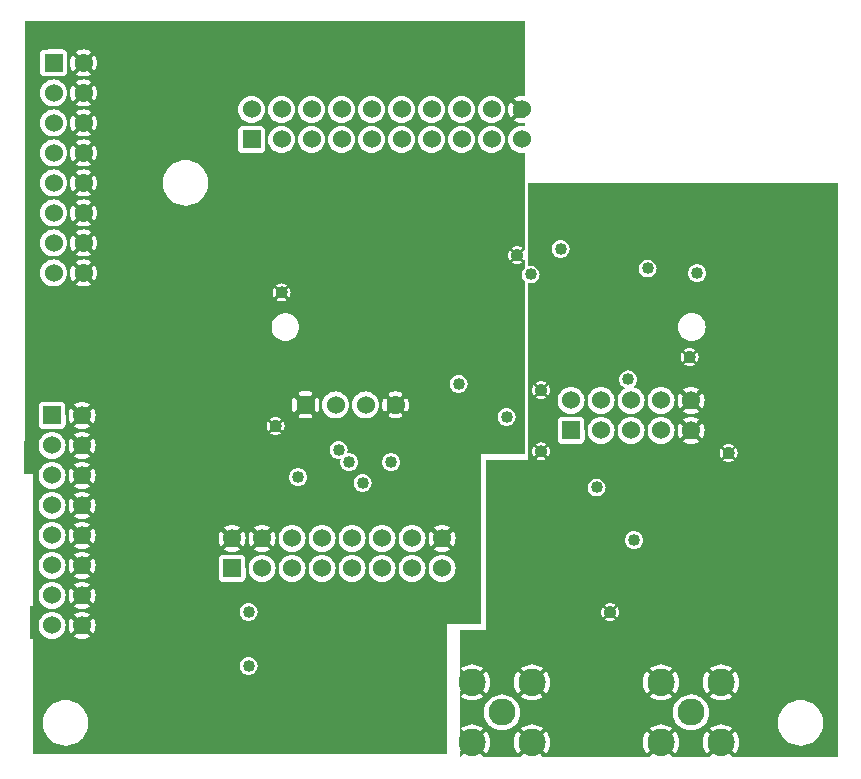
<source format=gbr>
G04 start of page 4 for group 2 idx 1
G04 Title: RX Daughterboard, GND-sldr *
G04 Creator: pcb 20070208 *
G04 CreationDate: Mon Dec 24 21:51:39 2007 UTC *
G04 For: matt *
G04 Format: Gerber/RS-274X *
G04 PCB-Dimensions: 275000 250000 *
G04 PCB-Coordinate-Origin: lower left *
%MOIN*%
%FSLAX24Y24*%
%LNGROUP2*%
%ADD13C,0.0900*%
%ADD14R,0.0600X0.0600*%
%ADD15C,0.0600*%
%ADD16C,0.0400*%
%ADD18C,0.0580*%
%ADD19C,0.1280*%
%ADD20C,0.0200*%
G54D20*G36*
X15500Y350D02*Y506D01*
X15522Y483D01*
X15569Y550D01*
X15613Y644D01*
X15640Y745D01*
X15650Y850D01*
X15640Y954D01*
X15613Y1055D01*
X15569Y1150D01*
X15522Y1216D01*
X15500Y1194D01*
Y1615D01*
X15530Y1550D01*
X15590Y1464D01*
X15664Y1390D01*
X15750Y1330D01*
X15844Y1286D01*
X15945Y1259D01*
X16050Y1250D01*
X16154Y1259D01*
X16255Y1286D01*
X16350Y1330D01*
X16435Y1390D01*
X16509Y1464D01*
X16567Y1546D01*
Y1202D01*
X16530Y1150D01*
X16486Y1055D01*
X16459Y954D01*
X16450Y850D01*
X16459Y745D01*
X16486Y644D01*
X16530Y550D01*
X16567Y497D01*
Y350D01*
X15500D01*
G37*
G36*
X16567Y2153D02*X16509Y2235D01*
X16435Y2309D01*
X16350Y2369D01*
X16255Y2413D01*
X16154Y2440D01*
X16050Y2450D01*
X15945Y2440D01*
X15844Y2413D01*
X15750Y2369D01*
X15664Y2309D01*
X15590Y2235D01*
X15530Y2150D01*
X15500Y2084D01*
Y2506D01*
X15522Y2483D01*
X15569Y2550D01*
X15613Y2644D01*
X15640Y2745D01*
X15650Y2850D01*
X15640Y2954D01*
X15613Y3055D01*
X15569Y3150D01*
X15522Y3216D01*
X15500Y3194D01*
Y10250D01*
X16567D01*
Y3202D01*
X16530Y3150D01*
X16486Y3055D01*
X16459Y2954D01*
X16450Y2850D01*
X16459Y2745D01*
X16486Y2644D01*
X16530Y2550D01*
X16567Y2497D01*
Y2153D01*
G37*
G36*
Y1546D02*X16569Y1550D01*
X16613Y1644D01*
X16640Y1745D01*
X16650Y1850D01*
X16640Y1954D01*
X16613Y2055D01*
X16569Y2150D01*
X16567Y2153D01*
Y2497D01*
X16577Y2483D01*
X16684Y2590D01*
X16660Y2625D01*
X16627Y2696D01*
X16606Y2771D01*
X16600Y2850D01*
X16606Y2928D01*
X16627Y3003D01*
X16660Y3075D01*
X16684Y3109D01*
X16577Y3216D01*
X16567Y3202D01*
Y10250D01*
X17050D01*
Y3450D01*
X16945Y3440D01*
X16844Y3413D01*
X16750Y3369D01*
X16683Y3322D01*
X16790Y3215D01*
X16825Y3239D01*
X16896Y3272D01*
X16971Y3293D01*
X17050Y3300D01*
Y2400D01*
X16971Y2406D01*
X16896Y2427D01*
X16825Y2460D01*
X16790Y2484D01*
X16683Y2377D01*
X16750Y2330D01*
X16844Y2286D01*
X16945Y2259D01*
X17050Y2250D01*
Y1450D01*
X16945Y1440D01*
X16844Y1413D01*
X16750Y1369D01*
X16683Y1322D01*
X16790Y1215D01*
X16825Y1239D01*
X16896Y1272D01*
X16971Y1293D01*
X17050Y1300D01*
Y400D01*
X16971Y406D01*
X16896Y427D01*
X16825Y460D01*
X16790Y484D01*
X16683Y377D01*
X16722Y350D01*
X16567D01*
Y497D01*
X16577Y483D01*
X16684Y590D01*
X16660Y625D01*
X16627Y696D01*
X16606Y771D01*
X16600Y850D01*
X16606Y928D01*
X16627Y1003D01*
X16660Y1075D01*
X16684Y1109D01*
X16577Y1216D01*
X16567Y1202D01*
Y1546D01*
G37*
G36*
X17050Y10250D02*X17650D01*
Y2850D01*
X17640Y2954D01*
X17613Y3055D01*
X17569Y3150D01*
X17522Y3216D01*
X17415Y3109D01*
X17439Y3075D01*
X17472Y3003D01*
X17493Y2928D01*
X17500Y2850D01*
X17493Y2771D01*
X17472Y2696D01*
X17439Y2625D01*
X17415Y2590D01*
X17522Y2483D01*
X17569Y2550D01*
X17613Y2644D01*
X17640Y2745D01*
X17650Y2850D01*
Y850D01*
X17640Y954D01*
X17613Y1055D01*
X17569Y1150D01*
X17522Y1216D01*
X17415Y1109D01*
X17439Y1075D01*
X17472Y1003D01*
X17493Y928D01*
X17500Y850D01*
X17493Y771D01*
X17472Y696D01*
X17439Y625D01*
X17415Y590D01*
X17522Y483D01*
X17569Y550D01*
X17613Y644D01*
X17640Y745D01*
X17650Y850D01*
Y350D01*
X17378D01*
X17416Y377D01*
X17309Y484D01*
X17275Y460D01*
X17203Y427D01*
X17128Y406D01*
X17050Y400D01*
Y1300D01*
X17128Y1293D01*
X17203Y1272D01*
X17275Y1239D01*
X17309Y1215D01*
X17416Y1322D01*
X17350Y1369D01*
X17255Y1413D01*
X17154Y1440D01*
X17050Y1450D01*
Y2250D01*
X17154Y2259D01*
X17255Y2286D01*
X17350Y2330D01*
X17416Y2377D01*
X17309Y2484D01*
X17275Y2460D01*
X17203Y2427D01*
X17128Y2406D01*
X17050Y2400D01*
Y3300D01*
X17128Y3293D01*
X17203Y3272D01*
X17275Y3239D01*
X17309Y3215D01*
X17416Y3322D01*
X17350Y3369D01*
X17255Y3413D01*
X17154Y3440D01*
X17050Y3450D01*
Y10250D01*
G37*
G36*
X1500Y450D02*X400D01*
Y5200D01*
X1050D01*
X971Y5193D01*
X896Y5172D01*
X825Y5139D01*
X760Y5094D01*
X705Y5039D01*
X660Y4975D01*
X627Y4903D01*
X606Y4828D01*
X600Y4750D01*
X606Y4671D01*
X627Y4596D01*
X660Y4525D01*
X705Y4460D01*
X760Y4405D01*
X825Y4360D01*
X896Y4327D01*
X971Y4306D01*
X1050Y4300D01*
X1128Y4306D01*
X1203Y4327D01*
X1275Y4360D01*
X1339Y4405D01*
X1394Y4460D01*
X1439Y4525D01*
X1472Y4596D01*
X1493Y4671D01*
X1500Y4750D01*
Y2260D01*
X1368Y2248D01*
X1240Y2214D01*
X1120Y2158D01*
X1011Y2082D01*
X917Y1988D01*
X841Y1880D01*
X785Y1759D01*
X751Y1632D01*
X740Y1500D01*
X751Y1368D01*
X785Y1240D01*
X841Y1120D01*
X917Y1011D01*
X1011Y917D01*
X1120Y841D01*
X1240Y785D01*
X1368Y751D01*
X1500Y740D01*
Y450D01*
G37*
G36*
Y4750D02*X1493Y4828D01*
X1472Y4903D01*
X1439Y4975D01*
X1394Y5039D01*
X1339Y5094D01*
X1275Y5139D01*
X1203Y5172D01*
X1128Y5193D01*
X1050Y5200D01*
X1500D01*
Y4750D01*
G37*
G36*
X2050Y450D02*X1500D01*
Y740D01*
X1632Y751D01*
X1759Y785D01*
X1880Y841D01*
X1988Y917D01*
X2050Y979D01*
Y450D01*
G37*
G36*
X1695Y2231D02*X1632Y2248D01*
X1500Y2260D01*
Y5200D01*
X1695D01*
Y4998D01*
X1684Y5009D01*
X1660Y4975D01*
X1627Y4903D01*
X1606Y4828D01*
X1600Y4750D01*
X1606Y4671D01*
X1627Y4596D01*
X1660Y4525D01*
X1684Y4490D01*
X1695Y4502D01*
Y2231D01*
G37*
G36*
X2050Y2020D02*X1988Y2082D01*
X1880Y2158D01*
X1759Y2214D01*
X1695Y2231D01*
Y4502D01*
X1791Y4597D01*
X1790Y4600D01*
X1768Y4647D01*
X1754Y4697D01*
X1750Y4750D01*
X1754Y4802D01*
X1768Y4852D01*
X1790Y4900D01*
X1791Y4902D01*
X1695Y4998D01*
Y5200D01*
X2050D01*
X1971Y5193D01*
X1896Y5172D01*
X1825Y5139D01*
X1790Y5115D01*
X1897Y5008D01*
X1900Y5009D01*
X1947Y5031D01*
X1997Y5045D01*
X2050Y5050D01*
Y4450D01*
X1997Y4454D01*
X1947Y4468D01*
X1900Y4490D01*
X1897Y4491D01*
X1790Y4384D01*
X1825Y4360D01*
X1896Y4327D01*
X1971Y4306D01*
X2050Y4300D01*
Y2020D01*
G37*
G36*
X2404Y450D02*X2050D01*
Y979D01*
X2082Y1011D01*
X2158Y1120D01*
X2214Y1240D01*
X2248Y1368D01*
X2260Y1500D01*
X2248Y1632D01*
X2214Y1759D01*
X2158Y1880D01*
X2082Y1988D01*
X2050Y2020D01*
Y4300D01*
X2128Y4306D01*
X2203Y4327D01*
X2275Y4360D01*
X2309Y4384D01*
X2202Y4491D01*
X2200Y4490D01*
X2152Y4468D01*
X2102Y4454D01*
X2050Y4450D01*
Y5050D01*
X2102Y5045D01*
X2152Y5031D01*
X2200Y5009D01*
X2202Y5008D01*
X2309Y5115D01*
X2275Y5139D01*
X2203Y5172D01*
X2128Y5193D01*
X2050Y5200D01*
X2404D01*
Y4998D01*
X2308Y4902D01*
X2309Y4900D01*
X2331Y4852D01*
X2345Y4802D01*
X2350Y4750D01*
X2345Y4697D01*
X2331Y4647D01*
X2309Y4600D01*
X2308Y4597D01*
X2404Y4501D01*
Y450D01*
G37*
G36*
X7600D02*X2404D01*
Y4501D01*
X2415Y4490D01*
X2439Y4525D01*
X2472Y4596D01*
X2493Y4671D01*
X2500Y4750D01*
X2493Y4828D01*
X2472Y4903D01*
X2439Y4975D01*
X2415Y5009D01*
X2404Y4998D01*
Y5200D01*
X7300D01*
X7304Y5147D01*
X7318Y5097D01*
X7340Y5050D01*
X7370Y5007D01*
X7407Y4970D01*
X7450Y4940D01*
X7497Y4918D01*
X7547Y4904D01*
X7600Y4900D01*
Y3700D01*
X7547Y3695D01*
X7497Y3681D01*
X7450Y3659D01*
X7407Y3629D01*
X7370Y3592D01*
X7340Y3550D01*
X7318Y3502D01*
X7304Y3452D01*
X7300Y3400D01*
X7304Y3347D01*
X7318Y3297D01*
X7340Y3250D01*
X7370Y3207D01*
X7407Y3170D01*
X7450Y3140D01*
X7497Y3118D01*
X7547Y3104D01*
X7600Y3100D01*
Y450D01*
G37*
G36*
X14200D02*X7600D01*
Y3100D01*
X7652Y3104D01*
X7702Y3118D01*
X7750Y3140D01*
X7792Y3170D01*
X7829Y3207D01*
X7859Y3250D01*
X7881Y3297D01*
X7895Y3347D01*
X7900Y3400D01*
X7895Y3452D01*
X7881Y3502D01*
X7859Y3550D01*
X7829Y3592D01*
X7792Y3629D01*
X7750Y3659D01*
X7702Y3681D01*
X7652Y3695D01*
X7600Y3700D01*
Y4900D01*
X7652Y4904D01*
X7702Y4918D01*
X7750Y4940D01*
X7792Y4970D01*
X7829Y5007D01*
X7859Y5050D01*
X7881Y5097D01*
X7895Y5147D01*
X7900Y5200D01*
X14200D01*
Y450D01*
G37*
G36*
X14650Y350D02*Y556D01*
X14684Y590D01*
X14660Y625D01*
X14650Y647D01*
Y1052D01*
X14660Y1075D01*
X14684Y1109D01*
X14650Y1144D01*
Y2556D01*
X14684Y2590D01*
X14660Y2625D01*
X14650Y2647D01*
Y3052D01*
X14660Y3075D01*
X14684Y3109D01*
X14650Y3144D01*
Y4600D01*
X15050D01*
Y3450D01*
X14945Y3440D01*
X14844Y3413D01*
X14750Y3369D01*
X14683Y3322D01*
X14790Y3215D01*
X14825Y3239D01*
X14896Y3272D01*
X14971Y3293D01*
X15050Y3300D01*
Y2400D01*
X14971Y2406D01*
X14896Y2427D01*
X14825Y2460D01*
X14790Y2484D01*
X14683Y2377D01*
X14750Y2330D01*
X14844Y2286D01*
X14945Y2259D01*
X15050Y2250D01*
Y1450D01*
X14945Y1440D01*
X14844Y1413D01*
X14750Y1369D01*
X14683Y1322D01*
X14790Y1215D01*
X14825Y1239D01*
X14896Y1272D01*
X14971Y1293D01*
X15050Y1300D01*
Y400D01*
X14971Y406D01*
X14896Y427D01*
X14825Y460D01*
X14790Y484D01*
X14683Y377D01*
X14722Y350D01*
X14650D01*
G37*
G36*
X15050Y4600D02*X15532D01*
Y3202D01*
X15522Y3216D01*
X15415Y3109D01*
X15439Y3075D01*
X15472Y3003D01*
X15493Y2928D01*
X15500Y2850D01*
X15493Y2771D01*
X15472Y2696D01*
X15439Y2625D01*
X15415Y2590D01*
X15522Y2483D01*
X15532Y2497D01*
Y2153D01*
X15530Y2150D01*
X15486Y2055D01*
X15459Y1954D01*
X15450Y1850D01*
X15459Y1745D01*
X15486Y1644D01*
X15530Y1550D01*
X15532Y1546D01*
Y1202D01*
X15522Y1216D01*
X15415Y1109D01*
X15439Y1075D01*
X15472Y1003D01*
X15493Y928D01*
X15500Y850D01*
X15493Y771D01*
X15472Y696D01*
X15439Y625D01*
X15415Y590D01*
X15522Y483D01*
X15532Y497D01*
Y350D01*
X15378D01*
X15416Y377D01*
X15309Y484D01*
X15275Y460D01*
X15203Y427D01*
X15128Y406D01*
X15050Y400D01*
Y1300D01*
X15128Y1293D01*
X15203Y1272D01*
X15275Y1239D01*
X15309Y1215D01*
X15416Y1322D01*
X15350Y1369D01*
X15255Y1413D01*
X15154Y1440D01*
X15050Y1450D01*
Y2250D01*
X15154Y2259D01*
X15255Y2286D01*
X15350Y2330D01*
X15416Y2377D01*
X15309Y2484D01*
X15275Y2460D01*
X15203Y2427D01*
X15128Y2406D01*
X15050Y2400D01*
Y3300D01*
X15128Y3293D01*
X15203Y3272D01*
X15275Y3239D01*
X15309Y3215D01*
X15416Y3322D01*
X15350Y3369D01*
X15255Y3413D01*
X15154Y3440D01*
X15050Y3450D01*
Y4600D01*
G37*
G36*
X15532D02*X15900D01*
Y2428D01*
X15844Y2413D01*
X15750Y2369D01*
X15664Y2309D01*
X15590Y2235D01*
X15532Y2153D01*
Y2497D01*
X15569Y2550D01*
X15613Y2644D01*
X15640Y2745D01*
X15650Y2850D01*
X15640Y2954D01*
X15613Y3055D01*
X15569Y3150D01*
X15532Y3202D01*
Y4600D01*
G37*
G36*
Y1546D02*X15590Y1464D01*
X15664Y1390D01*
X15750Y1330D01*
X15844Y1286D01*
X15900Y1271D01*
Y350D01*
X15532D01*
Y497D01*
X15569Y550D01*
X15613Y644D01*
X15640Y745D01*
X15650Y850D01*
X15640Y954D01*
X15613Y1055D01*
X15569Y1150D01*
X15532Y1202D01*
Y1546D01*
G37*
G36*
X400Y4800D02*Y10450D01*
X716D01*
X760Y10405D01*
X825Y10360D01*
X896Y10327D01*
X971Y10306D01*
X1050Y10300D01*
Y10200D01*
X971Y10193D01*
X896Y10172D01*
X825Y10139D01*
X760Y10094D01*
X705Y10039D01*
X660Y9975D01*
X627Y9903D01*
X606Y9828D01*
X600Y9750D01*
X606Y9671D01*
X627Y9596D01*
X660Y9525D01*
X705Y9460D01*
X760Y9405D01*
X825Y9360D01*
X896Y9327D01*
X971Y9306D01*
X1050Y9300D01*
Y9200D01*
X971Y9193D01*
X896Y9172D01*
X825Y9139D01*
X760Y9094D01*
X705Y9039D01*
X660Y8975D01*
X627Y8903D01*
X606Y8828D01*
X600Y8750D01*
X606Y8671D01*
X627Y8596D01*
X660Y8525D01*
X705Y8460D01*
X760Y8405D01*
X825Y8360D01*
X896Y8327D01*
X971Y8306D01*
X1050Y8300D01*
Y8200D01*
X971Y8193D01*
X896Y8172D01*
X825Y8139D01*
X760Y8094D01*
X705Y8039D01*
X660Y7975D01*
X627Y7903D01*
X606Y7828D01*
X600Y7750D01*
X606Y7671D01*
X627Y7596D01*
X660Y7525D01*
X705Y7460D01*
X760Y7405D01*
X825Y7360D01*
X896Y7327D01*
X971Y7306D01*
X1050Y7300D01*
Y7200D01*
X971Y7193D01*
X896Y7172D01*
X825Y7139D01*
X760Y7094D01*
X705Y7039D01*
X660Y6975D01*
X627Y6903D01*
X606Y6828D01*
X600Y6750D01*
X606Y6671D01*
X627Y6596D01*
X660Y6525D01*
X705Y6460D01*
X760Y6405D01*
X825Y6360D01*
X896Y6327D01*
X971Y6306D01*
X1050Y6300D01*
Y6200D01*
X971Y6193D01*
X896Y6172D01*
X825Y6139D01*
X760Y6094D01*
X705Y6039D01*
X660Y5975D01*
X627Y5903D01*
X606Y5828D01*
X600Y5750D01*
X606Y5671D01*
X627Y5596D01*
X660Y5525D01*
X705Y5460D01*
X760Y5405D01*
X825Y5360D01*
X896Y5327D01*
X971Y5306D01*
X1050Y5300D01*
Y5200D01*
X971Y5193D01*
X896Y5172D01*
X825Y5139D01*
X760Y5094D01*
X705Y5039D01*
X660Y4975D01*
X627Y4903D01*
X606Y4828D01*
X604Y4800D01*
X400D01*
G37*
G36*
X1050Y10300D02*X1128Y10306D01*
X1203Y10327D01*
X1275Y10360D01*
X1339Y10405D01*
X1384Y10450D01*
X1695D01*
Y9998D01*
X1684Y10009D01*
X1660Y9975D01*
X1627Y9903D01*
X1606Y9828D01*
X1600Y9750D01*
X1606Y9671D01*
X1627Y9596D01*
X1660Y9525D01*
X1684Y9490D01*
X1695Y9502D01*
Y8998D01*
X1684Y9009D01*
X1660Y8975D01*
X1627Y8903D01*
X1606Y8828D01*
X1600Y8750D01*
X1606Y8671D01*
X1627Y8596D01*
X1660Y8525D01*
X1684Y8490D01*
X1695Y8502D01*
Y7998D01*
X1684Y8009D01*
X1660Y7975D01*
X1627Y7903D01*
X1606Y7828D01*
X1600Y7750D01*
X1606Y7671D01*
X1627Y7596D01*
X1660Y7525D01*
X1684Y7490D01*
X1695Y7502D01*
Y6998D01*
X1684Y7009D01*
X1660Y6975D01*
X1627Y6903D01*
X1606Y6828D01*
X1600Y6750D01*
X1606Y6671D01*
X1627Y6596D01*
X1660Y6525D01*
X1684Y6490D01*
X1695Y6502D01*
Y5998D01*
X1684Y6009D01*
X1660Y5975D01*
X1627Y5903D01*
X1606Y5828D01*
X1600Y5750D01*
X1606Y5671D01*
X1627Y5596D01*
X1660Y5525D01*
X1684Y5490D01*
X1695Y5502D01*
Y4998D01*
X1684Y5009D01*
X1660Y4975D01*
X1627Y4903D01*
X1606Y4828D01*
X1604Y4800D01*
X1495D01*
X1493Y4828D01*
X1472Y4903D01*
X1439Y4975D01*
X1394Y5039D01*
X1339Y5094D01*
X1275Y5139D01*
X1203Y5172D01*
X1128Y5193D01*
X1050Y5200D01*
Y5300D01*
X1128Y5306D01*
X1203Y5327D01*
X1275Y5360D01*
X1339Y5405D01*
X1394Y5460D01*
X1439Y5525D01*
X1472Y5596D01*
X1493Y5671D01*
X1500Y5750D01*
X1493Y5828D01*
X1472Y5903D01*
X1439Y5975D01*
X1394Y6039D01*
X1339Y6094D01*
X1275Y6139D01*
X1203Y6172D01*
X1128Y6193D01*
X1050Y6200D01*
Y6300D01*
X1128Y6306D01*
X1203Y6327D01*
X1275Y6360D01*
X1339Y6405D01*
X1394Y6460D01*
X1439Y6525D01*
X1472Y6596D01*
X1493Y6671D01*
X1500Y6750D01*
X1493Y6828D01*
X1472Y6903D01*
X1439Y6975D01*
X1394Y7039D01*
X1339Y7094D01*
X1275Y7139D01*
X1203Y7172D01*
X1128Y7193D01*
X1050Y7200D01*
Y7300D01*
X1128Y7306D01*
X1203Y7327D01*
X1275Y7360D01*
X1339Y7405D01*
X1394Y7460D01*
X1439Y7525D01*
X1472Y7596D01*
X1493Y7671D01*
X1500Y7750D01*
X1493Y7828D01*
X1472Y7903D01*
X1439Y7975D01*
X1394Y8039D01*
X1339Y8094D01*
X1275Y8139D01*
X1203Y8172D01*
X1128Y8193D01*
X1050Y8200D01*
Y8300D01*
X1128Y8306D01*
X1203Y8327D01*
X1275Y8360D01*
X1339Y8405D01*
X1394Y8460D01*
X1439Y8525D01*
X1472Y8596D01*
X1493Y8671D01*
X1500Y8750D01*
X1493Y8828D01*
X1472Y8903D01*
X1439Y8975D01*
X1394Y9039D01*
X1339Y9094D01*
X1275Y9139D01*
X1203Y9172D01*
X1128Y9193D01*
X1050Y9200D01*
Y9300D01*
X1128Y9306D01*
X1203Y9327D01*
X1275Y9360D01*
X1339Y9405D01*
X1394Y9460D01*
X1439Y9525D01*
X1472Y9596D01*
X1493Y9671D01*
X1500Y9750D01*
X1493Y9828D01*
X1472Y9903D01*
X1439Y9975D01*
X1394Y10039D01*
X1339Y10094D01*
X1275Y10139D01*
X1203Y10172D01*
X1128Y10193D01*
X1050Y10200D01*
Y10300D01*
G37*
G36*
X1695Y10450D02*X1856D01*
X1790Y10384D01*
X1825Y10360D01*
X1896Y10327D01*
X1971Y10306D01*
X2050Y10300D01*
Y10200D01*
X1971Y10193D01*
X1896Y10172D01*
X1825Y10139D01*
X1790Y10115D01*
X1897Y10008D01*
X1900Y10009D01*
X1947Y10031D01*
X1997Y10045D01*
X2050Y10050D01*
Y9450D01*
X1997Y9454D01*
X1947Y9468D01*
X1900Y9490D01*
X1897Y9491D01*
X1790Y9384D01*
X1825Y9360D01*
X1896Y9327D01*
X1971Y9306D01*
X2050Y9300D01*
Y9200D01*
X1971Y9193D01*
X1896Y9172D01*
X1825Y9139D01*
X1790Y9115D01*
X1897Y9008D01*
X1900Y9009D01*
X1947Y9031D01*
X1997Y9045D01*
X2050Y9050D01*
Y8450D01*
X1997Y8454D01*
X1947Y8468D01*
X1900Y8490D01*
X1897Y8491D01*
X1790Y8384D01*
X1825Y8360D01*
X1896Y8327D01*
X1971Y8306D01*
X2050Y8300D01*
Y8200D01*
X1971Y8193D01*
X1896Y8172D01*
X1825Y8139D01*
X1790Y8115D01*
X1897Y8008D01*
X1900Y8009D01*
X1947Y8031D01*
X1997Y8045D01*
X2050Y8050D01*
Y7450D01*
X1997Y7454D01*
X1947Y7468D01*
X1900Y7490D01*
X1897Y7491D01*
X1790Y7384D01*
X1825Y7360D01*
X1896Y7327D01*
X1971Y7306D01*
X2050Y7300D01*
Y7200D01*
X1971Y7193D01*
X1896Y7172D01*
X1825Y7139D01*
X1790Y7115D01*
X1897Y7008D01*
X1900Y7009D01*
X1947Y7031D01*
X1997Y7045D01*
X2050Y7050D01*
Y6450D01*
X1997Y6454D01*
X1947Y6468D01*
X1900Y6490D01*
X1897Y6491D01*
X1790Y6384D01*
X1825Y6360D01*
X1896Y6327D01*
X1971Y6306D01*
X2050Y6300D01*
Y6200D01*
X1971Y6193D01*
X1896Y6172D01*
X1825Y6139D01*
X1790Y6115D01*
X1897Y6008D01*
X1900Y6009D01*
X1947Y6031D01*
X1997Y6045D01*
X2050Y6050D01*
Y5450D01*
X1997Y5454D01*
X1947Y5468D01*
X1900Y5490D01*
X1897Y5491D01*
X1790Y5384D01*
X1825Y5360D01*
X1896Y5327D01*
X1971Y5306D01*
X2050Y5300D01*
Y5200D01*
X1971Y5193D01*
X1896Y5172D01*
X1825Y5139D01*
X1790Y5115D01*
X1897Y5008D01*
X1900Y5009D01*
X1947Y5031D01*
X1997Y5045D01*
X2050Y5050D01*
Y4800D01*
X1754D01*
X1754Y4802D01*
X1768Y4852D01*
X1790Y4900D01*
X1791Y4902D01*
X1695Y4998D01*
Y5502D01*
X1791Y5597D01*
X1790Y5600D01*
X1768Y5647D01*
X1754Y5697D01*
X1750Y5750D01*
X1754Y5802D01*
X1768Y5852D01*
X1790Y5900D01*
X1791Y5902D01*
X1695Y5998D01*
Y6502D01*
X1791Y6597D01*
X1790Y6600D01*
X1768Y6647D01*
X1754Y6697D01*
X1750Y6750D01*
X1754Y6802D01*
X1768Y6852D01*
X1790Y6900D01*
X1791Y6902D01*
X1695Y6998D01*
Y7502D01*
X1791Y7597D01*
X1790Y7600D01*
X1768Y7647D01*
X1754Y7697D01*
X1750Y7750D01*
X1754Y7802D01*
X1768Y7852D01*
X1790Y7900D01*
X1791Y7902D01*
X1695Y7998D01*
Y8502D01*
X1791Y8597D01*
X1790Y8600D01*
X1768Y8647D01*
X1754Y8697D01*
X1750Y8750D01*
X1754Y8802D01*
X1768Y8852D01*
X1790Y8900D01*
X1791Y8902D01*
X1695Y8998D01*
Y9502D01*
X1791Y9597D01*
X1790Y9600D01*
X1768Y9647D01*
X1754Y9697D01*
X1750Y9750D01*
X1754Y9802D01*
X1768Y9852D01*
X1790Y9900D01*
X1791Y9902D01*
X1695Y9998D01*
Y10450D01*
G37*
G36*
X2050Y10300D02*X2128Y10306D01*
X2203Y10327D01*
X2275Y10360D01*
X2309Y10384D01*
X2243Y10450D01*
X2404D01*
Y9998D01*
X2308Y9902D01*
X2309Y9900D01*
X2331Y9852D01*
X2345Y9802D01*
X2350Y9750D01*
X2345Y9697D01*
X2331Y9647D01*
X2309Y9600D01*
X2308Y9597D01*
X2404Y9501D01*
Y8998D01*
X2308Y8902D01*
X2309Y8900D01*
X2331Y8852D01*
X2345Y8802D01*
X2350Y8750D01*
X2345Y8697D01*
X2331Y8647D01*
X2309Y8600D01*
X2308Y8597D01*
X2404Y8501D01*
Y7998D01*
X2308Y7902D01*
X2309Y7900D01*
X2331Y7852D01*
X2345Y7802D01*
X2350Y7750D01*
X2345Y7697D01*
X2331Y7647D01*
X2309Y7600D01*
X2308Y7597D01*
X2404Y7501D01*
Y6998D01*
X2308Y6902D01*
X2309Y6900D01*
X2331Y6852D01*
X2345Y6802D01*
X2350Y6750D01*
X2345Y6697D01*
X2331Y6647D01*
X2309Y6600D01*
X2308Y6597D01*
X2404Y6501D01*
Y5998D01*
X2308Y5902D01*
X2309Y5900D01*
X2331Y5852D01*
X2345Y5802D01*
X2350Y5750D01*
X2345Y5697D01*
X2331Y5647D01*
X2309Y5600D01*
X2308Y5597D01*
X2404Y5501D01*
Y4998D01*
X2308Y4902D01*
X2309Y4900D01*
X2331Y4852D01*
X2345Y4802D01*
X2345Y4800D01*
X2050D01*
Y5050D01*
X2102Y5045D01*
X2152Y5031D01*
X2200Y5009D01*
X2202Y5008D01*
X2309Y5115D01*
X2275Y5139D01*
X2203Y5172D01*
X2128Y5193D01*
X2050Y5200D01*
Y5300D01*
X2128Y5306D01*
X2203Y5327D01*
X2275Y5360D01*
X2309Y5384D01*
X2202Y5491D01*
X2200Y5490D01*
X2152Y5468D01*
X2102Y5454D01*
X2050Y5450D01*
Y6050D01*
X2102Y6045D01*
X2152Y6031D01*
X2200Y6009D01*
X2202Y6008D01*
X2309Y6115D01*
X2275Y6139D01*
X2203Y6172D01*
X2128Y6193D01*
X2050Y6200D01*
Y6300D01*
X2128Y6306D01*
X2203Y6327D01*
X2275Y6360D01*
X2309Y6384D01*
X2202Y6491D01*
X2200Y6490D01*
X2152Y6468D01*
X2102Y6454D01*
X2050Y6450D01*
Y7050D01*
X2102Y7045D01*
X2152Y7031D01*
X2200Y7009D01*
X2202Y7008D01*
X2309Y7115D01*
X2275Y7139D01*
X2203Y7172D01*
X2128Y7193D01*
X2050Y7200D01*
Y7300D01*
X2128Y7306D01*
X2203Y7327D01*
X2275Y7360D01*
X2309Y7384D01*
X2202Y7491D01*
X2200Y7490D01*
X2152Y7468D01*
X2102Y7454D01*
X2050Y7450D01*
Y8050D01*
X2102Y8045D01*
X2152Y8031D01*
X2200Y8009D01*
X2202Y8008D01*
X2309Y8115D01*
X2275Y8139D01*
X2203Y8172D01*
X2128Y8193D01*
X2050Y8200D01*
Y8300D01*
X2128Y8306D01*
X2203Y8327D01*
X2275Y8360D01*
X2309Y8384D01*
X2202Y8491D01*
X2200Y8490D01*
X2152Y8468D01*
X2102Y8454D01*
X2050Y8450D01*
Y9050D01*
X2102Y9045D01*
X2152Y9031D01*
X2200Y9009D01*
X2202Y9008D01*
X2309Y9115D01*
X2275Y9139D01*
X2203Y9172D01*
X2128Y9193D01*
X2050Y9200D01*
Y9300D01*
X2128Y9306D01*
X2203Y9327D01*
X2275Y9360D01*
X2309Y9384D01*
X2202Y9491D01*
X2200Y9490D01*
X2152Y9468D01*
X2102Y9454D01*
X2050Y9450D01*
Y10050D01*
X2102Y10045D01*
X2152Y10031D01*
X2200Y10009D01*
X2202Y10008D01*
X2309Y10115D01*
X2275Y10139D01*
X2203Y10172D01*
X2128Y10193D01*
X2050Y10200D01*
Y10300D01*
G37*
G36*
X2404Y10450D02*X6695D01*
Y7898D01*
X6684Y7909D01*
X6660Y7875D01*
X6627Y7803D01*
X6606Y7728D01*
X6600Y7650D01*
X6606Y7571D01*
X6627Y7496D01*
X6660Y7425D01*
X6684Y7390D01*
X6695Y7402D01*
Y7089D01*
X6675Y7079D01*
X6653Y7064D01*
X6635Y7046D01*
X6620Y7025D01*
X6609Y7001D01*
X6602Y6976D01*
X6600Y6950D01*
X6602Y6324D01*
X6609Y6298D01*
X6620Y6275D01*
X6635Y6253D01*
X6653Y6235D01*
X6675Y6220D01*
X6695Y6210D01*
Y4800D01*
X2495D01*
X2493Y4828D01*
X2472Y4903D01*
X2439Y4975D01*
X2415Y5009D01*
X2404Y4998D01*
Y5501D01*
X2415Y5490D01*
X2439Y5525D01*
X2472Y5596D01*
X2493Y5671D01*
X2500Y5750D01*
X2493Y5828D01*
X2472Y5903D01*
X2439Y5975D01*
X2415Y6009D01*
X2404Y5998D01*
Y6501D01*
X2415Y6490D01*
X2439Y6525D01*
X2472Y6596D01*
X2493Y6671D01*
X2500Y6750D01*
X2493Y6828D01*
X2472Y6903D01*
X2439Y6975D01*
X2415Y7009D01*
X2404Y6998D01*
Y7501D01*
X2415Y7490D01*
X2439Y7525D01*
X2472Y7596D01*
X2493Y7671D01*
X2500Y7750D01*
X2493Y7828D01*
X2472Y7903D01*
X2439Y7975D01*
X2415Y8009D01*
X2404Y7998D01*
Y8501D01*
X2415Y8490D01*
X2439Y8525D01*
X2472Y8596D01*
X2493Y8671D01*
X2500Y8750D01*
X2493Y8828D01*
X2472Y8903D01*
X2439Y8975D01*
X2415Y9009D01*
X2404Y8998D01*
Y9501D01*
X2415Y9490D01*
X2439Y9525D01*
X2472Y9596D01*
X2493Y9671D01*
X2500Y9750D01*
X2493Y9828D01*
X2472Y9903D01*
X2439Y9975D01*
X2415Y10009D01*
X2404Y9998D01*
Y10450D01*
G37*
G36*
X6695D02*X7050D01*
Y8100D01*
X6971Y8093D01*
X6896Y8072D01*
X6825Y8039D01*
X6790Y8015D01*
X6897Y7908D01*
X6900Y7909D01*
X6947Y7931D01*
X6997Y7945D01*
X7050Y7950D01*
Y7350D01*
X6997Y7354D01*
X6947Y7368D01*
X6900Y7390D01*
X6897Y7391D01*
X6790Y7284D01*
X6825Y7260D01*
X6896Y7227D01*
X6971Y7206D01*
X7050Y7200D01*
Y7098D01*
X6724Y7097D01*
X6698Y7091D01*
X6695Y7089D01*
Y7402D01*
X6791Y7497D01*
X6790Y7500D01*
X6768Y7547D01*
X6754Y7597D01*
X6750Y7650D01*
X6754Y7702D01*
X6768Y7752D01*
X6790Y7800D01*
X6791Y7802D01*
X6695Y7898D01*
Y10450D01*
G37*
G36*
X7050Y4800D02*X6695D01*
Y6210D01*
X6698Y6209D01*
X6724Y6202D01*
X6750Y6200D01*
X7050Y6201D01*
Y4800D01*
G37*
G36*
Y10450D02*X7404D01*
Y7898D01*
X7308Y7802D01*
X7309Y7800D01*
X7331Y7752D01*
X7345Y7702D01*
X7350Y7650D01*
X7345Y7597D01*
X7331Y7547D01*
X7309Y7500D01*
X7308Y7497D01*
X7404Y7401D01*
Y7089D01*
X7401Y7091D01*
X7376Y7097D01*
X7350Y7100D01*
X7050Y7098D01*
Y7200D01*
X7128Y7206D01*
X7203Y7227D01*
X7275Y7260D01*
X7309Y7284D01*
X7202Y7391D01*
X7200Y7390D01*
X7152Y7368D01*
X7102Y7354D01*
X7050Y7350D01*
Y7950D01*
X7102Y7945D01*
X7152Y7931D01*
X7200Y7909D01*
X7202Y7908D01*
X7309Y8015D01*
X7275Y8039D01*
X7203Y8072D01*
X7128Y8093D01*
X7050Y8100D01*
Y10450D01*
G37*
G36*
X7404Y4800D02*X7050D01*
Y6201D01*
X7376Y6202D01*
X7401Y6209D01*
X7404Y6210D01*
Y5426D01*
X7370Y5392D01*
X7340Y5350D01*
X7318Y5302D01*
X7304Y5252D01*
X7300Y5200D01*
X7304Y5147D01*
X7318Y5097D01*
X7340Y5050D01*
X7370Y5007D01*
X7404Y4973D01*
Y4800D01*
G37*
G36*
Y10450D02*X7695D01*
Y7898D01*
X7684Y7909D01*
X7660Y7875D01*
X7627Y7803D01*
X7606Y7728D01*
X7600Y7650D01*
X7606Y7571D01*
X7627Y7496D01*
X7660Y7425D01*
X7684Y7390D01*
X7695Y7402D01*
Y6925D01*
X7660Y6875D01*
X7627Y6803D01*
X7606Y6728D01*
X7600Y6650D01*
X7606Y6571D01*
X7627Y6496D01*
X7660Y6425D01*
X7695Y6374D01*
Y5483D01*
X7652Y5495D01*
X7600Y5500D01*
X7547Y5495D01*
X7497Y5481D01*
X7450Y5459D01*
X7407Y5429D01*
X7404Y5426D01*
Y6210D01*
X7425Y6220D01*
X7446Y6235D01*
X7464Y6253D01*
X7479Y6275D01*
X7491Y6298D01*
X7497Y6324D01*
X7500Y6350D01*
X7497Y6976D01*
X7491Y7001D01*
X7479Y7025D01*
X7464Y7046D01*
X7446Y7064D01*
X7425Y7079D01*
X7404Y7089D01*
Y7401D01*
X7415Y7390D01*
X7439Y7425D01*
X7472Y7496D01*
X7493Y7571D01*
X7500Y7650D01*
X7493Y7728D01*
X7472Y7803D01*
X7439Y7875D01*
X7415Y7909D01*
X7404Y7898D01*
Y10450D01*
G37*
G36*
X7695Y4800D02*X7404D01*
Y4973D01*
X7407Y4970D01*
X7450Y4940D01*
X7497Y4918D01*
X7547Y4904D01*
X7600Y4900D01*
X7652Y4904D01*
X7695Y4916D01*
Y4800D01*
G37*
G36*
Y10450D02*X8050D01*
Y8100D01*
X7971Y8093D01*
X7896Y8072D01*
X7825Y8039D01*
X7790Y8015D01*
X7897Y7908D01*
X7900Y7909D01*
X7947Y7931D01*
X7997Y7945D01*
X8050Y7950D01*
Y7350D01*
X7997Y7354D01*
X7947Y7368D01*
X7900Y7390D01*
X7897Y7391D01*
X7790Y7284D01*
X7825Y7260D01*
X7896Y7227D01*
X7971Y7206D01*
X8050Y7200D01*
Y7100D01*
X7971Y7093D01*
X7896Y7072D01*
X7825Y7039D01*
X7760Y6994D01*
X7705Y6939D01*
X7695Y6925D01*
Y7402D01*
X7791Y7497D01*
X7790Y7500D01*
X7768Y7547D01*
X7754Y7597D01*
X7750Y7650D01*
X7754Y7702D01*
X7768Y7752D01*
X7790Y7800D01*
X7791Y7802D01*
X7695Y7898D01*
Y10450D01*
G37*
G36*
Y6374D02*X7705Y6360D01*
X7760Y6305D01*
X7825Y6260D01*
X7896Y6227D01*
X7971Y6206D01*
X8050Y6200D01*
Y4800D01*
X7695D01*
Y4916D01*
X7702Y4918D01*
X7750Y4940D01*
X7792Y4970D01*
X7829Y5007D01*
X7859Y5050D01*
X7881Y5097D01*
X7895Y5147D01*
X7900Y5200D01*
X7895Y5252D01*
X7881Y5302D01*
X7859Y5350D01*
X7829Y5392D01*
X7792Y5429D01*
X7750Y5459D01*
X7702Y5481D01*
X7695Y5483D01*
Y6374D01*
G37*
G36*
X8050Y10450D02*X8404D01*
Y7898D01*
X8308Y7802D01*
X8309Y7800D01*
X8331Y7752D01*
X8345Y7702D01*
X8350Y7650D01*
X8345Y7597D01*
X8331Y7547D01*
X8309Y7500D01*
X8308Y7497D01*
X8404Y7401D01*
Y6925D01*
X8394Y6939D01*
X8339Y6994D01*
X8275Y7039D01*
X8203Y7072D01*
X8128Y7093D01*
X8050Y7100D01*
Y7200D01*
X8128Y7206D01*
X8203Y7227D01*
X8275Y7260D01*
X8309Y7284D01*
X8202Y7391D01*
X8200Y7390D01*
X8152Y7368D01*
X8102Y7354D01*
X8050Y7350D01*
Y7950D01*
X8102Y7945D01*
X8152Y7931D01*
X8200Y7909D01*
X8202Y7908D01*
X8309Y8015D01*
X8275Y8039D01*
X8203Y8072D01*
X8128Y8093D01*
X8050Y8100D01*
Y10450D01*
G37*
G36*
X8404Y4800D02*X8050D01*
Y6200D01*
X8128Y6206D01*
X8203Y6227D01*
X8275Y6260D01*
X8339Y6305D01*
X8394Y6360D01*
X8404Y6374D01*
Y4800D01*
G37*
G36*
Y10450D02*X9050D01*
Y9922D01*
X9020Y9892D01*
X8990Y9850D01*
X8968Y9802D01*
X8954Y9752D01*
X8950Y9700D01*
X8954Y9647D01*
X8968Y9597D01*
X8990Y9550D01*
X9020Y9507D01*
X9050Y9477D01*
Y8100D01*
X8971Y8093D01*
X8896Y8072D01*
X8825Y8039D01*
X8760Y7994D01*
X8705Y7939D01*
X8660Y7875D01*
X8627Y7803D01*
X8606Y7728D01*
X8600Y7650D01*
X8606Y7571D01*
X8627Y7496D01*
X8660Y7425D01*
X8705Y7360D01*
X8760Y7305D01*
X8825Y7260D01*
X8896Y7227D01*
X8971Y7206D01*
X9050Y7200D01*
Y7100D01*
X8971Y7093D01*
X8896Y7072D01*
X8825Y7039D01*
X8760Y6994D01*
X8705Y6939D01*
X8660Y6875D01*
X8627Y6803D01*
X8606Y6728D01*
X8600Y6650D01*
X8606Y6571D01*
X8627Y6496D01*
X8660Y6425D01*
X8705Y6360D01*
X8760Y6305D01*
X8825Y6260D01*
X8896Y6227D01*
X8971Y6206D01*
X9050Y6200D01*
Y4800D01*
X8404D01*
Y6374D01*
X8439Y6425D01*
X8472Y6496D01*
X8493Y6571D01*
X8500Y6650D01*
X8493Y6728D01*
X8472Y6803D01*
X8439Y6875D01*
X8404Y6925D01*
Y7401D01*
X8415Y7390D01*
X8439Y7425D01*
X8472Y7496D01*
X8493Y7571D01*
X8500Y7650D01*
X8493Y7728D01*
X8472Y7803D01*
X8439Y7875D01*
X8415Y7909D01*
X8404Y7898D01*
Y10450D01*
G37*
G36*
X9050D02*X10050D01*
Y8100D01*
X9971Y8093D01*
X9896Y8072D01*
X9825Y8039D01*
X9760Y7994D01*
X9705Y7939D01*
X9660Y7875D01*
X9627Y7803D01*
X9606Y7728D01*
X9600Y7650D01*
X9606Y7571D01*
X9627Y7496D01*
X9660Y7425D01*
X9705Y7360D01*
X9760Y7305D01*
X9825Y7260D01*
X9896Y7227D01*
X9971Y7206D01*
X10050Y7200D01*
Y7100D01*
X9971Y7093D01*
X9896Y7072D01*
X9825Y7039D01*
X9760Y6994D01*
X9705Y6939D01*
X9660Y6875D01*
X9627Y6803D01*
X9606Y6728D01*
X9600Y6650D01*
X9606Y6571D01*
X9627Y6496D01*
X9660Y6425D01*
X9705Y6360D01*
X9760Y6305D01*
X9825Y6260D01*
X9896Y6227D01*
X9971Y6206D01*
X10050Y6200D01*
Y4800D01*
X9050D01*
Y6200D01*
X9128Y6206D01*
X9203Y6227D01*
X9275Y6260D01*
X9339Y6305D01*
X9394Y6360D01*
X9439Y6425D01*
X9472Y6496D01*
X9493Y6571D01*
X9500Y6650D01*
X9493Y6728D01*
X9472Y6803D01*
X9439Y6875D01*
X9394Y6939D01*
X9339Y6994D01*
X9275Y7039D01*
X9203Y7072D01*
X9128Y7093D01*
X9050Y7100D01*
Y7200D01*
X9128Y7206D01*
X9203Y7227D01*
X9275Y7260D01*
X9339Y7305D01*
X9394Y7360D01*
X9439Y7425D01*
X9472Y7496D01*
X9493Y7571D01*
X9500Y7650D01*
X9493Y7728D01*
X9472Y7803D01*
X9439Y7875D01*
X9394Y7939D01*
X9339Y7994D01*
X9275Y8039D01*
X9203Y8072D01*
X9128Y8093D01*
X9050Y8100D01*
Y9477D01*
X9057Y9470D01*
X9100Y9440D01*
X9147Y9418D01*
X9197Y9404D01*
X9250Y9400D01*
X9302Y9404D01*
X9352Y9418D01*
X9400Y9440D01*
X9442Y9470D01*
X9479Y9507D01*
X9509Y9550D01*
X9531Y9597D01*
X9545Y9647D01*
X9550Y9700D01*
X9545Y9752D01*
X9531Y9802D01*
X9509Y9850D01*
X9479Y9892D01*
X9442Y9929D01*
X9400Y9959D01*
X9352Y9981D01*
X9302Y9995D01*
X9250Y10000D01*
X9197Y9995D01*
X9147Y9981D01*
X9100Y9959D01*
X9057Y9929D01*
X9050Y9922D01*
Y10450D01*
G37*
G36*
X10050D02*X10340D01*
X10370Y10407D01*
X10407Y10370D01*
X10450Y10340D01*
X10497Y10318D01*
X10547Y10304D01*
X10600Y10300D01*
X10652Y10304D01*
X10671Y10309D01*
X10668Y10302D01*
X10654Y10252D01*
X10650Y10200D01*
X10654Y10147D01*
X10668Y10097D01*
X10690Y10050D01*
X10720Y10007D01*
X10757Y9970D01*
X10800Y9940D01*
X10847Y9918D01*
X10897Y9904D01*
X10950Y9900D01*
X11002Y9904D01*
X11050Y9917D01*
Y8100D01*
X10971Y8093D01*
X10896Y8072D01*
X10825Y8039D01*
X10760Y7994D01*
X10705Y7939D01*
X10660Y7875D01*
X10627Y7803D01*
X10606Y7728D01*
X10600Y7650D01*
X10606Y7571D01*
X10627Y7496D01*
X10660Y7425D01*
X10705Y7360D01*
X10760Y7305D01*
X10825Y7260D01*
X10896Y7227D01*
X10971Y7206D01*
X11050Y7200D01*
Y7100D01*
X10971Y7093D01*
X10896Y7072D01*
X10825Y7039D01*
X10760Y6994D01*
X10705Y6939D01*
X10660Y6875D01*
X10627Y6803D01*
X10606Y6728D01*
X10600Y6650D01*
X10606Y6571D01*
X10627Y6496D01*
X10660Y6425D01*
X10705Y6360D01*
X10760Y6305D01*
X10825Y6260D01*
X10896Y6227D01*
X10971Y6206D01*
X11050Y6200D01*
Y4800D01*
X10050D01*
Y6200D01*
X10128Y6206D01*
X10203Y6227D01*
X10275Y6260D01*
X10339Y6305D01*
X10394Y6360D01*
X10439Y6425D01*
X10472Y6496D01*
X10493Y6571D01*
X10500Y6650D01*
X10493Y6728D01*
X10472Y6803D01*
X10439Y6875D01*
X10394Y6939D01*
X10339Y6994D01*
X10275Y7039D01*
X10203Y7072D01*
X10128Y7093D01*
X10050Y7100D01*
Y7200D01*
X10128Y7206D01*
X10203Y7227D01*
X10275Y7260D01*
X10339Y7305D01*
X10394Y7360D01*
X10439Y7425D01*
X10472Y7496D01*
X10493Y7571D01*
X10500Y7650D01*
X10493Y7728D01*
X10472Y7803D01*
X10439Y7875D01*
X10394Y7939D01*
X10339Y7994D01*
X10275Y8039D01*
X10203Y8072D01*
X10128Y8093D01*
X10050Y8100D01*
Y10450D01*
G37*
G36*
X11050Y9917D02*X11052Y9918D01*
X11100Y9940D01*
X11142Y9970D01*
X11179Y10007D01*
X11209Y10050D01*
X11231Y10097D01*
X11245Y10147D01*
X11250Y10200D01*
X11245Y10252D01*
X11231Y10302D01*
X11209Y10350D01*
X11179Y10392D01*
X11142Y10429D01*
X11114Y10450D01*
X11400D01*
Y9800D01*
X11347Y9795D01*
X11297Y9781D01*
X11250Y9759D01*
X11207Y9729D01*
X11170Y9692D01*
X11140Y9650D01*
X11118Y9602D01*
X11104Y9552D01*
X11100Y9500D01*
X11104Y9447D01*
X11118Y9397D01*
X11140Y9350D01*
X11170Y9307D01*
X11207Y9270D01*
X11250Y9240D01*
X11297Y9218D01*
X11347Y9204D01*
X11400Y9200D01*
Y7931D01*
X11394Y7939D01*
X11339Y7994D01*
X11275Y8039D01*
X11203Y8072D01*
X11128Y8093D01*
X11050Y8100D01*
Y9917D01*
G37*
G36*
X11400Y4800D02*X11050D01*
Y6200D01*
X11128Y6206D01*
X11203Y6227D01*
X11275Y6260D01*
X11339Y6305D01*
X11394Y6360D01*
X11400Y6368D01*
Y4800D01*
G37*
G36*
Y6931D02*X11394Y6939D01*
X11339Y6994D01*
X11275Y7039D01*
X11203Y7072D01*
X11128Y7093D01*
X11050Y7100D01*
Y7200D01*
X11128Y7206D01*
X11203Y7227D01*
X11275Y7260D01*
X11339Y7305D01*
X11394Y7360D01*
X11400Y7368D01*
Y6931D01*
G37*
G36*
Y10450D02*X12050D01*
Y8100D01*
X11971Y8093D01*
X11896Y8072D01*
X11825Y8039D01*
X11760Y7994D01*
X11705Y7939D01*
X11660Y7875D01*
X11627Y7803D01*
X11606Y7728D01*
X11600Y7650D01*
X11606Y7571D01*
X11627Y7496D01*
X11660Y7425D01*
X11705Y7360D01*
X11760Y7305D01*
X11825Y7260D01*
X11896Y7227D01*
X11971Y7206D01*
X12050Y7200D01*
Y7100D01*
X11971Y7093D01*
X11896Y7072D01*
X11825Y7039D01*
X11760Y6994D01*
X11705Y6939D01*
X11660Y6875D01*
X11627Y6803D01*
X11606Y6728D01*
X11600Y6650D01*
X11606Y6571D01*
X11627Y6496D01*
X11660Y6425D01*
X11705Y6360D01*
X11760Y6305D01*
X11825Y6260D01*
X11896Y6227D01*
X11971Y6206D01*
X12050Y6200D01*
Y4800D01*
X11400D01*
Y6368D01*
X11439Y6425D01*
X11472Y6496D01*
X11493Y6571D01*
X11500Y6650D01*
X11493Y6728D01*
X11472Y6803D01*
X11439Y6875D01*
X11400Y6931D01*
Y7368D01*
X11439Y7425D01*
X11472Y7496D01*
X11493Y7571D01*
X11500Y7650D01*
X11493Y7728D01*
X11472Y7803D01*
X11439Y7875D01*
X11400Y7931D01*
Y9200D01*
X11452Y9204D01*
X11502Y9218D01*
X11550Y9240D01*
X11592Y9270D01*
X11629Y9307D01*
X11659Y9350D01*
X11681Y9397D01*
X11695Y9447D01*
X11700Y9500D01*
X11695Y9552D01*
X11681Y9602D01*
X11659Y9650D01*
X11629Y9692D01*
X11592Y9729D01*
X11550Y9759D01*
X11502Y9781D01*
X11452Y9795D01*
X11400Y9800D01*
Y10450D01*
G37*
G36*
X12050D02*X12186D01*
X12157Y10429D01*
X12120Y10392D01*
X12090Y10350D01*
X12068Y10302D01*
X12054Y10252D01*
X12050Y10200D01*
Y10450D01*
G37*
G36*
Y10200D02*X12054Y10147D01*
X12068Y10097D01*
X12090Y10050D01*
X12120Y10007D01*
X12157Y9970D01*
X12200Y9940D01*
X12247Y9918D01*
X12297Y9904D01*
X12350Y9900D01*
X12402Y9904D01*
X12452Y9918D01*
X12500Y9940D01*
X12542Y9970D01*
X12579Y10007D01*
X12609Y10050D01*
X12631Y10097D01*
X12645Y10147D01*
X12650Y10200D01*
X12645Y10252D01*
X12631Y10302D01*
X12609Y10350D01*
X12579Y10392D01*
X12542Y10429D01*
X12514Y10450D01*
X13050D01*
Y8100D01*
X12971Y8093D01*
X12896Y8072D01*
X12825Y8039D01*
X12760Y7994D01*
X12705Y7939D01*
X12660Y7875D01*
X12627Y7803D01*
X12606Y7728D01*
X12600Y7650D01*
X12606Y7571D01*
X12627Y7496D01*
X12660Y7425D01*
X12705Y7360D01*
X12760Y7305D01*
X12825Y7260D01*
X12896Y7227D01*
X12971Y7206D01*
X13050Y7200D01*
Y7100D01*
X12971Y7093D01*
X12896Y7072D01*
X12825Y7039D01*
X12760Y6994D01*
X12705Y6939D01*
X12660Y6875D01*
X12627Y6803D01*
X12606Y6728D01*
X12600Y6650D01*
X12606Y6571D01*
X12627Y6496D01*
X12660Y6425D01*
X12705Y6360D01*
X12760Y6305D01*
X12825Y6260D01*
X12896Y6227D01*
X12971Y6206D01*
X13050Y6200D01*
Y4800D01*
X12050D01*
Y6200D01*
X12128Y6206D01*
X12203Y6227D01*
X12275Y6260D01*
X12339Y6305D01*
X12394Y6360D01*
X12439Y6425D01*
X12472Y6496D01*
X12493Y6571D01*
X12500Y6650D01*
X12493Y6728D01*
X12472Y6803D01*
X12439Y6875D01*
X12394Y6939D01*
X12339Y6994D01*
X12275Y7039D01*
X12203Y7072D01*
X12128Y7093D01*
X12050Y7100D01*
Y7200D01*
X12128Y7206D01*
X12203Y7227D01*
X12275Y7260D01*
X12339Y7305D01*
X12394Y7360D01*
X12439Y7425D01*
X12472Y7496D01*
X12493Y7571D01*
X12500Y7650D01*
X12493Y7728D01*
X12472Y7803D01*
X12439Y7875D01*
X12394Y7939D01*
X12339Y7994D01*
X12275Y8039D01*
X12203Y8072D01*
X12128Y8093D01*
X12050Y8100D01*
Y10200D01*
G37*
G36*
X13050Y10450D02*X13695D01*
Y7898D01*
X13684Y7909D01*
X13660Y7875D01*
X13627Y7803D01*
X13606Y7728D01*
X13600Y7650D01*
X13606Y7571D01*
X13627Y7496D01*
X13660Y7425D01*
X13684Y7390D01*
X13695Y7402D01*
Y6925D01*
X13660Y6875D01*
X13627Y6803D01*
X13606Y6728D01*
X13600Y6650D01*
X13606Y6571D01*
X13627Y6496D01*
X13660Y6425D01*
X13695Y6374D01*
Y4800D01*
X13050D01*
Y6200D01*
X13128Y6206D01*
X13203Y6227D01*
X13275Y6260D01*
X13339Y6305D01*
X13394Y6360D01*
X13439Y6425D01*
X13472Y6496D01*
X13493Y6571D01*
X13500Y6650D01*
X13493Y6728D01*
X13472Y6803D01*
X13439Y6875D01*
X13394Y6939D01*
X13339Y6994D01*
X13275Y7039D01*
X13203Y7072D01*
X13128Y7093D01*
X13050Y7100D01*
Y7200D01*
X13128Y7206D01*
X13203Y7227D01*
X13275Y7260D01*
X13339Y7305D01*
X13394Y7360D01*
X13439Y7425D01*
X13472Y7496D01*
X13493Y7571D01*
X13500Y7650D01*
X13493Y7728D01*
X13472Y7803D01*
X13439Y7875D01*
X13394Y7939D01*
X13339Y7994D01*
X13275Y8039D01*
X13203Y8072D01*
X13128Y8093D01*
X13050Y8100D01*
Y10450D01*
G37*
G36*
X13695D02*X14050D01*
Y8100D01*
X13971Y8093D01*
X13896Y8072D01*
X13825Y8039D01*
X13790Y8015D01*
X13897Y7908D01*
X13900Y7909D01*
X13947Y7931D01*
X13997Y7945D01*
X14050Y7950D01*
Y7350D01*
X13997Y7354D01*
X13947Y7368D01*
X13900Y7390D01*
X13897Y7391D01*
X13790Y7284D01*
X13825Y7260D01*
X13896Y7227D01*
X13971Y7206D01*
X14050Y7200D01*
Y7100D01*
X13971Y7093D01*
X13896Y7072D01*
X13825Y7039D01*
X13760Y6994D01*
X13705Y6939D01*
X13695Y6925D01*
Y7402D01*
X13791Y7497D01*
X13790Y7500D01*
X13768Y7547D01*
X13754Y7597D01*
X13750Y7650D01*
X13754Y7702D01*
X13768Y7752D01*
X13790Y7800D01*
X13791Y7802D01*
X13695Y7898D01*
Y10450D01*
G37*
G36*
X14050Y4800D02*X13695D01*
Y6374D01*
X13705Y6360D01*
X13760Y6305D01*
X13825Y6260D01*
X13896Y6227D01*
X13971Y6206D01*
X14050Y6200D01*
Y4800D01*
G37*
G36*
Y10450D02*X14404D01*
Y7898D01*
X14308Y7802D01*
X14309Y7800D01*
X14331Y7752D01*
X14345Y7702D01*
X14350Y7650D01*
X14345Y7597D01*
X14331Y7547D01*
X14309Y7500D01*
X14308Y7497D01*
X14404Y7401D01*
Y6925D01*
X14394Y6939D01*
X14339Y6994D01*
X14275Y7039D01*
X14203Y7072D01*
X14128Y7093D01*
X14050Y7100D01*
Y7200D01*
X14128Y7206D01*
X14203Y7227D01*
X14275Y7260D01*
X14309Y7284D01*
X14202Y7391D01*
X14200Y7390D01*
X14152Y7368D01*
X14102Y7354D01*
X14050Y7350D01*
Y7950D01*
X14102Y7945D01*
X14152Y7931D01*
X14200Y7909D01*
X14202Y7908D01*
X14309Y8015D01*
X14275Y8039D01*
X14203Y8072D01*
X14128Y8093D01*
X14050Y8100D01*
Y10450D01*
G37*
G36*
X14404Y4800D02*X14050D01*
Y6200D01*
X14128Y6206D01*
X14203Y6227D01*
X14275Y6260D01*
X14339Y6305D01*
X14394Y6360D01*
X14404Y6374D01*
Y4800D01*
G37*
G36*
Y10450D02*X15350D01*
Y4800D01*
X14404D01*
Y6374D01*
X14439Y6425D01*
X14472Y6496D01*
X14493Y6571D01*
X14500Y6650D01*
X14493Y6728D01*
X14472Y6803D01*
X14439Y6875D01*
X14404Y6925D01*
Y7401D01*
X14415Y7390D01*
X14439Y7425D01*
X14472Y7496D01*
X14493Y7571D01*
X14500Y7650D01*
X14493Y7728D01*
X14472Y7803D01*
X14439Y7875D01*
X14415Y7909D01*
X14404Y7898D01*
Y10450D01*
G37*
G36*
X100Y9800D02*Y10900D01*
X626D01*
X606Y10828D01*
X600Y10750D01*
X606Y10671D01*
X627Y10596D01*
X660Y10525D01*
X705Y10460D01*
X760Y10405D01*
X825Y10360D01*
X896Y10327D01*
X971Y10306D01*
X1050Y10300D01*
X1128Y10306D01*
X1203Y10327D01*
X1275Y10360D01*
X1339Y10405D01*
X1394Y10460D01*
X1439Y10525D01*
X1472Y10596D01*
X1493Y10671D01*
X1500Y10750D01*
X1493Y10828D01*
X1473Y10900D01*
X1626D01*
X1606Y10828D01*
X1600Y10750D01*
X1606Y10671D01*
X1627Y10596D01*
X1660Y10525D01*
X1684Y10490D01*
X1791Y10597D01*
X1790Y10600D01*
X1768Y10647D01*
X1754Y10697D01*
X1750Y10750D01*
X1754Y10802D01*
X1768Y10852D01*
X1790Y10900D01*
X2050D01*
Y10450D01*
X1997Y10454D01*
X1947Y10468D01*
X1900Y10490D01*
X1897Y10491D01*
X1790Y10384D01*
X1825Y10360D01*
X1896Y10327D01*
X1971Y10306D01*
X2050Y10300D01*
Y10200D01*
X1971Y10193D01*
X1896Y10172D01*
X1825Y10139D01*
X1790Y10115D01*
X1897Y10008D01*
X1900Y10009D01*
X1947Y10031D01*
X1997Y10045D01*
X2050Y10050D01*
Y9800D01*
X1754D01*
X1754Y9802D01*
X1768Y9852D01*
X1790Y9900D01*
X1791Y9902D01*
X1684Y10009D01*
X1660Y9975D01*
X1627Y9903D01*
X1606Y9828D01*
X1604Y9800D01*
X1495D01*
X1493Y9828D01*
X1472Y9903D01*
X1439Y9975D01*
X1394Y10039D01*
X1339Y10094D01*
X1275Y10139D01*
X1203Y10172D01*
X1128Y10193D01*
X1050Y10200D01*
X971Y10193D01*
X896Y10172D01*
X825Y10139D01*
X760Y10094D01*
X705Y10039D01*
X660Y9975D01*
X627Y9903D01*
X606Y9828D01*
X604Y9800D01*
X100D01*
G37*
G36*
X2050Y10900D02*X2309D01*
X2331Y10852D01*
X2345Y10802D01*
X2350Y10750D01*
X2345Y10697D01*
X2331Y10647D01*
X2309Y10600D01*
X2308Y10597D01*
X2415Y10490D01*
X2439Y10525D01*
X2472Y10596D01*
X2493Y10671D01*
X2500Y10750D01*
X2493Y10828D01*
X2473Y10900D01*
X10600D01*
X10547Y10895D01*
X10497Y10881D01*
X10450Y10859D01*
X10407Y10829D01*
X10370Y10792D01*
X10340Y10750D01*
X10318Y10702D01*
X10304Y10652D01*
X10300Y10600D01*
X10304Y10547D01*
X10318Y10497D01*
X10340Y10450D01*
X10370Y10407D01*
X10407Y10370D01*
X10450Y10340D01*
X10497Y10318D01*
X10547Y10304D01*
X10600Y10300D01*
X10652Y10304D01*
X10671Y10309D01*
X10668Y10302D01*
X10654Y10252D01*
X10650Y10200D01*
X10654Y10147D01*
X10668Y10097D01*
X10690Y10050D01*
X10720Y10007D01*
X10757Y9970D01*
X10800Y9940D01*
X10847Y9918D01*
X10897Y9904D01*
X10950Y9900D01*
X11002Y9904D01*
X11052Y9918D01*
X11100Y9940D01*
X11142Y9970D01*
X11179Y10007D01*
X11209Y10050D01*
X11231Y10097D01*
X11245Y10147D01*
X11250Y10200D01*
X11245Y10252D01*
X11231Y10302D01*
X11209Y10350D01*
X11179Y10392D01*
X11142Y10429D01*
X11100Y10459D01*
X11052Y10481D01*
X11002Y10495D01*
X10950Y10500D01*
X10897Y10495D01*
X10878Y10490D01*
X10881Y10497D01*
X10895Y10547D01*
X10900Y10600D01*
X10895Y10652D01*
X10881Y10702D01*
X10859Y10750D01*
X10829Y10792D01*
X10792Y10829D01*
X10750Y10859D01*
X10702Y10881D01*
X10652Y10895D01*
X10600Y10900D01*
X12350D01*
Y10500D01*
X12297Y10495D01*
X12247Y10481D01*
X12200Y10459D01*
X12157Y10429D01*
X12120Y10392D01*
X12090Y10350D01*
X12068Y10302D01*
X12054Y10252D01*
X12050Y10200D01*
X12054Y10147D01*
X12068Y10097D01*
X12090Y10050D01*
X12120Y10007D01*
X12157Y9970D01*
X12200Y9940D01*
X12247Y9918D01*
X12297Y9904D01*
X12350Y9900D01*
Y9800D01*
X9532D01*
X9531Y9802D01*
X9509Y9850D01*
X9479Y9892D01*
X9442Y9929D01*
X9400Y9959D01*
X9352Y9981D01*
X9302Y9995D01*
X9250Y10000D01*
X9197Y9995D01*
X9147Y9981D01*
X9100Y9959D01*
X9057Y9929D01*
X9020Y9892D01*
X8990Y9850D01*
X8968Y9802D01*
X8967Y9800D01*
X2495D01*
X2493Y9828D01*
X2472Y9903D01*
X2439Y9975D01*
X2415Y10009D01*
X2308Y9902D01*
X2309Y9900D01*
X2331Y9852D01*
X2345Y9802D01*
X2345Y9800D01*
X2050D01*
Y10050D01*
X2102Y10045D01*
X2152Y10031D01*
X2200Y10009D01*
X2202Y10008D01*
X2309Y10115D01*
X2275Y10139D01*
X2203Y10172D01*
X2128Y10193D01*
X2050Y10200D01*
Y10300D01*
X2128Y10306D01*
X2203Y10327D01*
X2275Y10360D01*
X2309Y10384D01*
X2202Y10491D01*
X2200Y10490D01*
X2152Y10468D01*
X2102Y10454D01*
X2050Y10450D01*
Y10900D01*
G37*
G36*
X12350D02*X15300D01*
Y9800D01*
X12350D01*
Y9900D01*
X12402Y9904D01*
X12452Y9918D01*
X12500Y9940D01*
X12542Y9970D01*
X12579Y10007D01*
X12609Y10050D01*
X12631Y10097D01*
X12645Y10147D01*
X12650Y10200D01*
X12645Y10252D01*
X12631Y10302D01*
X12609Y10350D01*
X12579Y10392D01*
X12542Y10429D01*
X12500Y10459D01*
X12452Y10481D01*
X12402Y10495D01*
X12350Y10500D01*
Y10900D01*
G37*
G36*
X300Y4300D02*Y5400D01*
X768D01*
X825Y5360D01*
X896Y5327D01*
X971Y5306D01*
X1050Y5300D01*
X1128Y5306D01*
X1203Y5327D01*
X1275Y5360D01*
X1331Y5400D01*
X1695D01*
Y4998D01*
X1684Y5009D01*
X1660Y4975D01*
X1627Y4903D01*
X1606Y4828D01*
X1600Y4750D01*
X1606Y4671D01*
X1627Y4596D01*
X1660Y4525D01*
X1684Y4490D01*
X1695Y4502D01*
Y4300D01*
X1050D01*
X1128Y4306D01*
X1203Y4327D01*
X1275Y4360D01*
X1339Y4405D01*
X1394Y4460D01*
X1439Y4525D01*
X1472Y4596D01*
X1493Y4671D01*
X1500Y4750D01*
X1493Y4828D01*
X1472Y4903D01*
X1439Y4975D01*
X1394Y5039D01*
X1339Y5094D01*
X1275Y5139D01*
X1203Y5172D01*
X1128Y5193D01*
X1050Y5200D01*
X971Y5193D01*
X896Y5172D01*
X825Y5139D01*
X760Y5094D01*
X705Y5039D01*
X660Y4975D01*
X627Y4903D01*
X606Y4828D01*
X600Y4750D01*
X606Y4671D01*
X627Y4596D01*
X660Y4525D01*
X705Y4460D01*
X760Y4405D01*
X825Y4360D01*
X896Y4327D01*
X971Y4306D01*
X1050Y4300D01*
X300D01*
G37*
G36*
X1695Y5400D02*X1806D01*
X1790Y5384D01*
X1825Y5360D01*
X1896Y5327D01*
X1971Y5306D01*
X2050Y5300D01*
Y5200D01*
X1971Y5193D01*
X1896Y5172D01*
X1825Y5139D01*
X1790Y5115D01*
X1897Y5008D01*
X1900Y5009D01*
X1947Y5031D01*
X1997Y5045D01*
X2050Y5050D01*
Y4450D01*
X1997Y4454D01*
X1947Y4468D01*
X1900Y4490D01*
X1897Y4491D01*
X1790Y4384D01*
X1825Y4360D01*
X1896Y4327D01*
X1971Y4306D01*
X2050Y4300D01*
X1695D01*
Y4502D01*
X1791Y4597D01*
X1790Y4600D01*
X1768Y4647D01*
X1754Y4697D01*
X1750Y4750D01*
X1754Y4802D01*
X1768Y4852D01*
X1790Y4900D01*
X1791Y4902D01*
X1695Y4998D01*
Y5400D01*
G37*
G36*
X2050Y5300D02*X2128Y5306D01*
X2203Y5327D01*
X2275Y5360D01*
X2309Y5384D01*
X2293Y5400D01*
X2404D01*
Y4998D01*
X2308Y4902D01*
X2309Y4900D01*
X2331Y4852D01*
X2345Y4802D01*
X2350Y4750D01*
X2345Y4697D01*
X2331Y4647D01*
X2309Y4600D01*
X2308Y4597D01*
X2404Y4501D01*
Y4300D01*
X2050D01*
X2128Y4306D01*
X2203Y4327D01*
X2275Y4360D01*
X2309Y4384D01*
X2202Y4491D01*
X2200Y4490D01*
X2152Y4468D01*
X2102Y4454D01*
X2050Y4450D01*
Y5050D01*
X2102Y5045D01*
X2152Y5031D01*
X2200Y5009D01*
X2202Y5008D01*
X2309Y5115D01*
X2275Y5139D01*
X2203Y5172D01*
X2128Y5193D01*
X2050Y5200D01*
Y5300D01*
G37*
G36*
X2404Y5400D02*X7377D01*
X7370Y5392D01*
X7340Y5350D01*
X7318Y5302D01*
X7304Y5252D01*
X7300Y5200D01*
X7304Y5147D01*
X7318Y5097D01*
X7340Y5050D01*
X7370Y5007D01*
X7407Y4970D01*
X7450Y4940D01*
X7497Y4918D01*
X7547Y4904D01*
X7600Y4900D01*
X7652Y4904D01*
X7702Y4918D01*
X7750Y4940D01*
X7792Y4970D01*
X7829Y5007D01*
X7859Y5050D01*
X7881Y5097D01*
X7895Y5147D01*
X7900Y5200D01*
X7895Y5252D01*
X7881Y5302D01*
X7859Y5350D01*
X7829Y5392D01*
X7822Y5400D01*
X14100D01*
Y4300D01*
X2404D01*
Y4501D01*
X2415Y4490D01*
X2439Y4525D01*
X2472Y4596D01*
X2493Y4671D01*
X2500Y4750D01*
X2493Y4828D01*
X2472Y4903D01*
X2439Y4975D01*
X2415Y5009D01*
X2404Y4998D01*
Y5400D01*
G37*
G36*
X150Y10450D02*Y24900D01*
X1050D01*
Y23948D01*
X774Y23947D01*
X748Y23941D01*
X725Y23929D01*
X703Y23914D01*
X685Y23896D01*
X670Y23875D01*
X659Y23851D01*
X652Y23826D01*
X650Y23800D01*
X652Y23174D01*
X659Y23148D01*
X670Y23125D01*
X685Y23103D01*
X703Y23085D01*
X725Y23070D01*
X748Y23059D01*
X774Y23052D01*
X800Y23050D01*
X1050Y23050D01*
Y22945D01*
X1021Y22943D01*
X946Y22922D01*
X875Y22889D01*
X810Y22844D01*
X755Y22789D01*
X710Y22725D01*
X677Y22653D01*
X656Y22578D01*
X650Y22500D01*
X656Y22421D01*
X677Y22346D01*
X710Y22275D01*
X755Y22210D01*
X810Y22155D01*
X875Y22110D01*
X946Y22077D01*
X1021Y22056D01*
X1050Y22054D01*
Y21945D01*
X1021Y21943D01*
X946Y21922D01*
X875Y21889D01*
X810Y21844D01*
X755Y21789D01*
X710Y21725D01*
X677Y21653D01*
X656Y21578D01*
X650Y21500D01*
X656Y21421D01*
X677Y21346D01*
X710Y21275D01*
X755Y21210D01*
X810Y21155D01*
X875Y21110D01*
X946Y21077D01*
X1021Y21056D01*
X1050Y21054D01*
Y20945D01*
X1021Y20943D01*
X946Y20922D01*
X875Y20889D01*
X810Y20844D01*
X755Y20789D01*
X710Y20725D01*
X677Y20653D01*
X656Y20578D01*
X650Y20500D01*
X656Y20421D01*
X677Y20346D01*
X710Y20275D01*
X755Y20210D01*
X810Y20155D01*
X875Y20110D01*
X946Y20077D01*
X1021Y20056D01*
X1050Y20054D01*
Y19945D01*
X1021Y19943D01*
X946Y19922D01*
X875Y19889D01*
X810Y19844D01*
X755Y19789D01*
X710Y19725D01*
X677Y19653D01*
X656Y19578D01*
X650Y19500D01*
X656Y19421D01*
X677Y19346D01*
X710Y19275D01*
X755Y19210D01*
X810Y19155D01*
X875Y19110D01*
X946Y19077D01*
X1021Y19056D01*
X1050Y19054D01*
Y18945D01*
X1021Y18943D01*
X946Y18922D01*
X875Y18889D01*
X810Y18844D01*
X755Y18789D01*
X710Y18725D01*
X677Y18653D01*
X656Y18578D01*
X650Y18500D01*
X656Y18421D01*
X677Y18346D01*
X710Y18275D01*
X755Y18210D01*
X810Y18155D01*
X875Y18110D01*
X946Y18077D01*
X1021Y18056D01*
X1050Y18054D01*
Y17945D01*
X1021Y17943D01*
X946Y17922D01*
X875Y17889D01*
X810Y17844D01*
X755Y17789D01*
X710Y17725D01*
X677Y17653D01*
X656Y17578D01*
X650Y17500D01*
X656Y17421D01*
X677Y17346D01*
X710Y17275D01*
X755Y17210D01*
X810Y17155D01*
X875Y17110D01*
X946Y17077D01*
X1021Y17056D01*
X1050Y17054D01*
Y16945D01*
X1021Y16943D01*
X946Y16922D01*
X875Y16889D01*
X810Y16844D01*
X755Y16789D01*
X710Y16725D01*
X677Y16653D01*
X656Y16578D01*
X650Y16500D01*
X656Y16421D01*
X677Y16346D01*
X710Y16275D01*
X755Y16210D01*
X810Y16155D01*
X875Y16110D01*
X946Y16077D01*
X1021Y16056D01*
X1050Y16054D01*
Y12198D01*
X724Y12197D01*
X698Y12191D01*
X675Y12179D01*
X653Y12164D01*
X635Y12146D01*
X620Y12125D01*
X609Y12101D01*
X602Y12076D01*
X600Y12050D01*
X602Y11424D01*
X609Y11398D01*
X620Y11375D01*
X635Y11353D01*
X653Y11335D01*
X675Y11320D01*
X698Y11309D01*
X724Y11302D01*
X750Y11300D01*
X1050Y11301D01*
Y11200D01*
X971Y11193D01*
X896Y11172D01*
X825Y11139D01*
X760Y11094D01*
X705Y11039D01*
X660Y10975D01*
X627Y10903D01*
X606Y10828D01*
X600Y10750D01*
X606Y10671D01*
X627Y10596D01*
X660Y10525D01*
X705Y10460D01*
X716Y10450D01*
X150D01*
G37*
G36*
X1050Y24900D02*X1695D01*
Y23694D01*
X1677Y23653D01*
X1656Y23578D01*
X1650Y23500D01*
X1656Y23421D01*
X1677Y23346D01*
X1695Y23305D01*
Y22694D01*
X1677Y22653D01*
X1656Y22578D01*
X1650Y22500D01*
X1656Y22421D01*
X1677Y22346D01*
X1695Y22305D01*
Y21694D01*
X1677Y21653D01*
X1656Y21578D01*
X1650Y21500D01*
X1656Y21421D01*
X1677Y21346D01*
X1695Y21305D01*
Y20694D01*
X1677Y20653D01*
X1656Y20578D01*
X1650Y20500D01*
X1656Y20421D01*
X1677Y20346D01*
X1695Y20305D01*
Y19694D01*
X1677Y19653D01*
X1656Y19578D01*
X1650Y19500D01*
X1656Y19421D01*
X1677Y19346D01*
X1695Y19305D01*
Y18694D01*
X1677Y18653D01*
X1656Y18578D01*
X1650Y18500D01*
X1656Y18421D01*
X1677Y18346D01*
X1695Y18305D01*
Y17694D01*
X1677Y17653D01*
X1656Y17578D01*
X1650Y17500D01*
X1656Y17421D01*
X1677Y17346D01*
X1695Y17305D01*
Y16694D01*
X1677Y16653D01*
X1656Y16578D01*
X1650Y16500D01*
X1656Y16421D01*
X1677Y16346D01*
X1695Y16305D01*
Y11998D01*
X1684Y12009D01*
X1660Y11975D01*
X1627Y11903D01*
X1606Y11828D01*
X1600Y11750D01*
X1606Y11671D01*
X1627Y11596D01*
X1660Y11525D01*
X1684Y11490D01*
X1695Y11502D01*
Y10998D01*
X1684Y11009D01*
X1660Y10975D01*
X1627Y10903D01*
X1606Y10828D01*
X1600Y10750D01*
X1606Y10671D01*
X1627Y10596D01*
X1660Y10525D01*
X1684Y10490D01*
X1695Y10502D01*
Y10450D01*
X1384D01*
X1394Y10460D01*
X1439Y10525D01*
X1472Y10596D01*
X1493Y10671D01*
X1500Y10750D01*
X1493Y10828D01*
X1472Y10903D01*
X1439Y10975D01*
X1394Y11039D01*
X1339Y11094D01*
X1275Y11139D01*
X1203Y11172D01*
X1128Y11193D01*
X1050Y11200D01*
Y11301D01*
X1376Y11302D01*
X1401Y11309D01*
X1425Y11320D01*
X1446Y11335D01*
X1464Y11353D01*
X1479Y11375D01*
X1491Y11398D01*
X1497Y11424D01*
X1500Y11450D01*
X1497Y12076D01*
X1491Y12101D01*
X1479Y12125D01*
X1464Y12146D01*
X1446Y12164D01*
X1425Y12179D01*
X1401Y12191D01*
X1376Y12197D01*
X1350Y12200D01*
X1050Y12198D01*
Y16054D01*
X1100Y16050D01*
X1178Y16056D01*
X1253Y16077D01*
X1325Y16110D01*
X1389Y16155D01*
X1444Y16210D01*
X1489Y16275D01*
X1522Y16346D01*
X1543Y16421D01*
X1550Y16500D01*
X1543Y16578D01*
X1522Y16653D01*
X1489Y16725D01*
X1444Y16789D01*
X1389Y16844D01*
X1325Y16889D01*
X1253Y16922D01*
X1178Y16943D01*
X1100Y16950D01*
X1050Y16945D01*
Y17054D01*
X1100Y17050D01*
X1178Y17056D01*
X1253Y17077D01*
X1325Y17110D01*
X1389Y17155D01*
X1444Y17210D01*
X1489Y17275D01*
X1522Y17346D01*
X1543Y17421D01*
X1550Y17500D01*
X1543Y17578D01*
X1522Y17653D01*
X1489Y17725D01*
X1444Y17789D01*
X1389Y17844D01*
X1325Y17889D01*
X1253Y17922D01*
X1178Y17943D01*
X1100Y17950D01*
X1050Y17945D01*
Y18054D01*
X1100Y18050D01*
X1178Y18056D01*
X1253Y18077D01*
X1325Y18110D01*
X1389Y18155D01*
X1444Y18210D01*
X1489Y18275D01*
X1522Y18346D01*
X1543Y18421D01*
X1550Y18500D01*
X1543Y18578D01*
X1522Y18653D01*
X1489Y18725D01*
X1444Y18789D01*
X1389Y18844D01*
X1325Y18889D01*
X1253Y18922D01*
X1178Y18943D01*
X1100Y18950D01*
X1050Y18945D01*
Y19054D01*
X1100Y19050D01*
X1178Y19056D01*
X1253Y19077D01*
X1325Y19110D01*
X1389Y19155D01*
X1444Y19210D01*
X1489Y19275D01*
X1522Y19346D01*
X1543Y19421D01*
X1550Y19500D01*
X1543Y19578D01*
X1522Y19653D01*
X1489Y19725D01*
X1444Y19789D01*
X1389Y19844D01*
X1325Y19889D01*
X1253Y19922D01*
X1178Y19943D01*
X1100Y19950D01*
X1050Y19945D01*
Y20054D01*
X1100Y20050D01*
X1178Y20056D01*
X1253Y20077D01*
X1325Y20110D01*
X1389Y20155D01*
X1444Y20210D01*
X1489Y20275D01*
X1522Y20346D01*
X1543Y20421D01*
X1550Y20500D01*
X1543Y20578D01*
X1522Y20653D01*
X1489Y20725D01*
X1444Y20789D01*
X1389Y20844D01*
X1325Y20889D01*
X1253Y20922D01*
X1178Y20943D01*
X1100Y20950D01*
X1050Y20945D01*
Y21054D01*
X1100Y21050D01*
X1178Y21056D01*
X1253Y21077D01*
X1325Y21110D01*
X1389Y21155D01*
X1444Y21210D01*
X1489Y21275D01*
X1522Y21346D01*
X1543Y21421D01*
X1550Y21500D01*
X1543Y21578D01*
X1522Y21653D01*
X1489Y21725D01*
X1444Y21789D01*
X1389Y21844D01*
X1325Y21889D01*
X1253Y21922D01*
X1178Y21943D01*
X1100Y21950D01*
X1050Y21945D01*
Y22054D01*
X1100Y22050D01*
X1178Y22056D01*
X1253Y22077D01*
X1325Y22110D01*
X1389Y22155D01*
X1444Y22210D01*
X1489Y22275D01*
X1522Y22346D01*
X1543Y22421D01*
X1550Y22500D01*
X1543Y22578D01*
X1522Y22653D01*
X1489Y22725D01*
X1444Y22789D01*
X1389Y22844D01*
X1325Y22889D01*
X1253Y22922D01*
X1178Y22943D01*
X1100Y22950D01*
X1050Y22945D01*
Y23050D01*
X1426Y23052D01*
X1451Y23059D01*
X1475Y23070D01*
X1496Y23085D01*
X1514Y23103D01*
X1529Y23125D01*
X1541Y23148D01*
X1547Y23174D01*
X1550Y23200D01*
X1547Y23826D01*
X1541Y23851D01*
X1529Y23875D01*
X1514Y23896D01*
X1496Y23914D01*
X1475Y23929D01*
X1451Y23941D01*
X1426Y23947D01*
X1400Y23950D01*
X1050Y23948D01*
Y24900D01*
G37*
G36*
X1695D02*X2050D01*
Y23945D01*
X2021Y23943D01*
X1946Y23922D01*
X1875Y23889D01*
X1840Y23865D01*
X1947Y23758D01*
X1950Y23759D01*
X1997Y23781D01*
X2047Y23795D01*
X2050Y23795D01*
Y23204D01*
X2047Y23204D01*
X1997Y23218D01*
X1950Y23240D01*
X1947Y23241D01*
X1840Y23134D01*
X1875Y23110D01*
X1946Y23077D01*
X2021Y23056D01*
X2050Y23054D01*
Y22945D01*
X2021Y22943D01*
X1946Y22922D01*
X1875Y22889D01*
X1840Y22865D01*
X1947Y22758D01*
X1950Y22759D01*
X1997Y22781D01*
X2047Y22795D01*
X2050Y22795D01*
Y22204D01*
X2047Y22204D01*
X1997Y22218D01*
X1950Y22240D01*
X1947Y22241D01*
X1840Y22134D01*
X1875Y22110D01*
X1946Y22077D01*
X2021Y22056D01*
X2050Y22054D01*
Y21945D01*
X2021Y21943D01*
X1946Y21922D01*
X1875Y21889D01*
X1840Y21865D01*
X1947Y21758D01*
X1950Y21759D01*
X1997Y21781D01*
X2047Y21795D01*
X2050Y21795D01*
Y21204D01*
X2047Y21204D01*
X1997Y21218D01*
X1950Y21240D01*
X1947Y21241D01*
X1840Y21134D01*
X1875Y21110D01*
X1946Y21077D01*
X2021Y21056D01*
X2050Y21054D01*
Y20945D01*
X2021Y20943D01*
X1946Y20922D01*
X1875Y20889D01*
X1840Y20865D01*
X1947Y20758D01*
X1950Y20759D01*
X1997Y20781D01*
X2047Y20795D01*
X2050Y20795D01*
Y20204D01*
X2047Y20204D01*
X1997Y20218D01*
X1950Y20240D01*
X1947Y20241D01*
X1840Y20134D01*
X1875Y20110D01*
X1946Y20077D01*
X2021Y20056D01*
X2050Y20054D01*
Y19945D01*
X2021Y19943D01*
X1946Y19922D01*
X1875Y19889D01*
X1840Y19865D01*
X1947Y19758D01*
X1950Y19759D01*
X1997Y19781D01*
X2047Y19795D01*
X2050Y19795D01*
Y19204D01*
X2047Y19204D01*
X1997Y19218D01*
X1950Y19240D01*
X1947Y19241D01*
X1840Y19134D01*
X1875Y19110D01*
X1946Y19077D01*
X2021Y19056D01*
X2050Y19054D01*
Y18945D01*
X2021Y18943D01*
X1946Y18922D01*
X1875Y18889D01*
X1840Y18865D01*
X1947Y18758D01*
X1950Y18759D01*
X1997Y18781D01*
X2047Y18795D01*
X2050Y18795D01*
Y18204D01*
X2047Y18204D01*
X1997Y18218D01*
X1950Y18240D01*
X1947Y18241D01*
X1840Y18134D01*
X1875Y18110D01*
X1946Y18077D01*
X2021Y18056D01*
X2050Y18054D01*
Y17945D01*
X2021Y17943D01*
X1946Y17922D01*
X1875Y17889D01*
X1840Y17865D01*
X1947Y17758D01*
X1950Y17759D01*
X1997Y17781D01*
X2047Y17795D01*
X2050Y17795D01*
Y17204D01*
X2047Y17204D01*
X1997Y17218D01*
X1950Y17240D01*
X1947Y17241D01*
X1840Y17134D01*
X1875Y17110D01*
X1946Y17077D01*
X2021Y17056D01*
X2050Y17054D01*
Y16945D01*
X2021Y16943D01*
X1946Y16922D01*
X1875Y16889D01*
X1840Y16865D01*
X1947Y16758D01*
X1950Y16759D01*
X1997Y16781D01*
X2047Y16795D01*
X2050Y16795D01*
Y16204D01*
X2047Y16204D01*
X1997Y16218D01*
X1950Y16240D01*
X1947Y16241D01*
X1840Y16134D01*
X1875Y16110D01*
X1946Y16077D01*
X2021Y16056D01*
X2050Y16054D01*
Y12200D01*
X1971Y12193D01*
X1896Y12172D01*
X1825Y12139D01*
X1790Y12115D01*
X1897Y12008D01*
X1900Y12009D01*
X1947Y12031D01*
X1997Y12045D01*
X2050Y12050D01*
Y11450D01*
X1997Y11454D01*
X1947Y11468D01*
X1900Y11490D01*
X1897Y11491D01*
X1790Y11384D01*
X1825Y11360D01*
X1896Y11327D01*
X1971Y11306D01*
X2050Y11300D01*
Y11200D01*
X1971Y11193D01*
X1896Y11172D01*
X1825Y11139D01*
X1790Y11115D01*
X1897Y11008D01*
X1900Y11009D01*
X1947Y11031D01*
X1997Y11045D01*
X2050Y11050D01*
Y10450D01*
X1997Y10454D01*
X1947Y10468D01*
X1900Y10490D01*
X1897Y10491D01*
X1856Y10450D01*
X1695D01*
Y10502D01*
X1791Y10597D01*
X1790Y10600D01*
X1768Y10647D01*
X1754Y10697D01*
X1750Y10750D01*
X1754Y10802D01*
X1768Y10852D01*
X1790Y10900D01*
X1791Y10902D01*
X1695Y10998D01*
Y11502D01*
X1791Y11597D01*
X1790Y11600D01*
X1768Y11647D01*
X1754Y11697D01*
X1750Y11750D01*
X1754Y11802D01*
X1768Y11852D01*
X1790Y11900D01*
X1791Y11902D01*
X1695Y11998D01*
Y16305D01*
X1710Y16275D01*
X1734Y16240D01*
X1841Y16347D01*
X1840Y16350D01*
X1818Y16397D01*
X1804Y16447D01*
X1800Y16500D01*
X1804Y16552D01*
X1818Y16602D01*
X1840Y16650D01*
X1841Y16652D01*
X1734Y16759D01*
X1710Y16725D01*
X1695Y16694D01*
Y17305D01*
X1710Y17275D01*
X1734Y17240D01*
X1841Y17347D01*
X1840Y17350D01*
X1818Y17397D01*
X1804Y17447D01*
X1800Y17500D01*
X1804Y17552D01*
X1818Y17602D01*
X1840Y17650D01*
X1841Y17652D01*
X1734Y17759D01*
X1710Y17725D01*
X1695Y17694D01*
Y18305D01*
X1710Y18275D01*
X1734Y18240D01*
X1841Y18347D01*
X1840Y18350D01*
X1818Y18397D01*
X1804Y18447D01*
X1800Y18500D01*
X1804Y18552D01*
X1818Y18602D01*
X1840Y18650D01*
X1841Y18652D01*
X1734Y18759D01*
X1710Y18725D01*
X1695Y18694D01*
Y19305D01*
X1710Y19275D01*
X1734Y19240D01*
X1841Y19347D01*
X1840Y19350D01*
X1818Y19397D01*
X1804Y19447D01*
X1800Y19500D01*
X1804Y19552D01*
X1818Y19602D01*
X1840Y19650D01*
X1841Y19652D01*
X1734Y19759D01*
X1710Y19725D01*
X1695Y19694D01*
Y20305D01*
X1710Y20275D01*
X1734Y20240D01*
X1841Y20347D01*
X1840Y20350D01*
X1818Y20397D01*
X1804Y20447D01*
X1800Y20500D01*
X1804Y20552D01*
X1818Y20602D01*
X1840Y20650D01*
X1841Y20652D01*
X1734Y20759D01*
X1710Y20725D01*
X1695Y20694D01*
Y21305D01*
X1710Y21275D01*
X1734Y21240D01*
X1841Y21347D01*
X1840Y21350D01*
X1818Y21397D01*
X1804Y21447D01*
X1800Y21500D01*
X1804Y21552D01*
X1818Y21602D01*
X1840Y21650D01*
X1841Y21652D01*
X1734Y21759D01*
X1710Y21725D01*
X1695Y21694D01*
Y22305D01*
X1710Y22275D01*
X1734Y22240D01*
X1841Y22347D01*
X1840Y22350D01*
X1818Y22397D01*
X1804Y22447D01*
X1800Y22500D01*
X1804Y22552D01*
X1818Y22602D01*
X1840Y22650D01*
X1841Y22652D01*
X1734Y22759D01*
X1710Y22725D01*
X1695Y22694D01*
Y23305D01*
X1710Y23275D01*
X1734Y23240D01*
X1841Y23347D01*
X1840Y23350D01*
X1818Y23397D01*
X1804Y23447D01*
X1800Y23500D01*
X1804Y23552D01*
X1818Y23602D01*
X1840Y23650D01*
X1841Y23652D01*
X1734Y23759D01*
X1710Y23725D01*
X1695Y23694D01*
Y24900D01*
G37*
G36*
X2050D02*X2404D01*
Y23698D01*
X2358Y23652D01*
X2359Y23650D01*
X2381Y23602D01*
X2395Y23552D01*
X2400Y23500D01*
X2395Y23447D01*
X2381Y23397D01*
X2359Y23350D01*
X2358Y23347D01*
X2404Y23301D01*
Y22698D01*
X2358Y22652D01*
X2359Y22650D01*
X2381Y22602D01*
X2395Y22552D01*
X2400Y22500D01*
X2395Y22447D01*
X2381Y22397D01*
X2359Y22350D01*
X2358Y22347D01*
X2404Y22301D01*
Y21698D01*
X2358Y21652D01*
X2359Y21650D01*
X2381Y21602D01*
X2395Y21552D01*
X2400Y21500D01*
X2395Y21447D01*
X2381Y21397D01*
X2359Y21350D01*
X2358Y21347D01*
X2404Y21301D01*
Y20698D01*
X2358Y20652D01*
X2359Y20650D01*
X2381Y20602D01*
X2395Y20552D01*
X2400Y20500D01*
X2395Y20447D01*
X2381Y20397D01*
X2359Y20350D01*
X2358Y20347D01*
X2404Y20301D01*
Y19698D01*
X2358Y19652D01*
X2359Y19650D01*
X2381Y19602D01*
X2395Y19552D01*
X2400Y19500D01*
X2395Y19447D01*
X2381Y19397D01*
X2359Y19350D01*
X2358Y19347D01*
X2404Y19301D01*
Y18698D01*
X2358Y18652D01*
X2359Y18650D01*
X2381Y18602D01*
X2395Y18552D01*
X2400Y18500D01*
X2395Y18447D01*
X2381Y18397D01*
X2359Y18350D01*
X2358Y18347D01*
X2404Y18301D01*
Y17698D01*
X2358Y17652D01*
X2359Y17650D01*
X2381Y17602D01*
X2395Y17552D01*
X2400Y17500D01*
X2395Y17447D01*
X2381Y17397D01*
X2359Y17350D01*
X2358Y17347D01*
X2404Y17301D01*
Y16698D01*
X2358Y16652D01*
X2359Y16650D01*
X2381Y16602D01*
X2395Y16552D01*
X2400Y16500D01*
X2395Y16447D01*
X2381Y16397D01*
X2359Y16350D01*
X2358Y16347D01*
X2404Y16301D01*
Y11998D01*
X2308Y11902D01*
X2309Y11900D01*
X2331Y11852D01*
X2345Y11802D01*
X2350Y11750D01*
X2345Y11697D01*
X2331Y11647D01*
X2309Y11600D01*
X2308Y11597D01*
X2404Y11501D01*
Y10998D01*
X2308Y10902D01*
X2309Y10900D01*
X2331Y10852D01*
X2345Y10802D01*
X2350Y10750D01*
X2345Y10697D01*
X2331Y10647D01*
X2309Y10600D01*
X2308Y10597D01*
X2404Y10501D01*
Y10450D01*
X2243D01*
X2202Y10491D01*
X2200Y10490D01*
X2152Y10468D01*
X2102Y10454D01*
X2050Y10450D01*
Y11050D01*
X2102Y11045D01*
X2152Y11031D01*
X2200Y11009D01*
X2202Y11008D01*
X2309Y11115D01*
X2275Y11139D01*
X2203Y11172D01*
X2128Y11193D01*
X2050Y11200D01*
Y11300D01*
X2128Y11306D01*
X2203Y11327D01*
X2275Y11360D01*
X2309Y11384D01*
X2202Y11491D01*
X2200Y11490D01*
X2152Y11468D01*
X2102Y11454D01*
X2050Y11450D01*
Y12050D01*
X2102Y12045D01*
X2152Y12031D01*
X2200Y12009D01*
X2202Y12008D01*
X2309Y12115D01*
X2275Y12139D01*
X2203Y12172D01*
X2128Y12193D01*
X2050Y12200D01*
Y16054D01*
X2100Y16050D01*
X2178Y16056D01*
X2253Y16077D01*
X2325Y16110D01*
X2359Y16134D01*
X2252Y16241D01*
X2250Y16240D01*
X2202Y16218D01*
X2152Y16204D01*
X2100Y16200D01*
X2050Y16204D01*
Y16795D01*
X2100Y16800D01*
X2152Y16795D01*
X2202Y16781D01*
X2250Y16759D01*
X2252Y16758D01*
X2359Y16865D01*
X2325Y16889D01*
X2253Y16922D01*
X2178Y16943D01*
X2100Y16950D01*
X2050Y16945D01*
Y17054D01*
X2100Y17050D01*
X2178Y17056D01*
X2253Y17077D01*
X2325Y17110D01*
X2359Y17134D01*
X2252Y17241D01*
X2250Y17240D01*
X2202Y17218D01*
X2152Y17204D01*
X2100Y17200D01*
X2050Y17204D01*
Y17795D01*
X2100Y17800D01*
X2152Y17795D01*
X2202Y17781D01*
X2250Y17759D01*
X2252Y17758D01*
X2359Y17865D01*
X2325Y17889D01*
X2253Y17922D01*
X2178Y17943D01*
X2100Y17950D01*
X2050Y17945D01*
Y18054D01*
X2100Y18050D01*
X2178Y18056D01*
X2253Y18077D01*
X2325Y18110D01*
X2359Y18134D01*
X2252Y18241D01*
X2250Y18240D01*
X2202Y18218D01*
X2152Y18204D01*
X2100Y18200D01*
X2050Y18204D01*
Y18795D01*
X2100Y18800D01*
X2152Y18795D01*
X2202Y18781D01*
X2250Y18759D01*
X2252Y18758D01*
X2359Y18865D01*
X2325Y18889D01*
X2253Y18922D01*
X2178Y18943D01*
X2100Y18950D01*
X2050Y18945D01*
Y19054D01*
X2100Y19050D01*
X2178Y19056D01*
X2253Y19077D01*
X2325Y19110D01*
X2359Y19134D01*
X2252Y19241D01*
X2250Y19240D01*
X2202Y19218D01*
X2152Y19204D01*
X2100Y19200D01*
X2050Y19204D01*
Y19795D01*
X2100Y19800D01*
X2152Y19795D01*
X2202Y19781D01*
X2250Y19759D01*
X2252Y19758D01*
X2359Y19865D01*
X2325Y19889D01*
X2253Y19922D01*
X2178Y19943D01*
X2100Y19950D01*
X2050Y19945D01*
Y20054D01*
X2100Y20050D01*
X2178Y20056D01*
X2253Y20077D01*
X2325Y20110D01*
X2359Y20134D01*
X2252Y20241D01*
X2250Y20240D01*
X2202Y20218D01*
X2152Y20204D01*
X2100Y20200D01*
X2050Y20204D01*
Y20795D01*
X2100Y20800D01*
X2152Y20795D01*
X2202Y20781D01*
X2250Y20759D01*
X2252Y20758D01*
X2359Y20865D01*
X2325Y20889D01*
X2253Y20922D01*
X2178Y20943D01*
X2100Y20950D01*
X2050Y20945D01*
Y21054D01*
X2100Y21050D01*
X2178Y21056D01*
X2253Y21077D01*
X2325Y21110D01*
X2359Y21134D01*
X2252Y21241D01*
X2250Y21240D01*
X2202Y21218D01*
X2152Y21204D01*
X2100Y21200D01*
X2050Y21204D01*
Y21795D01*
X2100Y21800D01*
X2152Y21795D01*
X2202Y21781D01*
X2250Y21759D01*
X2252Y21758D01*
X2359Y21865D01*
X2325Y21889D01*
X2253Y21922D01*
X2178Y21943D01*
X2100Y21950D01*
X2050Y21945D01*
Y22054D01*
X2100Y22050D01*
X2178Y22056D01*
X2253Y22077D01*
X2325Y22110D01*
X2359Y22134D01*
X2252Y22241D01*
X2250Y22240D01*
X2202Y22218D01*
X2152Y22204D01*
X2100Y22200D01*
X2050Y22204D01*
Y22795D01*
X2100Y22800D01*
X2152Y22795D01*
X2202Y22781D01*
X2250Y22759D01*
X2252Y22758D01*
X2359Y22865D01*
X2325Y22889D01*
X2253Y22922D01*
X2178Y22943D01*
X2100Y22950D01*
X2050Y22945D01*
Y23054D01*
X2100Y23050D01*
X2178Y23056D01*
X2253Y23077D01*
X2325Y23110D01*
X2359Y23134D01*
X2252Y23241D01*
X2250Y23240D01*
X2202Y23218D01*
X2152Y23204D01*
X2100Y23200D01*
X2050Y23204D01*
Y23795D01*
X2100Y23800D01*
X2152Y23795D01*
X2202Y23781D01*
X2250Y23759D01*
X2252Y23758D01*
X2359Y23865D01*
X2325Y23889D01*
X2253Y23922D01*
X2178Y23943D01*
X2100Y23950D01*
X2050Y23945D01*
Y24900D01*
G37*
G36*
X2404D02*X5500D01*
Y20260D01*
X5368Y20248D01*
X5240Y20214D01*
X5120Y20158D01*
X5011Y20082D01*
X4917Y19988D01*
X4841Y19880D01*
X4785Y19759D01*
X4751Y19632D01*
X4740Y19500D01*
X4751Y19368D01*
X4785Y19240D01*
X4841Y19120D01*
X4917Y19011D01*
X5011Y18917D01*
X5120Y18841D01*
X5240Y18785D01*
X5368Y18751D01*
X5500Y18740D01*
Y10450D01*
X2404D01*
Y10501D01*
X2415Y10490D01*
X2439Y10525D01*
X2472Y10596D01*
X2493Y10671D01*
X2500Y10750D01*
X2493Y10828D01*
X2472Y10903D01*
X2439Y10975D01*
X2415Y11009D01*
X2404Y10998D01*
Y11501D01*
X2415Y11490D01*
X2439Y11525D01*
X2472Y11596D01*
X2493Y11671D01*
X2500Y11750D01*
X2493Y11828D01*
X2472Y11903D01*
X2439Y11975D01*
X2415Y12009D01*
X2404Y11998D01*
Y16301D01*
X2465Y16240D01*
X2489Y16275D01*
X2522Y16346D01*
X2543Y16421D01*
X2550Y16500D01*
X2543Y16578D01*
X2522Y16653D01*
X2489Y16725D01*
X2465Y16759D01*
X2404Y16698D01*
Y17301D01*
X2465Y17240D01*
X2489Y17275D01*
X2522Y17346D01*
X2543Y17421D01*
X2550Y17500D01*
X2543Y17578D01*
X2522Y17653D01*
X2489Y17725D01*
X2465Y17759D01*
X2404Y17698D01*
Y18301D01*
X2465Y18240D01*
X2489Y18275D01*
X2522Y18346D01*
X2543Y18421D01*
X2550Y18500D01*
X2543Y18578D01*
X2522Y18653D01*
X2489Y18725D01*
X2465Y18759D01*
X2404Y18698D01*
Y19301D01*
X2465Y19240D01*
X2489Y19275D01*
X2522Y19346D01*
X2543Y19421D01*
X2550Y19500D01*
X2543Y19578D01*
X2522Y19653D01*
X2489Y19725D01*
X2465Y19759D01*
X2404Y19698D01*
Y20301D01*
X2465Y20240D01*
X2489Y20275D01*
X2522Y20346D01*
X2543Y20421D01*
X2550Y20500D01*
X2543Y20578D01*
X2522Y20653D01*
X2489Y20725D01*
X2465Y20759D01*
X2404Y20698D01*
Y21301D01*
X2465Y21240D01*
X2489Y21275D01*
X2522Y21346D01*
X2543Y21421D01*
X2550Y21500D01*
X2543Y21578D01*
X2522Y21653D01*
X2489Y21725D01*
X2465Y21759D01*
X2404Y21698D01*
Y22301D01*
X2465Y22240D01*
X2489Y22275D01*
X2522Y22346D01*
X2543Y22421D01*
X2550Y22500D01*
X2543Y22578D01*
X2522Y22653D01*
X2489Y22725D01*
X2465Y22759D01*
X2404Y22698D01*
Y23301D01*
X2465Y23240D01*
X2489Y23275D01*
X2522Y23346D01*
X2543Y23421D01*
X2550Y23500D01*
X2543Y23578D01*
X2522Y23653D01*
X2489Y23725D01*
X2465Y23759D01*
X2404Y23698D01*
Y24900D01*
G37*
G36*
X5500D02*X7700D01*
Y22400D01*
X7621Y22393D01*
X7546Y22372D01*
X7475Y22339D01*
X7410Y22294D01*
X7355Y22239D01*
X7310Y22175D01*
X7277Y22103D01*
X7256Y22028D01*
X7250Y21950D01*
X7256Y21871D01*
X7277Y21796D01*
X7310Y21725D01*
X7355Y21660D01*
X7410Y21605D01*
X7475Y21560D01*
X7546Y21527D01*
X7621Y21506D01*
X7700Y21500D01*
Y21398D01*
X7374Y21397D01*
X7348Y21391D01*
X7325Y21379D01*
X7303Y21364D01*
X7285Y21346D01*
X7270Y21325D01*
X7259Y21301D01*
X7252Y21276D01*
X7250Y21250D01*
X7252Y20624D01*
X7259Y20598D01*
X7270Y20575D01*
X7285Y20553D01*
X7303Y20535D01*
X7325Y20520D01*
X7348Y20509D01*
X7374Y20502D01*
X7400Y20500D01*
X7700Y20501D01*
Y10450D01*
X5500D01*
Y18740D01*
X5632Y18751D01*
X5759Y18785D01*
X5880Y18841D01*
X5988Y18917D01*
X6082Y19011D01*
X6158Y19120D01*
X6214Y19240D01*
X6248Y19368D01*
X6260Y19500D01*
X6248Y19632D01*
X6214Y19759D01*
X6158Y19880D01*
X6082Y19988D01*
X5988Y20082D01*
X5880Y20158D01*
X5759Y20214D01*
X5632Y20248D01*
X5500Y20260D01*
Y24900D01*
G37*
G36*
X7700D02*X8263D01*
Y22054D01*
X8256Y22028D01*
X8250Y21950D01*
X8256Y21871D01*
X8263Y21845D01*
Y21054D01*
X8256Y21028D01*
X8250Y20950D01*
X8256Y20871D01*
X8263Y20845D01*
Y11565D01*
X8256Y11573D01*
X8240Y11550D01*
X8218Y11502D01*
X8204Y11452D01*
X8200Y11400D01*
X8204Y11347D01*
X8218Y11297D01*
X8240Y11250D01*
X8256Y11227D01*
X8263Y11234D01*
Y10450D01*
X7700D01*
Y20501D01*
X8026Y20502D01*
X8051Y20509D01*
X8075Y20520D01*
X8096Y20535D01*
X8114Y20553D01*
X8129Y20575D01*
X8141Y20598D01*
X8147Y20624D01*
X8150Y20650D01*
X8147Y21276D01*
X8141Y21301D01*
X8129Y21325D01*
X8114Y21346D01*
X8096Y21364D01*
X8075Y21379D01*
X8051Y21391D01*
X8026Y21397D01*
X8000Y21400D01*
X7700Y21398D01*
Y21500D01*
X7778Y21506D01*
X7853Y21527D01*
X7925Y21560D01*
X7989Y21605D01*
X8044Y21660D01*
X8089Y21725D01*
X8122Y21796D01*
X8143Y21871D01*
X8150Y21950D01*
X8143Y22028D01*
X8122Y22103D01*
X8089Y22175D01*
X8044Y22239D01*
X7989Y22294D01*
X7925Y22339D01*
X7853Y22372D01*
X7778Y22393D01*
X7700Y22400D01*
Y24900D01*
G37*
G36*
X8263D02*X8463D01*
Y22331D01*
X8410Y22294D01*
X8355Y22239D01*
X8310Y22175D01*
X8277Y22103D01*
X8263Y22054D01*
Y24900D01*
G37*
G36*
Y21845D02*X8277Y21796D01*
X8310Y21725D01*
X8355Y21660D01*
X8410Y21605D01*
X8463Y21568D01*
Y21331D01*
X8410Y21294D01*
X8355Y21239D01*
X8310Y21175D01*
X8277Y21103D01*
X8263Y21054D01*
Y21845D01*
G37*
G36*
Y20845D02*X8277Y20796D01*
X8310Y20725D01*
X8355Y20660D01*
X8410Y20605D01*
X8463Y20568D01*
Y16015D01*
X8456Y16023D01*
X8440Y16000D01*
X8418Y15952D01*
X8404Y15902D01*
X8400Y15850D01*
X8404Y15797D01*
X8418Y15747D01*
X8440Y15700D01*
X8456Y15677D01*
X8463Y15684D01*
Y14976D01*
X8431Y14930D01*
X8397Y14857D01*
X8377Y14779D01*
X8370Y14700D01*
X8377Y14620D01*
X8397Y14542D01*
X8431Y14470D01*
X8463Y14423D01*
Y11696D01*
X8447Y11695D01*
X8397Y11681D01*
X8350Y11659D01*
X8327Y11643D01*
X8398Y11572D01*
X8400Y11573D01*
X8431Y11587D01*
X8463Y11596D01*
Y11203D01*
X8431Y11212D01*
X8400Y11226D01*
X8398Y11227D01*
X8327Y11156D01*
X8350Y11140D01*
X8397Y11118D01*
X8447Y11104D01*
X8463Y11103D01*
Y10450D01*
X8263D01*
Y11234D01*
X8327Y11298D01*
X8326Y11300D01*
X8312Y11331D01*
X8303Y11365D01*
X8300Y11400D01*
X8303Y11434D01*
X8312Y11468D01*
X8326Y11500D01*
X8327Y11501D01*
X8263Y11565D01*
Y20845D01*
G37*
G36*
X8463Y24900D02*X8700D01*
Y22400D01*
X8621Y22393D01*
X8546Y22372D01*
X8475Y22339D01*
X8463Y22331D01*
Y24900D01*
G37*
G36*
Y21568D02*X8475Y21560D01*
X8546Y21527D01*
X8621Y21506D01*
X8700Y21500D01*
Y21400D01*
X8621Y21393D01*
X8546Y21372D01*
X8475Y21339D01*
X8463Y21331D01*
Y21568D01*
G37*
G36*
Y20568D02*X8475Y20560D01*
X8546Y20527D01*
X8621Y20506D01*
X8700Y20500D01*
Y16150D01*
X8647Y16145D01*
X8597Y16131D01*
X8550Y16109D01*
X8527Y16093D01*
X8598Y16022D01*
X8600Y16023D01*
X8631Y16037D01*
X8665Y16047D01*
X8700Y16050D01*
Y15650D01*
X8665Y15653D01*
X8631Y15662D01*
X8600Y15676D01*
X8598Y15677D01*
X8527Y15606D01*
X8550Y15590D01*
X8597Y15568D01*
X8647Y15554D01*
X8700Y15550D01*
Y15139D01*
X8672Y15132D01*
X8600Y15098D01*
X8534Y15052D01*
X8477Y14995D01*
X8463Y14976D01*
Y15684D01*
X8527Y15748D01*
X8526Y15750D01*
X8512Y15781D01*
X8503Y15815D01*
X8500Y15850D01*
X8503Y15884D01*
X8512Y15918D01*
X8526Y15950D01*
X8527Y15951D01*
X8463Y16015D01*
Y20568D01*
G37*
G36*
Y14423D02*X8477Y14404D01*
X8534Y14347D01*
X8600Y14301D01*
X8672Y14267D01*
X8700Y14260D01*
Y11529D01*
X8672Y11501D01*
X8673Y11500D01*
X8687Y11468D01*
X8697Y11434D01*
X8700Y11400D01*
X8697Y11365D01*
X8687Y11331D01*
X8673Y11300D01*
X8672Y11298D01*
X8700Y11270D01*
Y10450D01*
X8463D01*
Y11103D01*
X8500Y11100D01*
X8552Y11104D01*
X8602Y11118D01*
X8650Y11140D01*
X8673Y11156D01*
X8601Y11227D01*
X8600Y11226D01*
X8568Y11212D01*
X8534Y11203D01*
X8500Y11200D01*
X8465Y11203D01*
X8463Y11203D01*
Y11596D01*
X8465Y11597D01*
X8500Y11600D01*
X8534Y11597D01*
X8568Y11587D01*
X8600Y11573D01*
X8601Y11572D01*
X8673Y11643D01*
X8650Y11659D01*
X8602Y11681D01*
X8552Y11695D01*
X8500Y11700D01*
X8463Y11696D01*
Y14423D01*
G37*
G36*
X8700Y24900D02*X9125D01*
Y22096D01*
X9122Y22103D01*
X9089Y22175D01*
X9044Y22239D01*
X8989Y22294D01*
X8925Y22339D01*
X8853Y22372D01*
X8778Y22393D01*
X8700Y22400D01*
Y24900D01*
G37*
G36*
X9125Y10450D02*X8700D01*
Y11270D01*
X8743Y11227D01*
X8759Y11250D01*
X8781Y11297D01*
X8795Y11347D01*
X8800Y11400D01*
X8795Y11452D01*
X8781Y11502D01*
X8759Y11550D01*
X8743Y11573D01*
X8700Y11529D01*
Y14260D01*
X8750Y14247D01*
X8830Y14240D01*
X8909Y14247D01*
X8987Y14267D01*
X9060Y14301D01*
X9125Y14347D01*
Y12325D01*
X9112Y12323D01*
X9099Y12320D01*
X9087Y12315D01*
X9076Y12307D01*
X9067Y12298D01*
X9060Y12287D01*
X9054Y12275D01*
X9051Y12263D01*
X9050Y12250D01*
Y11950D01*
X9051Y11937D01*
X9054Y11924D01*
X9060Y11912D01*
X9067Y11901D01*
X9076Y11892D01*
X9087Y11885D01*
X9099Y11879D01*
X9112Y11876D01*
X9125Y11875D01*
Y10450D01*
G37*
G36*
X8936Y15146D02*X8909Y15153D01*
X8830Y15160D01*
X8750Y15153D01*
X8700Y15139D01*
Y15550D01*
X8752Y15554D01*
X8802Y15568D01*
X8850Y15590D01*
X8873Y15606D01*
X8801Y15677D01*
X8800Y15676D01*
X8768Y15662D01*
X8734Y15653D01*
X8700Y15650D01*
Y16050D01*
X8734Y16047D01*
X8768Y16037D01*
X8800Y16023D01*
X8801Y16022D01*
X8873Y16093D01*
X8850Y16109D01*
X8802Y16131D01*
X8752Y16145D01*
X8700Y16150D01*
Y20500D01*
X8778Y20506D01*
X8853Y20527D01*
X8925Y20560D01*
X8936Y20568D01*
Y16015D01*
X8872Y15951D01*
X8873Y15950D01*
X8887Y15918D01*
X8897Y15884D01*
X8900Y15850D01*
X8897Y15815D01*
X8887Y15781D01*
X8873Y15750D01*
X8872Y15748D01*
X8936Y15684D01*
Y15146D01*
G37*
G36*
X9125Y15052D02*X9060Y15098D01*
X8987Y15132D01*
X8936Y15146D01*
Y15684D01*
X8943Y15677D01*
X8959Y15700D01*
X8981Y15747D01*
X8995Y15797D01*
X9000Y15850D01*
X8995Y15902D01*
X8981Y15952D01*
X8959Y16000D01*
X8943Y16023D01*
X8936Y16015D01*
Y20568D01*
X8989Y20605D01*
X9044Y20660D01*
X9089Y20725D01*
X9122Y20796D01*
X9125Y20803D01*
Y15052D01*
G37*
G36*
Y21096D02*X9122Y21103D01*
X9089Y21175D01*
X9044Y21239D01*
X8989Y21294D01*
X8925Y21339D01*
X8853Y21372D01*
X8778Y21393D01*
X8700Y21400D01*
Y21500D01*
X8778Y21506D01*
X8853Y21527D01*
X8925Y21560D01*
X8989Y21605D01*
X9044Y21660D01*
X9089Y21725D01*
X9122Y21796D01*
X9125Y21803D01*
Y21096D01*
G37*
G36*
Y24900D02*X9700D01*
Y22400D01*
X9621Y22393D01*
X9546Y22372D01*
X9475Y22339D01*
X9410Y22294D01*
X9355Y22239D01*
X9310Y22175D01*
X9277Y22103D01*
X9256Y22028D01*
X9250Y21950D01*
X9256Y21871D01*
X9277Y21796D01*
X9310Y21725D01*
X9355Y21660D01*
X9410Y21605D01*
X9475Y21560D01*
X9546Y21527D01*
X9621Y21506D01*
X9700Y21500D01*
Y21400D01*
X9621Y21393D01*
X9546Y21372D01*
X9475Y21339D01*
X9410Y21294D01*
X9355Y21239D01*
X9310Y21175D01*
X9277Y21103D01*
X9256Y21028D01*
X9250Y20950D01*
X9256Y20871D01*
X9277Y20796D01*
X9310Y20725D01*
X9355Y20660D01*
X9410Y20605D01*
X9475Y20560D01*
X9546Y20527D01*
X9621Y20506D01*
X9700Y20500D01*
Y12530D01*
X9698Y12532D01*
X9687Y12540D01*
X9675Y12545D01*
X9663Y12548D01*
X9650Y12550D01*
X9350D01*
X9337Y12548D01*
X9324Y12545D01*
X9312Y12540D01*
X9301Y12532D01*
X9292Y12523D01*
X9285Y12512D01*
X9279Y12500D01*
X9276Y12488D01*
X9275Y12475D01*
X9276Y12462D01*
X9279Y12449D01*
X9285Y12437D01*
X9292Y12426D01*
X9301Y12417D01*
X9312Y12410D01*
X9324Y12404D01*
X9337Y12401D01*
X9350Y12400D01*
X9650D01*
X9663Y12401D01*
X9675Y12404D01*
X9687Y12410D01*
X9698Y12417D01*
X9700Y12419D01*
Y11780D01*
X9698Y11782D01*
X9687Y11790D01*
X9675Y11795D01*
X9663Y11798D01*
X9650Y11800D01*
X9350D01*
X9337Y11798D01*
X9324Y11795D01*
X9312Y11790D01*
X9301Y11782D01*
X9292Y11773D01*
X9285Y11762D01*
X9279Y11750D01*
X9276Y11738D01*
X9275Y11725D01*
X9276Y11712D01*
X9279Y11699D01*
X9285Y11687D01*
X9292Y11676D01*
X9301Y11667D01*
X9312Y11660D01*
X9324Y11654D01*
X9337Y11651D01*
X9350Y11650D01*
X9650D01*
X9663Y11651D01*
X9675Y11654D01*
X9687Y11660D01*
X9698Y11667D01*
X9700Y11669D01*
Y10450D01*
X9125D01*
Y11875D01*
X9138Y11876D01*
X9150Y11879D01*
X9162Y11885D01*
X9173Y11892D01*
X9182Y11901D01*
X9190Y11912D01*
X9195Y11924D01*
X9198Y11937D01*
X9200Y11950D01*
Y12250D01*
X9198Y12263D01*
X9195Y12275D01*
X9190Y12287D01*
X9182Y12298D01*
X9173Y12307D01*
X9162Y12315D01*
X9150Y12320D01*
X9138Y12323D01*
X9125Y12325D01*
Y14347D01*
X9125Y14347D01*
X9182Y14404D01*
X9228Y14470D01*
X9262Y14542D01*
X9283Y14620D01*
X9290Y14700D01*
X9283Y14779D01*
X9262Y14857D01*
X9228Y14930D01*
X9182Y14995D01*
X9125Y15052D01*
X9125Y15052D01*
Y20803D01*
X9143Y20871D01*
X9150Y20950D01*
X9143Y21028D01*
X9125Y21096D01*
Y21803D01*
X9143Y21871D01*
X9150Y21950D01*
X9143Y22028D01*
X9125Y22096D01*
Y24900D01*
G37*
G36*
X9700D02*X9875D01*
Y22363D01*
X9853Y22372D01*
X9778Y22393D01*
X9700Y22400D01*
Y24900D01*
G37*
G36*
X9875Y10450D02*X9700D01*
Y11669D01*
X9707Y11676D01*
X9715Y11687D01*
X9720Y11699D01*
X9723Y11712D01*
X9725Y11725D01*
X9723Y11738D01*
X9720Y11750D01*
X9715Y11762D01*
X9707Y11773D01*
X9700Y11780D01*
Y12419D01*
X9707Y12426D01*
X9715Y12437D01*
X9720Y12449D01*
X9723Y12462D01*
X9725Y12475D01*
X9723Y12488D01*
X9720Y12500D01*
X9715Y12512D01*
X9707Y12523D01*
X9700Y12530D01*
Y20500D01*
X9778Y20506D01*
X9853Y20527D01*
X9875Y20537D01*
Y12325D01*
X9862Y12323D01*
X9849Y12320D01*
X9837Y12315D01*
X9826Y12307D01*
X9817Y12298D01*
X9810Y12287D01*
X9804Y12275D01*
X9801Y12263D01*
X9800Y12250D01*
Y11950D01*
X9801Y11937D01*
X9804Y11924D01*
X9810Y11912D01*
X9817Y11901D01*
X9826Y11892D01*
X9837Y11885D01*
X9849Y11879D01*
X9862Y11876D01*
X9875Y11875D01*
Y10450D01*
G37*
G36*
Y21363D02*X9853Y21372D01*
X9778Y21393D01*
X9700Y21400D01*
Y21500D01*
X9778Y21506D01*
X9853Y21527D01*
X9875Y21537D01*
Y21363D01*
G37*
G36*
Y24900D02*X10700D01*
Y22400D01*
X10621Y22393D01*
X10546Y22372D01*
X10475Y22339D01*
X10410Y22294D01*
X10355Y22239D01*
X10310Y22175D01*
X10277Y22103D01*
X10256Y22028D01*
X10250Y21950D01*
X10256Y21871D01*
X10277Y21796D01*
X10310Y21725D01*
X10355Y21660D01*
X10410Y21605D01*
X10475Y21560D01*
X10546Y21527D01*
X10621Y21506D01*
X10700Y21500D01*
Y21400D01*
X10621Y21393D01*
X10546Y21372D01*
X10475Y21339D01*
X10410Y21294D01*
X10355Y21239D01*
X10310Y21175D01*
X10277Y21103D01*
X10256Y21028D01*
X10250Y20950D01*
X10256Y20871D01*
X10277Y20796D01*
X10310Y20725D01*
X10355Y20660D01*
X10410Y20605D01*
X10475Y20560D01*
X10546Y20527D01*
X10621Y20506D01*
X10700Y20500D01*
Y12501D01*
X10653Y12522D01*
X10578Y12543D01*
X10500Y12550D01*
X10421Y12543D01*
X10346Y12522D01*
X10275Y12489D01*
X10210Y12444D01*
X10155Y12389D01*
X10110Y12325D01*
X10077Y12253D01*
X10056Y12178D01*
X10050Y12100D01*
X10056Y12021D01*
X10077Y11946D01*
X10110Y11875D01*
X10155Y11810D01*
X10210Y11755D01*
X10275Y11710D01*
X10346Y11677D01*
X10421Y11656D01*
X10500Y11650D01*
X10578Y11656D01*
X10653Y11677D01*
X10700Y11698D01*
Y10882D01*
X10652Y10895D01*
X10600Y10900D01*
X10547Y10895D01*
X10497Y10881D01*
X10450Y10859D01*
X10407Y10829D01*
X10370Y10792D01*
X10340Y10750D01*
X10318Y10702D01*
X10304Y10652D01*
X10300Y10600D01*
X10304Y10547D01*
X10318Y10497D01*
X10340Y10450D01*
X9875D01*
Y11875D01*
X9888Y11876D01*
X9900Y11879D01*
X9912Y11885D01*
X9923Y11892D01*
X9932Y11901D01*
X9940Y11912D01*
X9945Y11924D01*
X9948Y11937D01*
X9950Y11950D01*
Y12250D01*
X9948Y12263D01*
X9945Y12275D01*
X9940Y12287D01*
X9932Y12298D01*
X9923Y12307D01*
X9912Y12315D01*
X9900Y12320D01*
X9888Y12323D01*
X9875Y12325D01*
Y20537D01*
X9925Y20560D01*
X9989Y20605D01*
X10044Y20660D01*
X10089Y20725D01*
X10122Y20796D01*
X10143Y20871D01*
X10150Y20950D01*
X10143Y21028D01*
X10122Y21103D01*
X10089Y21175D01*
X10044Y21239D01*
X9989Y21294D01*
X9925Y21339D01*
X9875Y21363D01*
Y21537D01*
X9925Y21560D01*
X9989Y21605D01*
X10044Y21660D01*
X10089Y21725D01*
X10122Y21796D01*
X10143Y21871D01*
X10150Y21950D01*
X10143Y22028D01*
X10122Y22103D01*
X10089Y22175D01*
X10044Y22239D01*
X9989Y22294D01*
X9925Y22339D01*
X9875Y22363D01*
Y24900D01*
G37*
G36*
X10700D02*X11700D01*
Y22400D01*
X11621Y22393D01*
X11546Y22372D01*
X11475Y22339D01*
X11410Y22294D01*
X11355Y22239D01*
X11310Y22175D01*
X11277Y22103D01*
X11256Y22028D01*
X11250Y21950D01*
X11256Y21871D01*
X11277Y21796D01*
X11310Y21725D01*
X11355Y21660D01*
X11410Y21605D01*
X11475Y21560D01*
X11546Y21527D01*
X11621Y21506D01*
X11700Y21500D01*
Y21400D01*
X11621Y21393D01*
X11546Y21372D01*
X11475Y21339D01*
X11410Y21294D01*
X11355Y21239D01*
X11310Y21175D01*
X11277Y21103D01*
X11256Y21028D01*
X11250Y20950D01*
X11256Y20871D01*
X11277Y20796D01*
X11310Y20725D01*
X11355Y20660D01*
X11410Y20605D01*
X11475Y20560D01*
X11546Y20527D01*
X11621Y20506D01*
X11700Y20500D01*
Y12501D01*
X11653Y12522D01*
X11578Y12543D01*
X11500Y12550D01*
X11421Y12543D01*
X11346Y12522D01*
X11275Y12489D01*
X11210Y12444D01*
X11155Y12389D01*
X11110Y12325D01*
X11077Y12253D01*
X11056Y12178D01*
X11050Y12100D01*
X11056Y12021D01*
X11077Y11946D01*
X11110Y11875D01*
X11155Y11810D01*
X11210Y11755D01*
X11275Y11710D01*
X11346Y11677D01*
X11421Y11656D01*
X11500Y11650D01*
X11578Y11656D01*
X11653Y11677D01*
X11700Y11698D01*
Y10450D01*
X11114D01*
X11100Y10459D01*
X11052Y10481D01*
X11002Y10495D01*
X10950Y10500D01*
X10897Y10495D01*
X10878Y10490D01*
X10881Y10497D01*
X10895Y10547D01*
X10900Y10600D01*
X10895Y10652D01*
X10881Y10702D01*
X10859Y10750D01*
X10829Y10792D01*
X10792Y10829D01*
X10750Y10859D01*
X10702Y10881D01*
X10700Y10882D01*
Y11698D01*
X10725Y11710D01*
X10789Y11755D01*
X10844Y11810D01*
X10889Y11875D01*
X10922Y11946D01*
X10943Y12021D01*
X10950Y12100D01*
X10943Y12178D01*
X10922Y12253D01*
X10889Y12325D01*
X10844Y12389D01*
X10789Y12444D01*
X10725Y12489D01*
X10700Y12501D01*
Y20500D01*
X10778Y20506D01*
X10853Y20527D01*
X10925Y20560D01*
X10989Y20605D01*
X11044Y20660D01*
X11089Y20725D01*
X11122Y20796D01*
X11143Y20871D01*
X11150Y20950D01*
X11143Y21028D01*
X11122Y21103D01*
X11089Y21175D01*
X11044Y21239D01*
X10989Y21294D01*
X10925Y21339D01*
X10853Y21372D01*
X10778Y21393D01*
X10700Y21400D01*
Y21500D01*
X10778Y21506D01*
X10853Y21527D01*
X10925Y21560D01*
X10989Y21605D01*
X11044Y21660D01*
X11089Y21725D01*
X11122Y21796D01*
X11143Y21871D01*
X11150Y21950D01*
X11143Y22028D01*
X11122Y22103D01*
X11089Y22175D01*
X11044Y22239D01*
X10989Y22294D01*
X10925Y22339D01*
X10853Y22372D01*
X10778Y22393D01*
X10700Y22400D01*
Y24900D01*
G37*
G36*
X11700D02*X12138D01*
Y22044D01*
X12122Y22103D01*
X12089Y22175D01*
X12044Y22239D01*
X11989Y22294D01*
X11925Y22339D01*
X11853Y22372D01*
X11778Y22393D01*
X11700Y22400D01*
Y24900D01*
G37*
G36*
X12138Y10450D02*X11700D01*
Y11698D01*
X11725Y11710D01*
X11789Y11755D01*
X11844Y11810D01*
X11889Y11875D01*
X11922Y11946D01*
X11943Y12021D01*
X11950Y12100D01*
X11943Y12178D01*
X11922Y12253D01*
X11889Y12325D01*
X11844Y12389D01*
X11789Y12444D01*
X11725Y12489D01*
X11700Y12501D01*
Y20500D01*
X11778Y20506D01*
X11853Y20527D01*
X11925Y20560D01*
X11989Y20605D01*
X12044Y20660D01*
X12089Y20725D01*
X12122Y20796D01*
X12138Y20855D01*
Y12314D01*
X12129Y12311D01*
X12117Y12306D01*
X12106Y12299D01*
X12096Y12290D01*
X12088Y12280D01*
X12082Y12268D01*
X12068Y12227D01*
X12058Y12185D01*
X12052Y12143D01*
X12050Y12100D01*
X12052Y12056D01*
X12058Y12014D01*
X12068Y11972D01*
X12082Y11931D01*
X12088Y11919D01*
X12096Y11909D01*
X12106Y11900D01*
X12117Y11893D01*
X12129Y11888D01*
X12138Y11886D01*
Y10450D01*
G37*
G36*
Y21044D02*X12122Y21103D01*
X12089Y21175D01*
X12044Y21239D01*
X11989Y21294D01*
X11925Y21339D01*
X11853Y21372D01*
X11778Y21393D01*
X11700Y21400D01*
Y21500D01*
X11778Y21506D01*
X11853Y21527D01*
X11925Y21560D01*
X11989Y21605D01*
X12044Y21660D01*
X12089Y21725D01*
X12122Y21796D01*
X12138Y21855D01*
Y21044D01*
G37*
G36*
Y24900D02*X12500D01*
Y22351D01*
X12475Y22339D01*
X12410Y22294D01*
X12355Y22239D01*
X12310Y22175D01*
X12277Y22103D01*
X12256Y22028D01*
X12250Y21950D01*
X12256Y21871D01*
X12277Y21796D01*
X12310Y21725D01*
X12355Y21660D01*
X12410Y21605D01*
X12475Y21560D01*
X12500Y21548D01*
Y21351D01*
X12475Y21339D01*
X12410Y21294D01*
X12355Y21239D01*
X12310Y21175D01*
X12277Y21103D01*
X12256Y21028D01*
X12250Y20950D01*
X12256Y20871D01*
X12277Y20796D01*
X12310Y20725D01*
X12355Y20660D01*
X12410Y20605D01*
X12475Y20560D01*
X12500Y20548D01*
Y12550D01*
X12456Y12548D01*
X12414Y12541D01*
X12372Y12531D01*
X12331Y12517D01*
X12319Y12511D01*
X12309Y12503D01*
X12300Y12493D01*
X12293Y12482D01*
X12288Y12470D01*
X12285Y12458D01*
X12284Y12445D01*
X12286Y12432D01*
X12290Y12419D01*
X12295Y12408D01*
X12303Y12397D01*
X12313Y12388D01*
X12324Y12381D01*
X12336Y12376D01*
X12349Y12373D01*
X12362Y12372D01*
X12375Y12374D01*
X12387Y12378D01*
X12414Y12387D01*
X12442Y12394D01*
X12471Y12398D01*
X12500Y12400D01*
Y11800D01*
X12471Y11801D01*
X12442Y11805D01*
X12414Y11812D01*
X12387Y11821D01*
X12375Y11825D01*
X12362Y11827D01*
X12349Y11826D01*
X12336Y11823D01*
X12324Y11818D01*
X12313Y11811D01*
X12303Y11802D01*
X12295Y11792D01*
X12289Y11780D01*
X12286Y11768D01*
X12284Y11755D01*
X12285Y11741D01*
X12288Y11729D01*
X12293Y11717D01*
X12300Y11706D01*
X12309Y11696D01*
X12319Y11688D01*
X12331Y11682D01*
X12372Y11668D01*
X12414Y11658D01*
X12456Y11652D01*
X12500Y11650D01*
Y10459D01*
X12452Y10481D01*
X12402Y10495D01*
X12350Y10500D01*
X12297Y10495D01*
X12247Y10481D01*
X12200Y10459D01*
X12186Y10450D01*
X12138D01*
Y11886D01*
X12141Y11885D01*
X12154Y11884D01*
X12167Y11886D01*
X12180Y11890D01*
X12192Y11896D01*
X12202Y11903D01*
X12211Y11913D01*
X12218Y11924D01*
X12223Y11936D01*
X12226Y11949D01*
X12227Y11962D01*
X12225Y11975D01*
X12221Y11987D01*
X12212Y12014D01*
X12205Y12042D01*
X12201Y12071D01*
X12200Y12100D01*
X12201Y12128D01*
X12205Y12157D01*
X12212Y12185D01*
X12221Y12212D01*
X12225Y12224D01*
X12227Y12237D01*
X12226Y12251D01*
X12223Y12263D01*
X12218Y12275D01*
X12211Y12286D01*
X12202Y12296D01*
X12192Y12304D01*
X12180Y12310D01*
X12167Y12313D01*
X12154Y12315D01*
X12141Y12314D01*
X12138Y12314D01*
Y20855D01*
X12143Y20871D01*
X12150Y20950D01*
X12143Y21028D01*
X12138Y21044D01*
Y21855D01*
X12143Y21871D01*
X12150Y21950D01*
X12143Y22028D01*
X12138Y22044D01*
Y24900D01*
G37*
G36*
X12500D02*X12861D01*
Y22369D01*
X12853Y22372D01*
X12778Y22393D01*
X12700Y22400D01*
X12621Y22393D01*
X12546Y22372D01*
X12500Y22351D01*
Y24900D01*
G37*
G36*
X12861Y10450D02*X12514D01*
X12500Y10459D01*
Y11650D01*
X12543Y11652D01*
X12585Y11658D01*
X12627Y11668D01*
X12668Y11682D01*
X12680Y11688D01*
X12690Y11696D01*
X12699Y11706D01*
X12706Y11717D01*
X12711Y11729D01*
X12714Y11742D01*
X12715Y11755D01*
X12713Y11768D01*
X12709Y11780D01*
X12704Y11792D01*
X12696Y11802D01*
X12686Y11811D01*
X12675Y11818D01*
X12663Y11823D01*
X12650Y11826D01*
X12637Y11827D01*
X12624Y11825D01*
X12612Y11821D01*
X12585Y11812D01*
X12557Y11805D01*
X12528Y11801D01*
X12500Y11800D01*
Y12400D01*
X12528Y12398D01*
X12557Y12394D01*
X12585Y12387D01*
X12612Y12378D01*
X12624Y12374D01*
X12637Y12372D01*
X12650Y12373D01*
X12663Y12376D01*
X12675Y12381D01*
X12686Y12388D01*
X12696Y12397D01*
X12704Y12407D01*
X12710Y12419D01*
X12713Y12432D01*
X12715Y12445D01*
X12714Y12458D01*
X12711Y12470D01*
X12706Y12483D01*
X12699Y12493D01*
X12690Y12503D01*
X12680Y12511D01*
X12668Y12517D01*
X12627Y12531D01*
X12585Y12541D01*
X12543Y12548D01*
X12500Y12550D01*
Y20548D01*
X12546Y20527D01*
X12621Y20506D01*
X12700Y20500D01*
X12778Y20506D01*
X12853Y20527D01*
X12861Y20530D01*
Y12313D01*
X12858Y12314D01*
X12845Y12315D01*
X12832Y12313D01*
X12819Y12310D01*
X12807Y12304D01*
X12797Y12296D01*
X12788Y12286D01*
X12781Y12275D01*
X12776Y12263D01*
X12773Y12250D01*
X12772Y12237D01*
X12774Y12224D01*
X12778Y12212D01*
X12787Y12185D01*
X12794Y12157D01*
X12798Y12128D01*
X12800Y12100D01*
X12798Y12071D01*
X12794Y12042D01*
X12787Y12014D01*
X12778Y11987D01*
X12774Y11975D01*
X12772Y11962D01*
X12773Y11949D01*
X12776Y11936D01*
X12781Y11924D01*
X12788Y11913D01*
X12797Y11903D01*
X12807Y11895D01*
X12819Y11890D01*
X12832Y11886D01*
X12845Y11884D01*
X12858Y11885D01*
X12861Y11886D01*
Y10450D01*
G37*
G36*
Y21369D02*X12853Y21372D01*
X12778Y21393D01*
X12700Y21400D01*
X12621Y21393D01*
X12546Y21372D01*
X12500Y21351D01*
Y21548D01*
X12546Y21527D01*
X12621Y21506D01*
X12700Y21500D01*
X12778Y21506D01*
X12853Y21527D01*
X12861Y21530D01*
Y21369D01*
G37*
G36*
Y24900D02*X13700D01*
Y22400D01*
X13621Y22393D01*
X13546Y22372D01*
X13475Y22339D01*
X13410Y22294D01*
X13355Y22239D01*
X13310Y22175D01*
X13277Y22103D01*
X13256Y22028D01*
X13250Y21950D01*
X13256Y21871D01*
X13277Y21796D01*
X13310Y21725D01*
X13355Y21660D01*
X13410Y21605D01*
X13475Y21560D01*
X13546Y21527D01*
X13621Y21506D01*
X13700Y21500D01*
Y21400D01*
X13621Y21393D01*
X13546Y21372D01*
X13475Y21339D01*
X13410Y21294D01*
X13355Y21239D01*
X13310Y21175D01*
X13277Y21103D01*
X13256Y21028D01*
X13250Y20950D01*
X13256Y20871D01*
X13277Y20796D01*
X13310Y20725D01*
X13355Y20660D01*
X13410Y20605D01*
X13475Y20560D01*
X13546Y20527D01*
X13621Y20506D01*
X13700Y20500D01*
Y10450D01*
X12861D01*
Y11886D01*
X12870Y11888D01*
X12882Y11893D01*
X12893Y11900D01*
X12903Y11909D01*
X12911Y11919D01*
X12917Y11931D01*
X12931Y11972D01*
X12941Y12014D01*
X12947Y12056D01*
X12950Y12100D01*
X12947Y12143D01*
X12941Y12185D01*
X12931Y12227D01*
X12917Y12268D01*
X12911Y12280D01*
X12903Y12290D01*
X12893Y12299D01*
X12882Y12306D01*
X12870Y12311D01*
X12861Y12313D01*
Y20530D01*
X12925Y20560D01*
X12989Y20605D01*
X13044Y20660D01*
X13089Y20725D01*
X13122Y20796D01*
X13143Y20871D01*
X13150Y20950D01*
X13143Y21028D01*
X13122Y21103D01*
X13089Y21175D01*
X13044Y21239D01*
X12989Y21294D01*
X12925Y21339D01*
X12861Y21369D01*
Y21530D01*
X12925Y21560D01*
X12989Y21605D01*
X13044Y21660D01*
X13089Y21725D01*
X13122Y21796D01*
X13143Y21871D01*
X13150Y21950D01*
X13143Y22028D01*
X13122Y22103D01*
X13089Y22175D01*
X13044Y22239D01*
X12989Y22294D01*
X12925Y22339D01*
X12861Y22369D01*
Y24900D01*
G37*
G36*
X13700D02*X14700D01*
Y22400D01*
X14621Y22393D01*
X14546Y22372D01*
X14475Y22339D01*
X14410Y22294D01*
X14355Y22239D01*
X14310Y22175D01*
X14277Y22103D01*
X14256Y22028D01*
X14250Y21950D01*
X14256Y21871D01*
X14277Y21796D01*
X14310Y21725D01*
X14355Y21660D01*
X14410Y21605D01*
X14475Y21560D01*
X14546Y21527D01*
X14621Y21506D01*
X14700Y21500D01*
Y21400D01*
X14621Y21393D01*
X14546Y21372D01*
X14475Y21339D01*
X14410Y21294D01*
X14355Y21239D01*
X14310Y21175D01*
X14277Y21103D01*
X14256Y21028D01*
X14250Y20950D01*
X14256Y20871D01*
X14277Y20796D01*
X14310Y20725D01*
X14355Y20660D01*
X14410Y20605D01*
X14475Y20560D01*
X14546Y20527D01*
X14621Y20506D01*
X14700Y20500D01*
Y13082D01*
X14652Y13095D01*
X14600Y13100D01*
X14547Y13095D01*
X14497Y13081D01*
X14450Y13059D01*
X14407Y13029D01*
X14370Y12992D01*
X14340Y12950D01*
X14318Y12902D01*
X14304Y12852D01*
X14300Y12800D01*
X14304Y12747D01*
X14318Y12697D01*
X14340Y12650D01*
X14370Y12607D01*
X14407Y12570D01*
X14450Y12540D01*
X14497Y12518D01*
X14547Y12504D01*
X14600Y12500D01*
X14652Y12504D01*
X14700Y12517D01*
Y10450D01*
X13700D01*
Y20500D01*
X13778Y20506D01*
X13853Y20527D01*
X13925Y20560D01*
X13989Y20605D01*
X14044Y20660D01*
X14089Y20725D01*
X14122Y20796D01*
X14143Y20871D01*
X14150Y20950D01*
X14143Y21028D01*
X14122Y21103D01*
X14089Y21175D01*
X14044Y21239D01*
X13989Y21294D01*
X13925Y21339D01*
X13853Y21372D01*
X13778Y21393D01*
X13700Y21400D01*
Y21500D01*
X13778Y21506D01*
X13853Y21527D01*
X13925Y21560D01*
X13989Y21605D01*
X14044Y21660D01*
X14089Y21725D01*
X14122Y21796D01*
X14143Y21871D01*
X14150Y21950D01*
X14143Y22028D01*
X14122Y22103D01*
X14089Y22175D01*
X14044Y22239D01*
X13989Y22294D01*
X13925Y22339D01*
X13853Y22372D01*
X13778Y22393D01*
X13700Y22400D01*
Y24900D01*
G37*
G36*
X14700D02*X15700D01*
Y22400D01*
X15621Y22393D01*
X15546Y22372D01*
X15475Y22339D01*
X15410Y22294D01*
X15355Y22239D01*
X15310Y22175D01*
X15277Y22103D01*
X15256Y22028D01*
X15250Y21950D01*
X15256Y21871D01*
X15277Y21796D01*
X15310Y21725D01*
X15355Y21660D01*
X15410Y21605D01*
X15475Y21560D01*
X15546Y21527D01*
X15621Y21506D01*
X15700Y21500D01*
Y21400D01*
X15621Y21393D01*
X15546Y21372D01*
X15475Y21339D01*
X15410Y21294D01*
X15355Y21239D01*
X15310Y21175D01*
X15277Y21103D01*
X15256Y21028D01*
X15250Y20950D01*
X15256Y20871D01*
X15277Y20796D01*
X15310Y20725D01*
X15355Y20660D01*
X15410Y20605D01*
X15475Y20560D01*
X15546Y20527D01*
X15621Y20506D01*
X15700Y20500D01*
Y10450D01*
X14700D01*
Y12517D01*
X14702Y12518D01*
X14750Y12540D01*
X14792Y12570D01*
X14829Y12607D01*
X14859Y12650D01*
X14881Y12697D01*
X14895Y12747D01*
X14900Y12800D01*
X14895Y12852D01*
X14881Y12902D01*
X14859Y12950D01*
X14829Y12992D01*
X14792Y13029D01*
X14750Y13059D01*
X14702Y13081D01*
X14700Y13082D01*
Y20500D01*
X14778Y20506D01*
X14853Y20527D01*
X14925Y20560D01*
X14989Y20605D01*
X15044Y20660D01*
X15089Y20725D01*
X15122Y20796D01*
X15143Y20871D01*
X15150Y20950D01*
X15143Y21028D01*
X15122Y21103D01*
X15089Y21175D01*
X15044Y21239D01*
X14989Y21294D01*
X14925Y21339D01*
X14853Y21372D01*
X14778Y21393D01*
X14700Y21400D01*
Y21500D01*
X14778Y21506D01*
X14853Y21527D01*
X14925Y21560D01*
X14989Y21605D01*
X15044Y21660D01*
X15089Y21725D01*
X15122Y21796D01*
X15143Y21871D01*
X15150Y21950D01*
X15143Y22028D01*
X15122Y22103D01*
X15089Y22175D01*
X15044Y22239D01*
X14989Y22294D01*
X14925Y22339D01*
X14853Y22372D01*
X14778Y22393D01*
X14700Y22400D01*
Y24900D01*
G37*
G36*
X15700D02*X16345D01*
Y22198D01*
X16334Y22209D01*
X16310Y22175D01*
X16277Y22103D01*
X16256Y22028D01*
X16250Y21950D01*
X16256Y21871D01*
X16277Y21796D01*
X16310Y21725D01*
X16334Y21690D01*
X16345Y21702D01*
Y21225D01*
X16310Y21175D01*
X16277Y21103D01*
X16256Y21028D01*
X16250Y20950D01*
X16256Y20871D01*
X16277Y20796D01*
X16310Y20725D01*
X16345Y20674D01*
Y17233D01*
X16306Y17273D01*
X16290Y17250D01*
X16268Y17202D01*
X16254Y17152D01*
X16250Y17100D01*
X16254Y17047D01*
X16268Y16997D01*
X16290Y16950D01*
X16306Y16927D01*
X16345Y16966D01*
Y11961D01*
X16302Y11981D01*
X16252Y11995D01*
X16200Y12000D01*
X16147Y11995D01*
X16097Y11981D01*
X16050Y11959D01*
X16007Y11929D01*
X15970Y11892D01*
X15940Y11850D01*
X15918Y11802D01*
X15904Y11752D01*
X15900Y11700D01*
X15904Y11647D01*
X15918Y11597D01*
X15940Y11550D01*
X15970Y11507D01*
X16007Y11470D01*
X16050Y11440D01*
X16097Y11418D01*
X16147Y11404D01*
X16200Y11400D01*
X16252Y11404D01*
X16302Y11418D01*
X16345Y11438D01*
Y10450D01*
X15700D01*
Y20500D01*
X15778Y20506D01*
X15853Y20527D01*
X15925Y20560D01*
X15989Y20605D01*
X16044Y20660D01*
X16089Y20725D01*
X16122Y20796D01*
X16143Y20871D01*
X16150Y20950D01*
X16143Y21028D01*
X16122Y21103D01*
X16089Y21175D01*
X16044Y21239D01*
X15989Y21294D01*
X15925Y21339D01*
X15853Y21372D01*
X15778Y21393D01*
X15700Y21400D01*
Y21500D01*
X15778Y21506D01*
X15853Y21527D01*
X15925Y21560D01*
X15989Y21605D01*
X16044Y21660D01*
X16089Y21725D01*
X16122Y21796D01*
X16143Y21871D01*
X16150Y21950D01*
X16143Y22028D01*
X16122Y22103D01*
X16089Y22175D01*
X16044Y22239D01*
X15989Y22294D01*
X15925Y22339D01*
X15853Y22372D01*
X15778Y22393D01*
X15700Y22400D01*
Y24900D01*
G37*
G36*
X16345D02*X16800D01*
Y22387D01*
X16778Y22393D01*
X16700Y22400D01*
X16621Y22393D01*
X16546Y22372D01*
X16475Y22339D01*
X16440Y22315D01*
X16547Y22208D01*
X16550Y22209D01*
X16597Y22231D01*
X16647Y22245D01*
X16700Y22250D01*
X16752Y22245D01*
X16800Y22232D01*
Y21667D01*
X16752Y21654D01*
X16700Y21650D01*
X16647Y21654D01*
X16597Y21668D01*
X16550Y21690D01*
X16547Y21691D01*
X16440Y21584D01*
X16475Y21560D01*
X16546Y21527D01*
X16621Y21506D01*
X16700Y21500D01*
X16778Y21506D01*
X16800Y21512D01*
Y21387D01*
X16778Y21393D01*
X16700Y21400D01*
X16621Y21393D01*
X16546Y21372D01*
X16475Y21339D01*
X16410Y21294D01*
X16355Y21239D01*
X16345Y21225D01*
Y21702D01*
X16441Y21797D01*
X16440Y21800D01*
X16418Y21847D01*
X16404Y21897D01*
X16400Y21950D01*
X16404Y22002D01*
X16418Y22052D01*
X16440Y22100D01*
X16441Y22102D01*
X16345Y22198D01*
Y24900D01*
G37*
G36*
Y20674D02*X16355Y20660D01*
X16410Y20605D01*
X16475Y20560D01*
X16546Y20527D01*
X16550Y20526D01*
Y17400D01*
X16497Y17395D01*
X16447Y17381D01*
X16400Y17359D01*
X16377Y17343D01*
X16448Y17272D01*
X16450Y17273D01*
X16481Y17287D01*
X16515Y17297D01*
X16550Y17300D01*
Y16900D01*
X16515Y16903D01*
X16481Y16912D01*
X16450Y16926D01*
X16448Y16927D01*
X16377Y16856D01*
X16400Y16840D01*
X16447Y16818D01*
X16497Y16804D01*
X16550Y16800D01*
Y10450D01*
X16345D01*
Y11438D01*
X16350Y11440D01*
X16392Y11470D01*
X16429Y11507D01*
X16459Y11550D01*
X16481Y11597D01*
X16495Y11647D01*
X16500Y11700D01*
X16495Y11752D01*
X16481Y11802D01*
X16459Y11850D01*
X16429Y11892D01*
X16392Y11929D01*
X16350Y11959D01*
X16345Y11961D01*
Y16966D01*
X16377Y16998D01*
X16376Y17000D01*
X16362Y17031D01*
X16353Y17065D01*
X16350Y17100D01*
X16353Y17134D01*
X16362Y17168D01*
X16376Y17200D01*
X16377Y17201D01*
X16345Y17233D01*
Y20674D01*
G37*
G36*
X16550Y20526D02*X16621Y20506D01*
X16700Y20500D01*
X16778Y20506D01*
X16800Y20512D01*
Y17264D01*
X16793Y17273D01*
X16722Y17201D01*
X16723Y17200D01*
X16737Y17168D01*
X16747Y17134D01*
X16750Y17100D01*
X16747Y17065D01*
X16737Y17031D01*
X16723Y17000D01*
X16722Y16998D01*
X16793Y16927D01*
X16800Y16936D01*
Y16672D01*
X16770Y16642D01*
X16740Y16600D01*
X16718Y16552D01*
X16704Y16502D01*
X16700Y16450D01*
X16704Y16397D01*
X16718Y16347D01*
X16740Y16300D01*
X16770Y16257D01*
X16800Y16227D01*
Y10450D01*
X16550D01*
Y16800D01*
X16602Y16804D01*
X16652Y16818D01*
X16700Y16840D01*
X16723Y16856D01*
X16651Y16927D01*
X16650Y16926D01*
X16618Y16912D01*
X16584Y16903D01*
X16550Y16900D01*
Y17300D01*
X16584Y17297D01*
X16618Y17287D01*
X16650Y17273D01*
X16651Y17272D01*
X16723Y17343D01*
X16700Y17359D01*
X16652Y17381D01*
X16602Y17395D01*
X16550Y17400D01*
Y20526D01*
G37*
G36*
X16900Y426D02*Y1273D01*
X16971Y1293D01*
X17050Y1300D01*
X17113Y1294D01*
Y405D01*
X17050Y400D01*
X16971Y406D01*
X16900Y426D01*
G37*
G36*
X17113Y1444D02*X17050Y1450D01*
X16945Y1440D01*
X16900Y1428D01*
Y2271D01*
X16945Y2259D01*
X17050Y2250D01*
X17113Y2255D01*
Y1444D01*
G37*
G36*
Y2405D02*X17050Y2400D01*
X16971Y2406D01*
X16900Y2426D01*
Y3273D01*
X16971Y3293D01*
X17050Y3300D01*
X17113Y3294D01*
Y2405D01*
G37*
G36*
Y3444D02*X17050Y3450D01*
X16945Y3440D01*
X16900Y3428D01*
Y16167D01*
X16947Y16154D01*
X17000Y16150D01*
X17052Y16154D01*
X17102Y16168D01*
X17113Y16173D01*
Y12765D01*
X17106Y12773D01*
X17090Y12750D01*
X17068Y12702D01*
X17054Y12652D01*
X17050Y12600D01*
X17054Y12547D01*
X17068Y12497D01*
X17090Y12450D01*
X17106Y12427D01*
X17113Y12434D01*
Y10715D01*
X17106Y10723D01*
X17090Y10700D01*
X17068Y10652D01*
X17054Y10602D01*
X17050Y10550D01*
X17054Y10497D01*
X17068Y10447D01*
X17090Y10400D01*
X17106Y10377D01*
X17113Y10384D01*
Y3444D01*
G37*
G36*
Y16726D02*X17102Y16731D01*
X17052Y16745D01*
X17000Y16750D01*
X16947Y16745D01*
X16900Y16732D01*
Y19500D01*
X17113D01*
Y16726D01*
G37*
G36*
Y1294D02*X17128Y1293D01*
X17203Y1272D01*
X17275Y1239D01*
X17309Y1215D01*
X17350Y1256D01*
Y444D01*
X17309Y484D01*
X17275Y460D01*
X17203Y427D01*
X17128Y406D01*
X17113Y405D01*
Y1294D01*
G37*
G36*
X17350Y1369D02*X17255Y1413D01*
X17154Y1440D01*
X17113Y1444D01*
Y2255D01*
X17154Y2259D01*
X17255Y2286D01*
X17350Y2330D01*
Y1369D01*
G37*
G36*
Y2444D02*X17309Y2484D01*
X17275Y2460D01*
X17203Y2427D01*
X17128Y2406D01*
X17113Y2405D01*
Y3294D01*
X17128Y3293D01*
X17203Y3272D01*
X17275Y3239D01*
X17309Y3215D01*
X17350Y3256D01*
Y2444D01*
G37*
G36*
Y3369D02*X17255Y3413D01*
X17154Y3440D01*
X17113Y3444D01*
Y10384D01*
X17177Y10448D01*
X17176Y10450D01*
X17162Y10481D01*
X17153Y10515D01*
X17150Y10550D01*
X17153Y10584D01*
X17162Y10618D01*
X17176Y10650D01*
X17177Y10651D01*
X17113Y10715D01*
Y12434D01*
X17177Y12498D01*
X17176Y12500D01*
X17162Y12531D01*
X17153Y12565D01*
X17150Y12600D01*
X17153Y12634D01*
X17162Y12668D01*
X17176Y12700D01*
X17177Y12701D01*
X17113Y12765D01*
Y16173D01*
X17150Y16190D01*
X17192Y16220D01*
X17229Y16257D01*
X17259Y16300D01*
X17281Y16347D01*
X17295Y16397D01*
X17300Y16450D01*
X17295Y16502D01*
X17281Y16552D01*
X17259Y16600D01*
X17229Y16642D01*
X17192Y16679D01*
X17150Y16709D01*
X17113Y16726D01*
Y19500D01*
X17350D01*
Y12900D01*
X17297Y12895D01*
X17247Y12881D01*
X17200Y12859D01*
X17177Y12843D01*
X17248Y12772D01*
X17250Y12773D01*
X17281Y12787D01*
X17315Y12797D01*
X17350Y12800D01*
Y12400D01*
X17315Y12403D01*
X17281Y12412D01*
X17250Y12426D01*
X17248Y12427D01*
X17177Y12356D01*
X17200Y12340D01*
X17247Y12318D01*
X17297Y12304D01*
X17350Y12300D01*
Y10850D01*
X17297Y10845D01*
X17247Y10831D01*
X17200Y10809D01*
X17177Y10793D01*
X17248Y10722D01*
X17250Y10723D01*
X17281Y10737D01*
X17315Y10747D01*
X17350Y10750D01*
Y10350D01*
X17315Y10353D01*
X17281Y10362D01*
X17250Y10376D01*
X17248Y10377D01*
X17177Y10306D01*
X17200Y10290D01*
X17247Y10268D01*
X17297Y10254D01*
X17350Y10250D01*
Y3369D01*
G37*
G36*
Y1256D02*X17416Y1322D01*
X17350Y1369D01*
Y2330D01*
X17416Y2377D01*
X17350Y2444D01*
Y3256D01*
X17416Y3322D01*
X17350Y3369D01*
Y10250D01*
X17402Y10254D01*
X17452Y10268D01*
X17500Y10290D01*
X17523Y10306D01*
X17451Y10377D01*
X17450Y10376D01*
X17418Y10362D01*
X17384Y10353D01*
X17350Y10350D01*
Y10750D01*
X17384Y10747D01*
X17418Y10737D01*
X17450Y10723D01*
X17451Y10722D01*
X17523Y10793D01*
X17500Y10809D01*
X17452Y10831D01*
X17402Y10845D01*
X17350Y10850D01*
Y12300D01*
X17402Y12304D01*
X17452Y12318D01*
X17500Y12340D01*
X17523Y12356D01*
X17451Y12427D01*
X17450Y12426D01*
X17418Y12412D01*
X17384Y12403D01*
X17350Y12400D01*
Y12800D01*
X17384Y12797D01*
X17418Y12787D01*
X17450Y12773D01*
X17451Y12772D01*
X17523Y12843D01*
X17500Y12859D01*
X17452Y12881D01*
X17402Y12895D01*
X17350Y12900D01*
Y19500D01*
X17586D01*
Y12765D01*
X17522Y12701D01*
X17523Y12700D01*
X17537Y12668D01*
X17547Y12634D01*
X17550Y12600D01*
X17547Y12565D01*
X17537Y12531D01*
X17523Y12500D01*
X17522Y12498D01*
X17586Y12434D01*
Y10715D01*
X17522Y10651D01*
X17523Y10650D01*
X17537Y10618D01*
X17547Y10584D01*
X17550Y10550D01*
X17547Y10515D01*
X17537Y10481D01*
X17523Y10450D01*
X17522Y10448D01*
X17586Y10384D01*
Y3114D01*
X17569Y3150D01*
X17522Y3216D01*
X17415Y3109D01*
X17439Y3075D01*
X17472Y3003D01*
X17493Y2928D01*
X17500Y2850D01*
X17493Y2771D01*
X17472Y2696D01*
X17439Y2625D01*
X17415Y2590D01*
X17522Y2483D01*
X17569Y2550D01*
X17586Y2585D01*
Y1114D01*
X17569Y1150D01*
X17522Y1216D01*
X17415Y1109D01*
X17439Y1075D01*
X17472Y1003D01*
X17493Y928D01*
X17500Y850D01*
X17493Y771D01*
X17472Y696D01*
X17439Y625D01*
X17415Y590D01*
X17522Y483D01*
X17569Y550D01*
X17586Y585D01*
Y350D01*
X17378D01*
X17416Y377D01*
X17350Y444D01*
Y1256D01*
G37*
G36*
X17586Y19500D02*X18000D01*
Y17600D01*
X17947Y17595D01*
X17897Y17581D01*
X17850Y17559D01*
X17807Y17529D01*
X17770Y17492D01*
X17740Y17450D01*
X17718Y17402D01*
X17704Y17352D01*
X17700Y17300D01*
X17704Y17247D01*
X17718Y17197D01*
X17740Y17150D01*
X17770Y17107D01*
X17807Y17070D01*
X17850Y17040D01*
X17897Y17018D01*
X17947Y17004D01*
X18000Y17000D01*
Y12531D01*
X17960Y12475D01*
X17927Y12403D01*
X17906Y12328D01*
X17900Y12250D01*
X17906Y12171D01*
X17927Y12096D01*
X17960Y12025D01*
X18000Y11968D01*
Y11691D01*
X17998Y11691D01*
X17975Y11679D01*
X17953Y11664D01*
X17935Y11646D01*
X17920Y11625D01*
X17909Y11601D01*
X17902Y11576D01*
X17900Y11550D01*
X17902Y10924D01*
X17909Y10898D01*
X17920Y10875D01*
X17935Y10853D01*
X17953Y10835D01*
X17975Y10820D01*
X17998Y10809D01*
X18000Y10808D01*
Y350D01*
X17586D01*
Y585D01*
X17613Y644D01*
X17640Y745D01*
X17650Y850D01*
X17640Y954D01*
X17613Y1055D01*
X17586Y1114D01*
Y2585D01*
X17613Y2644D01*
X17640Y2745D01*
X17650Y2850D01*
X17640Y2954D01*
X17613Y3055D01*
X17586Y3114D01*
Y10384D01*
X17593Y10377D01*
X17609Y10400D01*
X17631Y10447D01*
X17645Y10497D01*
X17650Y10550D01*
X17645Y10602D01*
X17631Y10652D01*
X17609Y10700D01*
X17593Y10723D01*
X17586Y10715D01*
Y12434D01*
X17593Y12427D01*
X17609Y12450D01*
X17631Y12497D01*
X17645Y12547D01*
X17650Y12600D01*
X17645Y12652D01*
X17631Y12702D01*
X17609Y12750D01*
X17593Y12773D01*
X17586Y12765D01*
Y19500D01*
G37*
G36*
X18000D02*X18350D01*
Y12700D01*
X18271Y12693D01*
X18196Y12672D01*
X18125Y12639D01*
X18060Y12594D01*
X18005Y12539D01*
X18000Y12531D01*
Y17000D01*
X18052Y17004D01*
X18102Y17018D01*
X18150Y17040D01*
X18192Y17070D01*
X18229Y17107D01*
X18259Y17150D01*
X18281Y17197D01*
X18295Y17247D01*
X18300Y17300D01*
X18295Y17352D01*
X18281Y17402D01*
X18259Y17450D01*
X18229Y17492D01*
X18192Y17529D01*
X18150Y17559D01*
X18102Y17581D01*
X18052Y17595D01*
X18000Y17600D01*
Y19500D01*
G37*
G36*
Y11968D02*X18005Y11960D01*
X18060Y11905D01*
X18125Y11860D01*
X18196Y11827D01*
X18271Y11806D01*
X18350Y11800D01*
Y11698D01*
X18024Y11697D01*
X18000Y11691D01*
Y11968D01*
G37*
G36*
Y10808D02*X18024Y10802D01*
X18050Y10800D01*
X18350Y10801D01*
Y350D01*
X18000D01*
Y10808D01*
G37*
G36*
X18350Y19500D02*X19350D01*
Y12700D01*
X19271Y12693D01*
X19196Y12672D01*
X19125Y12639D01*
X19060Y12594D01*
X19005Y12539D01*
X18960Y12475D01*
X18927Y12403D01*
X18906Y12328D01*
X18900Y12250D01*
X18906Y12171D01*
X18927Y12096D01*
X18960Y12025D01*
X19005Y11960D01*
X19060Y11905D01*
X19125Y11860D01*
X19196Y11827D01*
X19271Y11806D01*
X19350Y11800D01*
Y11700D01*
X19271Y11693D01*
X19196Y11672D01*
X19125Y11639D01*
X19060Y11594D01*
X19005Y11539D01*
X18960Y11475D01*
X18927Y11403D01*
X18906Y11328D01*
X18900Y11250D01*
X18906Y11171D01*
X18927Y11096D01*
X18960Y11025D01*
X19005Y10960D01*
X19060Y10905D01*
X19125Y10860D01*
X19196Y10827D01*
X19271Y10806D01*
X19350Y10800D01*
Y9609D01*
X19302Y9631D01*
X19252Y9645D01*
X19200Y9650D01*
X19147Y9645D01*
X19097Y9631D01*
X19050Y9609D01*
X19007Y9579D01*
X18970Y9542D01*
X18940Y9500D01*
X18918Y9452D01*
X18904Y9402D01*
X18900Y9350D01*
X18904Y9297D01*
X18918Y9247D01*
X18940Y9200D01*
X18970Y9157D01*
X19007Y9120D01*
X19050Y9090D01*
X19097Y9068D01*
X19147Y9054D01*
X19200Y9050D01*
X19252Y9054D01*
X19302Y9068D01*
X19350Y9090D01*
Y350D01*
X18350D01*
Y10801D01*
X18676Y10802D01*
X18701Y10809D01*
X18725Y10820D01*
X18746Y10835D01*
X18764Y10853D01*
X18779Y10875D01*
X18791Y10898D01*
X18797Y10924D01*
X18800Y10950D01*
X18797Y11576D01*
X18791Y11601D01*
X18779Y11625D01*
X18764Y11646D01*
X18746Y11664D01*
X18725Y11679D01*
X18701Y11691D01*
X18676Y11697D01*
X18650Y11700D01*
X18350Y11698D01*
Y11800D01*
X18428Y11806D01*
X18503Y11827D01*
X18575Y11860D01*
X18639Y11905D01*
X18694Y11960D01*
X18739Y12025D01*
X18772Y12096D01*
X18793Y12171D01*
X18800Y12250D01*
X18793Y12328D01*
X18772Y12403D01*
X18739Y12475D01*
X18694Y12539D01*
X18639Y12594D01*
X18575Y12639D01*
X18503Y12672D01*
X18428Y12693D01*
X18350Y12700D01*
Y19500D01*
G37*
G36*
X19350D02*X19650D01*
Y12584D01*
X19639Y12594D01*
X19575Y12639D01*
X19503Y12672D01*
X19428Y12693D01*
X19350Y12700D01*
Y19500D01*
G37*
G36*
X19650Y350D02*X19350D01*
Y5200D01*
X19354Y5147D01*
X19368Y5097D01*
X19390Y5050D01*
X19406Y5027D01*
X19477Y5098D01*
X19476Y5100D01*
X19462Y5131D01*
X19453Y5165D01*
X19450Y5200D01*
X19453Y5234D01*
X19462Y5268D01*
X19476Y5300D01*
X19477Y5301D01*
X19406Y5373D01*
X19390Y5350D01*
X19368Y5302D01*
X19354Y5252D01*
X19350Y5200D01*
Y9090D01*
X19392Y9120D01*
X19429Y9157D01*
X19459Y9200D01*
X19481Y9247D01*
X19495Y9297D01*
X19500Y9350D01*
X19495Y9402D01*
X19481Y9452D01*
X19459Y9500D01*
X19429Y9542D01*
X19392Y9579D01*
X19350Y9609D01*
Y10800D01*
X19428Y10806D01*
X19503Y10827D01*
X19575Y10860D01*
X19639Y10905D01*
X19650Y10916D01*
Y5500D01*
X19597Y5495D01*
X19547Y5481D01*
X19500Y5459D01*
X19477Y5443D01*
X19548Y5372D01*
X19550Y5373D01*
X19581Y5387D01*
X19615Y5397D01*
X19650Y5400D01*
Y5000D01*
X19615Y5003D01*
X19581Y5012D01*
X19550Y5026D01*
X19548Y5027D01*
X19477Y4956D01*
X19500Y4940D01*
X19547Y4918D01*
X19597Y4904D01*
X19650Y4900D01*
Y350D01*
G37*
G36*
Y11584D02*X19639Y11594D01*
X19575Y11639D01*
X19503Y11672D01*
X19428Y11693D01*
X19350Y11700D01*
Y11800D01*
X19428Y11806D01*
X19503Y11827D01*
X19575Y11860D01*
X19639Y11905D01*
X19650Y11916D01*
Y11584D01*
G37*
G36*
Y19500D02*X19886D01*
Y5365D01*
X19822Y5301D01*
X19823Y5300D01*
X19837Y5268D01*
X19847Y5234D01*
X19850Y5200D01*
X19847Y5165D01*
X19837Y5131D01*
X19823Y5100D01*
X19822Y5098D01*
X19886Y5034D01*
Y350D01*
X19650D01*
Y4900D01*
X19702Y4904D01*
X19752Y4918D01*
X19800Y4940D01*
X19823Y4956D01*
X19751Y5027D01*
X19750Y5026D01*
X19718Y5012D01*
X19684Y5003D01*
X19650Y5000D01*
Y5400D01*
X19684Y5397D01*
X19718Y5387D01*
X19750Y5373D01*
X19751Y5372D01*
X19823Y5443D01*
X19800Y5459D01*
X19752Y5481D01*
X19702Y5495D01*
X19650Y5500D01*
Y10916D01*
X19694Y10960D01*
X19739Y11025D01*
X19772Y11096D01*
X19793Y11171D01*
X19800Y11250D01*
X19793Y11328D01*
X19772Y11403D01*
X19739Y11475D01*
X19694Y11539D01*
X19650Y11584D01*
Y11916D01*
X19694Y11960D01*
X19739Y12025D01*
X19772Y12096D01*
X19793Y12171D01*
X19800Y12250D01*
X19793Y12328D01*
X19772Y12403D01*
X19739Y12475D01*
X19694Y12539D01*
X19650Y12584D01*
Y19500D01*
G37*
G36*
X19886D02*X20350D01*
Y13232D01*
X20302Y13245D01*
X20250Y13250D01*
X20197Y13245D01*
X20147Y13231D01*
X20100Y13209D01*
X20057Y13179D01*
X20020Y13142D01*
X19990Y13100D01*
X19968Y13052D01*
X19954Y13002D01*
X19950Y12950D01*
X19954Y12897D01*
X19968Y12847D01*
X19990Y12800D01*
X20020Y12757D01*
X20057Y12720D01*
X20100Y12690D01*
X20147Y12668D01*
X20171Y12661D01*
X20125Y12639D01*
X20060Y12594D01*
X20005Y12539D01*
X19960Y12475D01*
X19927Y12403D01*
X19906Y12328D01*
X19900Y12250D01*
X19906Y12171D01*
X19927Y12096D01*
X19960Y12025D01*
X20005Y11960D01*
X20060Y11905D01*
X20125Y11860D01*
X20196Y11827D01*
X20271Y11806D01*
X20350Y11800D01*
Y11700D01*
X20271Y11693D01*
X20196Y11672D01*
X20125Y11639D01*
X20060Y11594D01*
X20005Y11539D01*
X19960Y11475D01*
X19927Y11403D01*
X19906Y11328D01*
X19900Y11250D01*
X19906Y11171D01*
X19927Y11096D01*
X19960Y11025D01*
X20005Y10960D01*
X20060Y10905D01*
X20125Y10860D01*
X20196Y10827D01*
X20271Y10806D01*
X20350Y10800D01*
Y7882D01*
X20347Y7881D01*
X20300Y7859D01*
X20257Y7829D01*
X20220Y7792D01*
X20190Y7750D01*
X20168Y7702D01*
X20154Y7652D01*
X20150Y7600D01*
X20154Y7547D01*
X20168Y7497D01*
X20190Y7450D01*
X20220Y7407D01*
X20257Y7370D01*
X20300Y7340D01*
X20347Y7318D01*
X20350Y7317D01*
Y350D01*
X19886D01*
Y5034D01*
X19893Y5027D01*
X19909Y5050D01*
X19931Y5097D01*
X19945Y5147D01*
X19950Y5200D01*
X19945Y5252D01*
X19931Y5302D01*
X19909Y5350D01*
X19893Y5373D01*
X19886Y5365D01*
Y19500D01*
G37*
G36*
X20350D02*X20867D01*
Y16947D01*
X20847Y16945D01*
X20797Y16931D01*
X20750Y16909D01*
X20707Y16879D01*
X20670Y16842D01*
X20640Y16800D01*
X20618Y16752D01*
X20604Y16702D01*
X20600Y16650D01*
X20604Y16597D01*
X20618Y16547D01*
X20640Y16500D01*
X20670Y16457D01*
X20707Y16420D01*
X20750Y16390D01*
X20797Y16368D01*
X20847Y16354D01*
X20867Y16352D01*
Y3202D01*
X20830Y3150D01*
X20786Y3055D01*
X20759Y2954D01*
X20750Y2850D01*
X20759Y2745D01*
X20786Y2644D01*
X20830Y2550D01*
X20867Y2497D01*
Y1202D01*
X20830Y1150D01*
X20786Y1055D01*
X20759Y954D01*
X20750Y850D01*
X20759Y745D01*
X20786Y644D01*
X20830Y550D01*
X20867Y497D01*
Y350D01*
X20350D01*
Y7317D01*
X20397Y7304D01*
X20450Y7300D01*
X20502Y7304D01*
X20552Y7318D01*
X20600Y7340D01*
X20642Y7370D01*
X20679Y7407D01*
X20709Y7450D01*
X20731Y7497D01*
X20745Y7547D01*
X20750Y7600D01*
X20745Y7652D01*
X20731Y7702D01*
X20709Y7750D01*
X20679Y7792D01*
X20642Y7829D01*
X20600Y7859D01*
X20552Y7881D01*
X20502Y7895D01*
X20450Y7900D01*
X20397Y7895D01*
X20350Y7882D01*
Y10800D01*
X20428Y10806D01*
X20503Y10827D01*
X20575Y10860D01*
X20639Y10905D01*
X20694Y10960D01*
X20739Y11025D01*
X20772Y11096D01*
X20793Y11171D01*
X20800Y11250D01*
X20793Y11328D01*
X20772Y11403D01*
X20739Y11475D01*
X20694Y11539D01*
X20639Y11594D01*
X20575Y11639D01*
X20503Y11672D01*
X20428Y11693D01*
X20350Y11700D01*
Y11800D01*
X20428Y11806D01*
X20503Y11827D01*
X20575Y11860D01*
X20639Y11905D01*
X20694Y11960D01*
X20739Y12025D01*
X20772Y12096D01*
X20793Y12171D01*
X20800Y12250D01*
X20793Y12328D01*
X20772Y12403D01*
X20739Y12475D01*
X20694Y12539D01*
X20639Y12594D01*
X20575Y12639D01*
X20503Y12672D01*
X20428Y12693D01*
X20406Y12695D01*
X20442Y12720D01*
X20479Y12757D01*
X20509Y12800D01*
X20531Y12847D01*
X20545Y12897D01*
X20550Y12950D01*
X20545Y13002D01*
X20531Y13052D01*
X20509Y13100D01*
X20479Y13142D01*
X20442Y13179D01*
X20400Y13209D01*
X20352Y13231D01*
X20350Y13232D01*
Y19500D01*
G37*
G36*
X20867D02*X21350D01*
Y12700D01*
X21271Y12693D01*
X21196Y12672D01*
X21125Y12639D01*
X21060Y12594D01*
X21005Y12539D01*
X20960Y12475D01*
X20927Y12403D01*
X20906Y12328D01*
X20900Y12250D01*
X20906Y12171D01*
X20927Y12096D01*
X20960Y12025D01*
X21005Y11960D01*
X21060Y11905D01*
X21125Y11860D01*
X21196Y11827D01*
X21271Y11806D01*
X21350Y11800D01*
Y11700D01*
X21271Y11693D01*
X21196Y11672D01*
X21125Y11639D01*
X21060Y11594D01*
X21005Y11539D01*
X20960Y11475D01*
X20927Y11403D01*
X20906Y11328D01*
X20900Y11250D01*
X20906Y11171D01*
X20927Y11096D01*
X20960Y11025D01*
X21005Y10960D01*
X21060Y10905D01*
X21125Y10860D01*
X21196Y10827D01*
X21271Y10806D01*
X21350Y10800D01*
Y3450D01*
X21245Y3440D01*
X21144Y3413D01*
X21050Y3369D01*
X20983Y3322D01*
X21090Y3215D01*
X21125Y3239D01*
X21196Y3272D01*
X21271Y3293D01*
X21350Y3300D01*
Y2400D01*
X21271Y2406D01*
X21196Y2427D01*
X21125Y2460D01*
X21090Y2484D01*
X20983Y2377D01*
X21050Y2330D01*
X21144Y2286D01*
X21245Y2259D01*
X21350Y2250D01*
Y1450D01*
X21245Y1440D01*
X21144Y1413D01*
X21050Y1369D01*
X20983Y1322D01*
X21090Y1215D01*
X21125Y1239D01*
X21196Y1272D01*
X21271Y1293D01*
X21350Y1300D01*
Y400D01*
X21271Y406D01*
X21196Y427D01*
X21125Y460D01*
X21090Y484D01*
X20983Y377D01*
X21022Y350D01*
X20867D01*
Y497D01*
X20877Y483D01*
X20984Y590D01*
X20960Y625D01*
X20927Y696D01*
X20906Y771D01*
X20900Y850D01*
X20906Y928D01*
X20927Y1003D01*
X20960Y1075D01*
X20984Y1109D01*
X20877Y1216D01*
X20867Y1202D01*
Y2497D01*
X20877Y2483D01*
X20984Y2590D01*
X20960Y2625D01*
X20927Y2696D01*
X20906Y2771D01*
X20900Y2850D01*
X20906Y2928D01*
X20927Y3003D01*
X20960Y3075D01*
X20984Y3109D01*
X20877Y3216D01*
X20867Y3202D01*
Y16352D01*
X20900Y16350D01*
X20952Y16354D01*
X21002Y16368D01*
X21050Y16390D01*
X21092Y16420D01*
X21129Y16457D01*
X21159Y16500D01*
X21181Y16547D01*
X21195Y16597D01*
X21200Y16650D01*
X21195Y16702D01*
X21181Y16752D01*
X21159Y16800D01*
X21129Y16842D01*
X21092Y16879D01*
X21050Y16909D01*
X21002Y16931D01*
X20952Y16945D01*
X20900Y16950D01*
X20867Y16947D01*
Y19500D01*
G37*
G36*
X21350D02*X21832D01*
Y3202D01*
X21822Y3216D01*
X21715Y3109D01*
X21739Y3075D01*
X21772Y3003D01*
X21793Y2928D01*
X21800Y2850D01*
X21793Y2771D01*
X21772Y2696D01*
X21739Y2625D01*
X21715Y2590D01*
X21822Y2483D01*
X21832Y2497D01*
Y2153D01*
X21830Y2150D01*
X21786Y2055D01*
X21759Y1954D01*
X21750Y1850D01*
X21759Y1745D01*
X21786Y1644D01*
X21830Y1550D01*
X21832Y1546D01*
Y1202D01*
X21822Y1216D01*
X21715Y1109D01*
X21739Y1075D01*
X21772Y1003D01*
X21793Y928D01*
X21800Y850D01*
X21793Y771D01*
X21772Y696D01*
X21739Y625D01*
X21715Y590D01*
X21822Y483D01*
X21832Y497D01*
Y350D01*
X21678D01*
X21716Y377D01*
X21609Y484D01*
X21575Y460D01*
X21503Y427D01*
X21428Y406D01*
X21350Y400D01*
Y1300D01*
X21428Y1293D01*
X21503Y1272D01*
X21575Y1239D01*
X21609Y1215D01*
X21716Y1322D01*
X21650Y1369D01*
X21555Y1413D01*
X21454Y1440D01*
X21350Y1450D01*
Y2250D01*
X21454Y2259D01*
X21555Y2286D01*
X21650Y2330D01*
X21716Y2377D01*
X21609Y2484D01*
X21575Y2460D01*
X21503Y2427D01*
X21428Y2406D01*
X21350Y2400D01*
Y3300D01*
X21428Y3293D01*
X21503Y3272D01*
X21575Y3239D01*
X21609Y3215D01*
X21716Y3322D01*
X21650Y3369D01*
X21555Y3413D01*
X21454Y3440D01*
X21350Y3450D01*
Y10800D01*
X21428Y10806D01*
X21503Y10827D01*
X21575Y10860D01*
X21639Y10905D01*
X21694Y10960D01*
X21739Y11025D01*
X21772Y11096D01*
X21793Y11171D01*
X21800Y11250D01*
X21793Y11328D01*
X21772Y11403D01*
X21739Y11475D01*
X21694Y11539D01*
X21639Y11594D01*
X21575Y11639D01*
X21503Y11672D01*
X21428Y11693D01*
X21350Y11700D01*
Y11800D01*
X21428Y11806D01*
X21503Y11827D01*
X21575Y11860D01*
X21639Y11905D01*
X21694Y11960D01*
X21739Y12025D01*
X21772Y12096D01*
X21793Y12171D01*
X21800Y12250D01*
X21793Y12328D01*
X21772Y12403D01*
X21739Y12475D01*
X21694Y12539D01*
X21639Y12594D01*
X21575Y12639D01*
X21503Y12672D01*
X21428Y12693D01*
X21350Y12700D01*
Y19500D01*
G37*
G36*
X21832D02*X22063D01*
Y15038D01*
X22020Y14995D01*
X21974Y14930D01*
X21941Y14857D01*
X21920Y14779D01*
X21913Y14700D01*
X21920Y14620D01*
X21941Y14542D01*
X21974Y14470D01*
X22020Y14404D01*
X22063Y14361D01*
Y13865D01*
X22056Y13873D01*
X22040Y13850D01*
X22018Y13802D01*
X22004Y13752D01*
X22000Y13700D01*
X22004Y13647D01*
X22018Y13597D01*
X22040Y13550D01*
X22056Y13527D01*
X22063Y13534D01*
Y12430D01*
X21984Y12509D01*
X21960Y12475D01*
X21927Y12403D01*
X21906Y12328D01*
X21900Y12250D01*
X21906Y12171D01*
X21927Y12096D01*
X21960Y12025D01*
X21984Y11990D01*
X22063Y12070D01*
Y11430D01*
X21984Y11509D01*
X21960Y11475D01*
X21927Y11403D01*
X21906Y11328D01*
X21900Y11250D01*
X21906Y11171D01*
X21927Y11096D01*
X21960Y11025D01*
X21984Y10990D01*
X22063Y11070D01*
Y2376D01*
X22050Y2369D01*
X21964Y2309D01*
X21890Y2235D01*
X21832Y2153D01*
Y2497D01*
X21869Y2550D01*
X21913Y2644D01*
X21940Y2745D01*
X21950Y2850D01*
X21940Y2954D01*
X21913Y3055D01*
X21869Y3150D01*
X21832Y3202D01*
Y19500D01*
G37*
G36*
X22063Y12163D02*X22054Y12197D01*
X22050Y12250D01*
X22054Y12302D01*
X22063Y12336D01*
Y12163D01*
G37*
G36*
Y11163D02*X22054Y11197D01*
X22050Y11250D01*
X22054Y11302D01*
X22063Y11336D01*
Y11163D01*
G37*
G36*
Y19500D02*X22373D01*
Y16741D01*
X22357Y16729D01*
X22320Y16692D01*
X22290Y16650D01*
X22268Y16602D01*
X22254Y16552D01*
X22250Y16500D01*
X22254Y16447D01*
X22268Y16397D01*
X22290Y16350D01*
X22320Y16307D01*
X22357Y16270D01*
X22373Y16258D01*
Y15160D01*
X22293Y15153D01*
X22216Y15132D01*
X22143Y15098D01*
X22077Y15052D01*
X22063Y15038D01*
Y19500D01*
G37*
G36*
Y14361D02*X22077Y14347D01*
X22143Y14301D01*
X22216Y14267D01*
X22293Y14247D01*
X22373Y14240D01*
Y13989D01*
X22352Y13995D01*
X22300Y14000D01*
X22247Y13995D01*
X22197Y13981D01*
X22150Y13959D01*
X22127Y13943D01*
X22198Y13872D01*
X22200Y13873D01*
X22231Y13887D01*
X22265Y13897D01*
X22300Y13900D01*
X22334Y13897D01*
X22368Y13887D01*
X22373Y13885D01*
Y13514D01*
X22368Y13512D01*
X22334Y13503D01*
X22300Y13500D01*
X22265Y13503D01*
X22231Y13512D01*
X22200Y13526D01*
X22198Y13527D01*
X22127Y13456D01*
X22150Y13440D01*
X22197Y13418D01*
X22247Y13404D01*
X22300Y13400D01*
X22352Y13404D01*
X22373Y13410D01*
Y12698D01*
X22350Y12700D01*
X22271Y12693D01*
X22196Y12672D01*
X22125Y12639D01*
X22090Y12615D01*
X22197Y12508D01*
X22200Y12509D01*
X22247Y12531D01*
X22297Y12545D01*
X22350Y12550D01*
X22373Y12547D01*
Y11952D01*
X22350Y11950D01*
X22297Y11954D01*
X22247Y11968D01*
X22200Y11990D01*
X22197Y11991D01*
X22090Y11884D01*
X22125Y11860D01*
X22196Y11827D01*
X22271Y11806D01*
X22350Y11800D01*
X22373Y11802D01*
Y11698D01*
X22350Y11700D01*
X22271Y11693D01*
X22196Y11672D01*
X22125Y11639D01*
X22090Y11615D01*
X22197Y11508D01*
X22200Y11509D01*
X22247Y11531D01*
X22297Y11545D01*
X22350Y11550D01*
X22373Y11547D01*
Y10952D01*
X22350Y10950D01*
X22297Y10954D01*
X22247Y10968D01*
X22200Y10990D01*
X22197Y10991D01*
X22090Y10884D01*
X22125Y10860D01*
X22196Y10827D01*
X22271Y10806D01*
X22350Y10800D01*
X22373Y10802D01*
Y2448D01*
X22350Y2450D01*
X22245Y2440D01*
X22144Y2413D01*
X22063Y2376D01*
Y11070D01*
X22091Y11097D01*
X22090Y11100D01*
X22068Y11147D01*
X22063Y11163D01*
Y11336D01*
X22068Y11352D01*
X22090Y11400D01*
X22091Y11402D01*
X22063Y11430D01*
Y12070D01*
X22091Y12097D01*
X22090Y12100D01*
X22068Y12147D01*
X22063Y12163D01*
Y12336D01*
X22068Y12352D01*
X22090Y12400D01*
X22091Y12402D01*
X22063Y12430D01*
Y13534D01*
X22127Y13598D01*
X22126Y13600D01*
X22112Y13631D01*
X22103Y13665D01*
X22100Y13700D01*
X22103Y13734D01*
X22112Y13768D01*
X22126Y13800D01*
X22127Y13801D01*
X22063Y13865D01*
Y14361D01*
G37*
G36*
X22373Y19500D02*X22536D01*
Y16798D01*
X22497Y16795D01*
X22447Y16781D01*
X22400Y16759D01*
X22373Y16741D01*
Y19500D01*
G37*
G36*
X22536Y2418D02*X22454Y2440D01*
X22373Y2448D01*
Y10802D01*
X22428Y10806D01*
X22503Y10827D01*
X22536Y10842D01*
Y2418D01*
G37*
G36*
Y10957D02*X22502Y10991D01*
X22500Y10990D01*
X22452Y10968D01*
X22402Y10954D01*
X22373Y10952D01*
Y11547D01*
X22402Y11545D01*
X22452Y11531D01*
X22500Y11509D01*
X22502Y11508D01*
X22536Y11542D01*
Y10957D01*
G37*
G36*
Y11657D02*X22503Y11672D01*
X22428Y11693D01*
X22373Y11698D01*
Y11802D01*
X22428Y11806D01*
X22503Y11827D01*
X22536Y11842D01*
Y11657D01*
G37*
G36*
Y11957D02*X22502Y11991D01*
X22500Y11990D01*
X22452Y11968D01*
X22402Y11954D01*
X22373Y11952D01*
Y12547D01*
X22402Y12545D01*
X22452Y12531D01*
X22500Y12509D01*
X22502Y12508D01*
X22536Y12542D01*
Y11957D01*
G37*
G36*
Y12657D02*X22503Y12672D01*
X22428Y12693D01*
X22373Y12698D01*
Y13410D01*
X22402Y13418D01*
X22450Y13440D01*
X22473Y13456D01*
X22401Y13527D01*
X22400Y13526D01*
X22373Y13514D01*
Y13885D01*
X22400Y13873D01*
X22401Y13872D01*
X22473Y13943D01*
X22450Y13959D01*
X22402Y13981D01*
X22373Y13989D01*
Y14240D01*
X22453Y14247D01*
X22530Y14267D01*
X22536Y14270D01*
Y13865D01*
X22472Y13801D01*
X22473Y13800D01*
X22487Y13768D01*
X22497Y13734D01*
X22500Y13700D01*
X22497Y13665D01*
X22487Y13631D01*
X22473Y13600D01*
X22472Y13598D01*
X22536Y13534D01*
Y12657D01*
G37*
G36*
Y15129D02*X22530Y15132D01*
X22453Y15153D01*
X22373Y15160D01*
Y16258D01*
X22400Y16240D01*
X22447Y16218D01*
X22497Y16204D01*
X22536Y16201D01*
Y15129D01*
G37*
G36*
Y19500D02*X22704D01*
Y16756D01*
X22700Y16759D01*
X22652Y16781D01*
X22602Y16795D01*
X22550Y16800D01*
X22536Y16798D01*
Y19500D01*
G37*
G36*
X22704Y2331D02*X22650Y2369D01*
X22555Y2413D01*
X22536Y2418D01*
Y10842D01*
X22575Y10860D01*
X22609Y10884D01*
X22536Y10957D01*
Y11542D01*
X22609Y11615D01*
X22575Y11639D01*
X22536Y11657D01*
Y11842D01*
X22575Y11860D01*
X22609Y11884D01*
X22536Y11957D01*
Y12542D01*
X22609Y12615D01*
X22575Y12639D01*
X22536Y12657D01*
Y13534D01*
X22543Y13527D01*
X22559Y13550D01*
X22581Y13597D01*
X22595Y13647D01*
X22600Y13700D01*
X22595Y13752D01*
X22581Y13802D01*
X22559Y13850D01*
X22543Y13873D01*
X22536Y13865D01*
Y14270D01*
X22603Y14301D01*
X22669Y14347D01*
X22704Y14382D01*
Y12498D01*
X22608Y12402D01*
X22609Y12400D01*
X22631Y12352D01*
X22645Y12302D01*
X22650Y12250D01*
X22645Y12197D01*
X22631Y12147D01*
X22609Y12100D01*
X22608Y12097D01*
X22704Y12001D01*
Y11498D01*
X22608Y11402D01*
X22609Y11400D01*
X22631Y11352D01*
X22645Y11302D01*
X22650Y11250D01*
X22645Y11197D01*
X22631Y11147D01*
X22609Y11100D01*
X22608Y11097D01*
X22704Y11001D01*
Y2331D01*
G37*
G36*
Y15017D02*X22669Y15052D01*
X22603Y15098D01*
X22536Y15129D01*
Y16201D01*
X22550Y16200D01*
X22602Y16204D01*
X22652Y16218D01*
X22700Y16240D01*
X22704Y16243D01*
Y15017D01*
G37*
G36*
Y19500D02*X22867D01*
Y3202D01*
X22830Y3150D01*
X22786Y3055D01*
X22759Y2954D01*
X22750Y2850D01*
X22759Y2745D01*
X22786Y2644D01*
X22830Y2550D01*
X22867Y2497D01*
Y2153D01*
X22809Y2235D01*
X22735Y2309D01*
X22704Y2331D01*
Y11001D01*
X22715Y10990D01*
X22739Y11025D01*
X22772Y11096D01*
X22793Y11171D01*
X22800Y11250D01*
X22793Y11328D01*
X22772Y11403D01*
X22739Y11475D01*
X22715Y11509D01*
X22704Y11498D01*
Y12001D01*
X22715Y11990D01*
X22739Y12025D01*
X22772Y12096D01*
X22793Y12171D01*
X22800Y12250D01*
X22793Y12328D01*
X22772Y12403D01*
X22739Y12475D01*
X22715Y12509D01*
X22704Y12498D01*
Y14382D01*
X22725Y14404D01*
X22771Y14470D01*
X22805Y14542D01*
X22826Y14620D01*
X22833Y14700D01*
X22826Y14779D01*
X22805Y14857D01*
X22771Y14930D01*
X22725Y14995D01*
X22704Y15017D01*
Y16243D01*
X22742Y16270D01*
X22779Y16307D01*
X22809Y16350D01*
X22831Y16397D01*
X22845Y16447D01*
X22850Y16500D01*
X22845Y16552D01*
X22831Y16602D01*
X22809Y16650D01*
X22779Y16692D01*
X22742Y16729D01*
X22704Y16756D01*
Y19500D01*
G37*
G36*
X21832Y1546D02*X21890Y1464D01*
X21964Y1390D01*
X22050Y1330D01*
X22144Y1286D01*
X22245Y1259D01*
X22350Y1250D01*
X22454Y1259D01*
X22555Y1286D01*
X22650Y1330D01*
X22735Y1390D01*
X22809Y1464D01*
X22867Y1546D01*
Y1202D01*
X22830Y1150D01*
X22786Y1055D01*
X22759Y954D01*
X22750Y850D01*
X22759Y745D01*
X22786Y644D01*
X22830Y550D01*
X22867Y497D01*
Y350D01*
X21832D01*
Y497D01*
X21869Y550D01*
X21913Y644D01*
X21940Y745D01*
X21950Y850D01*
X21940Y954D01*
X21913Y1055D01*
X21869Y1150D01*
X21832Y1202D01*
Y1546D01*
G37*
G36*
X22867Y19500D02*X23350D01*
Y10664D01*
X23340Y10650D01*
X23318Y10602D01*
X23304Y10552D01*
X23300Y10500D01*
X23304Y10447D01*
X23318Y10397D01*
X23340Y10350D01*
X23350Y10336D01*
Y3450D01*
X23245Y3440D01*
X23144Y3413D01*
X23050Y3369D01*
X22983Y3322D01*
X23090Y3215D01*
X23125Y3239D01*
X23196Y3272D01*
X23271Y3293D01*
X23350Y3300D01*
Y2400D01*
X23271Y2406D01*
X23196Y2427D01*
X23125Y2460D01*
X23090Y2484D01*
X22983Y2377D01*
X23050Y2330D01*
X23144Y2286D01*
X23245Y2259D01*
X23350Y2250D01*
Y1450D01*
X23245Y1440D01*
X23144Y1413D01*
X23050Y1369D01*
X22983Y1322D01*
X23090Y1215D01*
X23125Y1239D01*
X23196Y1272D01*
X23271Y1293D01*
X23350Y1300D01*
Y400D01*
X23271Y406D01*
X23196Y427D01*
X23125Y460D01*
X23090Y484D01*
X22983Y377D01*
X23022Y350D01*
X22867D01*
Y497D01*
X22877Y483D01*
X22984Y590D01*
X22960Y625D01*
X22927Y696D01*
X22906Y771D01*
X22900Y850D01*
X22906Y928D01*
X22927Y1003D01*
X22960Y1075D01*
X22984Y1109D01*
X22877Y1216D01*
X22867Y1202D01*
Y1546D01*
X22869Y1550D01*
X22913Y1644D01*
X22940Y1745D01*
X22950Y1850D01*
X22940Y1954D01*
X22913Y2055D01*
X22869Y2150D01*
X22867Y2153D01*
Y2497D01*
X22877Y2483D01*
X22984Y2590D01*
X22960Y2625D01*
X22927Y2696D01*
X22906Y2771D01*
X22900Y2850D01*
X22906Y2928D01*
X22927Y3003D01*
X22960Y3075D01*
X22984Y3109D01*
X22877Y3216D01*
X22867Y3202D01*
Y19500D01*
G37*
G36*
X23350D02*X23600D01*
Y10800D01*
X23547Y10795D01*
X23497Y10781D01*
X23450Y10759D01*
X23427Y10743D01*
X23498Y10672D01*
X23500Y10673D01*
X23531Y10687D01*
X23565Y10697D01*
X23600Y10700D01*
Y10300D01*
X23565Y10303D01*
X23531Y10312D01*
X23500Y10326D01*
X23498Y10327D01*
X23427Y10256D01*
X23450Y10240D01*
X23497Y10218D01*
X23547Y10204D01*
X23600Y10200D01*
Y3392D01*
X23555Y3413D01*
X23454Y3440D01*
X23350Y3450D01*
Y10336D01*
X23356Y10327D01*
X23427Y10398D01*
X23426Y10400D01*
X23412Y10431D01*
X23403Y10465D01*
X23400Y10500D01*
X23403Y10534D01*
X23412Y10568D01*
X23426Y10600D01*
X23427Y10601D01*
X23356Y10673D01*
X23350Y10664D01*
Y19500D01*
G37*
G36*
X23600Y477D02*X23575Y460D01*
X23503Y427D01*
X23428Y406D01*
X23350Y400D01*
Y1300D01*
X23428Y1293D01*
X23503Y1272D01*
X23575Y1239D01*
X23600Y1222D01*
Y477D01*
G37*
G36*
Y1392D02*X23555Y1413D01*
X23454Y1440D01*
X23350Y1450D01*
Y2250D01*
X23454Y2259D01*
X23555Y2286D01*
X23600Y2307D01*
Y1392D01*
G37*
G36*
Y2477D02*X23575Y2460D01*
X23503Y2427D01*
X23428Y2406D01*
X23350Y2400D01*
Y3300D01*
X23428Y3293D01*
X23503Y3272D01*
X23575Y3239D01*
X23600Y3222D01*
Y2477D01*
G37*
G36*
Y19500D02*X23832D01*
Y10662D01*
X23772Y10601D01*
X23773Y10600D01*
X23787Y10568D01*
X23797Y10534D01*
X23800Y10500D01*
X23797Y10465D01*
X23787Y10431D01*
X23773Y10400D01*
X23772Y10398D01*
X23832Y10337D01*
Y3202D01*
X23822Y3216D01*
X23715Y3109D01*
X23739Y3075D01*
X23772Y3003D01*
X23793Y2928D01*
X23800Y2850D01*
X23793Y2771D01*
X23772Y2696D01*
X23739Y2625D01*
X23715Y2590D01*
X23822Y2483D01*
X23832Y2497D01*
Y1202D01*
X23822Y1216D01*
X23715Y1109D01*
X23739Y1075D01*
X23772Y1003D01*
X23793Y928D01*
X23800Y850D01*
X23793Y771D01*
X23772Y696D01*
X23739Y625D01*
X23715Y590D01*
X23822Y483D01*
X23832Y497D01*
Y350D01*
X23678D01*
X23716Y377D01*
X23609Y484D01*
X23600Y477D01*
Y1222D01*
X23609Y1215D01*
X23716Y1322D01*
X23650Y1369D01*
X23600Y1392D01*
Y2307D01*
X23650Y2330D01*
X23716Y2377D01*
X23609Y2484D01*
X23600Y2477D01*
Y3222D01*
X23609Y3215D01*
X23716Y3322D01*
X23650Y3369D01*
X23600Y3392D01*
Y10200D01*
X23652Y10204D01*
X23702Y10218D01*
X23750Y10240D01*
X23773Y10256D01*
X23701Y10327D01*
X23700Y10326D01*
X23668Y10312D01*
X23634Y10303D01*
X23600Y10300D01*
Y10700D01*
X23634Y10697D01*
X23668Y10687D01*
X23700Y10673D01*
X23701Y10672D01*
X23773Y10743D01*
X23750Y10759D01*
X23702Y10781D01*
X23652Y10795D01*
X23600Y10800D01*
Y19500D01*
G37*
G36*
X23832D02*X26000D01*
Y2260D01*
X25868Y2248D01*
X25740Y2214D01*
X25620Y2158D01*
X25511Y2082D01*
X25417Y1988D01*
X25341Y1880D01*
X25285Y1759D01*
X25251Y1632D01*
X25240Y1500D01*
X25251Y1368D01*
X25285Y1240D01*
X25341Y1120D01*
X25417Y1011D01*
X25511Y917D01*
X25620Y841D01*
X25740Y785D01*
X25868Y751D01*
X26000Y740D01*
Y350D01*
X23832D01*
Y497D01*
X23869Y550D01*
X23913Y644D01*
X23940Y745D01*
X23950Y850D01*
X23940Y954D01*
X23913Y1055D01*
X23869Y1150D01*
X23832Y1202D01*
Y2497D01*
X23869Y2550D01*
X23913Y2644D01*
X23940Y2745D01*
X23950Y2850D01*
X23940Y2954D01*
X23913Y3055D01*
X23869Y3150D01*
X23832Y3202D01*
Y10337D01*
X23843Y10327D01*
X23859Y10350D01*
X23881Y10397D01*
X23895Y10447D01*
X23900Y10500D01*
X23895Y10552D01*
X23881Y10602D01*
X23859Y10650D01*
X23843Y10673D01*
X23832Y10662D01*
Y19500D01*
G37*
G36*
X26000D02*X27250D01*
Y350D01*
X26000D01*
Y740D01*
X26132Y751D01*
X26259Y785D01*
X26380Y841D01*
X26488Y917D01*
X26582Y1011D01*
X26658Y1120D01*
X26714Y1240D01*
X26748Y1368D01*
X26760Y1500D01*
X26748Y1632D01*
X26714Y1759D01*
X26658Y1880D01*
X26582Y1988D01*
X26488Y2082D01*
X26380Y2158D01*
X26259Y2214D01*
X26132Y2248D01*
X26000Y2260D01*
Y19500D01*
G37*
G54D13*X22350Y1850D03*
X21350Y2850D03*
X23350D03*
X21350Y850D03*
X23350D03*
G54D14*X18350Y11250D03*
G54D13*X16050Y1850D03*
X15050Y2850D03*
X17050D03*
X15050Y850D03*
X17050D03*
G54D15*X18350Y12250D03*
X19350Y11250D03*
Y12250D03*
X20350D03*
X21350D03*
X22350D03*
X20350Y11250D03*
X21350D03*
X22350D03*
G54D14*X9500Y12100D03*
G54D15*X10500D03*
X11500D03*
X12500D03*
G54D14*X7050Y6650D03*
G54D15*Y7650D03*
X8050Y6650D03*
Y7650D03*
X9050Y6650D03*
Y7650D03*
X10050Y6650D03*
Y7650D03*
X11050Y6650D03*
Y7650D03*
X12050Y6650D03*
X13050D03*
X14050D03*
X12050Y7650D03*
X13050D03*
X14050D03*
X10700Y20950D03*
Y21950D03*
X11700D03*
X12700D03*
X11700Y20950D03*
X12700D03*
X13700D03*
X14700D03*
X15700D03*
X16700D03*
X13700Y21950D03*
X14700D03*
X15700D03*
X16700D03*
G54D14*X7700Y20950D03*
G54D15*Y21950D03*
X8700Y20950D03*
Y21950D03*
X9700Y20950D03*
Y21950D03*
G54D14*X1100Y23500D03*
G54D15*X2100D03*
X1100Y22500D03*
Y21500D03*
Y20500D03*
X2100Y22500D03*
Y21500D03*
Y20500D03*
Y19500D03*
Y18500D03*
Y17500D03*
X1100Y19500D03*
Y18500D03*
Y17500D03*
Y16500D03*
X2100D03*
X2050Y11750D03*
Y10750D03*
G54D14*X1050Y11750D03*
G54D15*Y10750D03*
Y9750D03*
X2050D03*
X1050Y8750D03*
Y7750D03*
Y6750D03*
Y5750D03*
Y4750D03*
X2050Y8750D03*
Y7750D03*
Y6750D03*
Y5750D03*
Y4750D03*
G54D16*X20450Y7600D03*
X19650Y5200D03*
X17000Y16450D03*
X18000Y17300D03*
X16550Y17100D03*
X22550Y16500D03*
X20900Y16650D03*
X20250Y12950D03*
X22300Y13700D03*
X8700Y15850D03*
X23600Y10500D03*
X19200Y9350D03*
X12350Y10200D03*
X10950D03*
X11400Y9500D03*
X10600Y10600D03*
X9250Y9700D03*
X8500Y11400D03*
X7600Y5200D03*
Y3400D03*
X17350Y12600D03*
Y10550D03*
X14600Y12800D03*
X16200Y11700D03*
G54D18*G54D15*G54D16*G54D15*G54D16*G54D18*G54D16*G54D19*G54D20*G54D19*G54D20*G54D19*G54D20*M02*

</source>
